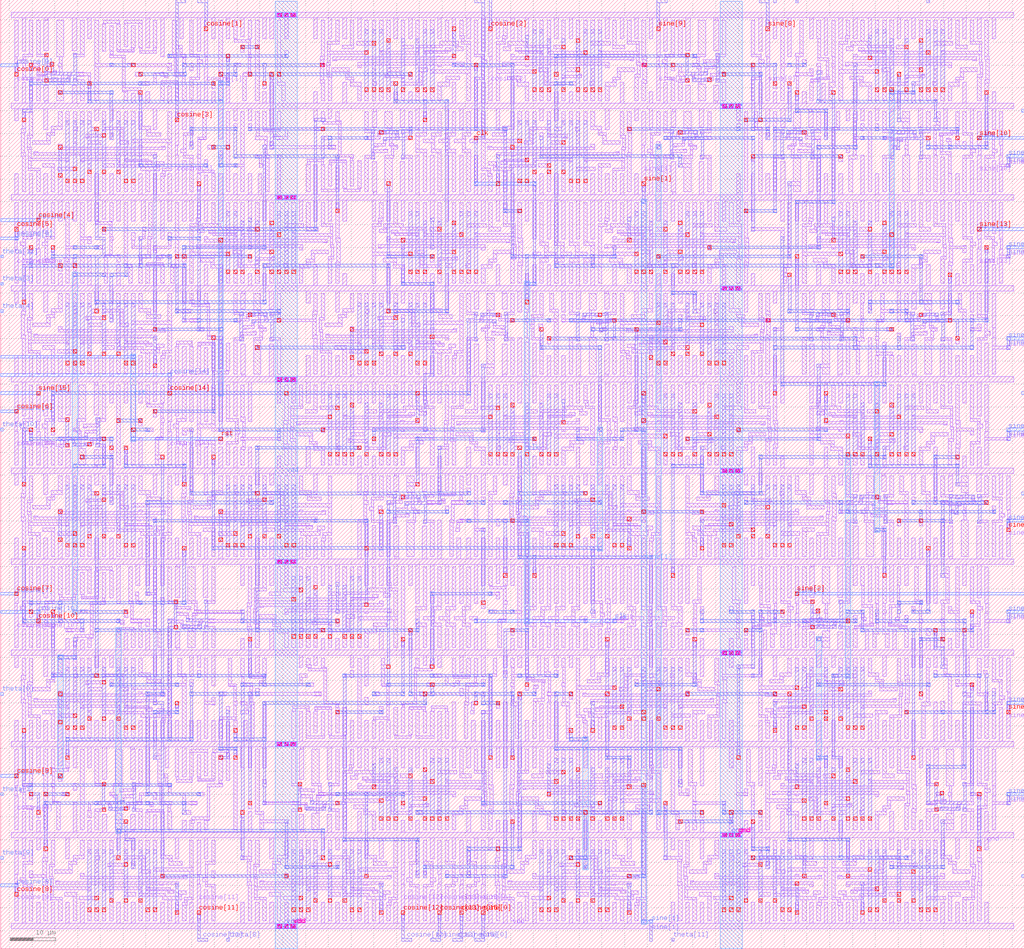
<source format=lef>
VERSION 5.7 ;
  NOWIREEXTENSIONATPIN ON ;
  DIVIDERCHAR "/" ;
  BUSBITCHARS "[]" ;
MACRO cordic
  CLASS BLOCK ;
  FOREIGN cordic ;
  ORIGIN 1.900 4.000 ;
  SIZE 224.600 BY 208.300 ;
  PIN vdd
    USE POWER ;
    PORT
      LAYER metal1 ;
        RECT 0.400 200.400 220.400 201.600 ;
        RECT 2.800 193.000 3.600 200.400 ;
        RECT 7.800 199.800 8.600 200.400 ;
        RECT 7.600 193.200 8.600 199.800 ;
        RECT 13.800 193.200 14.800 200.400 ;
        RECT 17.200 195.800 18.000 200.400 ;
        RECT 30.000 193.800 30.800 200.400 ;
        RECT 33.200 191.800 34.000 200.400 ;
        RECT 37.400 195.800 38.200 200.400 ;
        RECT 41.200 193.000 42.000 200.400 ;
        RECT 44.400 195.800 45.200 200.400 ;
        RECT 47.600 195.800 48.400 200.400 ;
        RECT 50.800 196.200 51.600 200.400 ;
        RECT 55.600 195.800 56.400 200.400 ;
        RECT 57.200 195.800 58.000 200.400 ;
        RECT 60.400 195.800 61.200 200.400 ;
        RECT 66.800 195.800 67.600 200.400 ;
        RECT 70.000 195.800 70.800 200.400 ;
        RECT 73.200 195.800 74.000 200.400 ;
        RECT 76.400 195.800 77.200 200.400 ;
        RECT 84.400 195.800 85.200 200.400 ;
        RECT 87.600 195.800 88.400 200.400 ;
        RECT 94.000 195.800 94.800 200.400 ;
        RECT 97.200 195.800 98.000 200.400 ;
        RECT 100.400 195.800 101.200 200.400 ;
        RECT 103.600 193.000 104.400 200.400 ;
        RECT 106.800 195.800 107.600 200.400 ;
        RECT 110.000 195.800 110.800 200.400 ;
        RECT 113.200 195.800 114.000 200.400 ;
        RECT 119.600 195.800 120.400 200.400 ;
        RECT 122.800 195.800 123.600 200.400 ;
        RECT 130.800 195.800 131.600 200.400 ;
        RECT 134.000 195.800 134.800 200.400 ;
        RECT 137.200 195.800 138.000 200.400 ;
        RECT 140.400 195.800 141.200 200.400 ;
        RECT 143.600 193.000 144.400 200.400 ;
        RECT 148.400 193.200 149.400 200.400 ;
        RECT 154.600 199.800 155.400 200.400 ;
        RECT 154.600 193.200 155.600 199.800 ;
        RECT 164.400 193.000 165.200 200.400 ;
        RECT 167.600 195.800 168.400 200.400 ;
        RECT 93.800 191.800 94.600 192.000 ;
        RECT 97.200 191.800 98.000 192.400 ;
        RECT 71.000 191.200 98.000 191.800 ;
        RECT 110.000 191.800 110.800 192.400 ;
        RECT 113.200 191.800 114.200 192.000 ;
        RECT 170.800 191.800 171.600 200.400 ;
        RECT 175.600 195.800 176.400 200.400 ;
        RECT 178.800 192.200 179.600 200.400 ;
        RECT 182.000 195.800 182.800 200.400 ;
        RECT 185.200 195.800 186.000 200.400 ;
        RECT 188.400 195.800 189.200 200.400 ;
        RECT 194.800 195.800 195.600 200.400 ;
        RECT 198.000 195.800 198.800 200.400 ;
        RECT 206.000 195.800 206.800 200.400 ;
        RECT 209.200 195.800 210.000 200.400 ;
        RECT 212.400 195.800 213.200 200.400 ;
        RECT 215.600 195.800 216.400 200.400 ;
        RECT 185.200 191.800 186.000 192.400 ;
        RECT 188.400 191.800 189.400 192.000 ;
        RECT 110.000 191.200 137.000 191.800 ;
        RECT 185.200 191.200 212.200 191.800 ;
        RECT 71.000 191.000 71.800 191.200 ;
        RECT 136.200 191.000 137.000 191.200 ;
        RECT 211.400 191.000 212.200 191.200 ;
        RECT 10.800 172.000 11.600 172.600 ;
        RECT 28.400 172.000 29.200 172.400 ;
        RECT 33.400 172.000 34.200 172.200 ;
        RECT 10.800 171.400 34.200 172.000 ;
        RECT 133.000 170.800 133.800 171.000 ;
        RECT 106.800 170.200 133.800 170.800 ;
        RECT 1.200 161.600 2.000 166.200 ;
        RECT 4.400 161.600 5.200 166.200 ;
        RECT 7.600 161.600 8.400 166.200 ;
        RECT 10.800 161.600 11.600 166.200 ;
        RECT 18.800 161.600 19.600 166.200 ;
        RECT 22.000 161.600 22.800 166.200 ;
        RECT 28.400 161.600 29.200 166.200 ;
        RECT 31.600 161.600 32.400 166.200 ;
        RECT 34.800 161.600 35.600 166.200 ;
        RECT 38.000 161.600 38.800 169.000 ;
        RECT 42.800 161.600 43.600 165.800 ;
        RECT 46.000 161.600 46.800 166.200 ;
        RECT 49.200 161.600 50.000 166.200 ;
        RECT 52.400 161.600 53.200 166.200 ;
        RECT 54.600 161.600 55.400 166.200 ;
        RECT 58.800 161.600 59.600 170.200 ;
        RECT 66.800 161.600 67.600 168.200 ;
        RECT 79.600 162.200 80.600 168.800 ;
        RECT 79.800 161.600 80.600 162.200 ;
        RECT 85.800 161.600 86.800 168.800 ;
        RECT 89.200 161.600 90.000 170.200 ;
        RECT 92.400 161.600 93.200 170.200 ;
        RECT 95.600 161.600 96.400 170.200 ;
        RECT 98.800 161.600 99.600 170.200 ;
        RECT 102.000 161.600 102.800 170.200 ;
        RECT 106.800 169.600 107.600 170.200 ;
        RECT 110.200 170.000 111.000 170.200 ;
        RECT 103.600 161.600 104.400 166.200 ;
        RECT 106.800 161.600 107.600 166.200 ;
        RECT 110.000 161.600 110.800 166.200 ;
        RECT 116.400 161.600 117.200 166.200 ;
        RECT 119.600 161.600 120.400 166.200 ;
        RECT 127.600 161.600 128.400 166.200 ;
        RECT 130.800 161.600 131.600 166.200 ;
        RECT 134.000 161.600 134.800 166.200 ;
        RECT 137.200 161.600 138.000 166.200 ;
        RECT 140.400 161.600 141.200 169.000 ;
        RECT 145.200 162.200 146.200 168.800 ;
        RECT 145.400 161.600 146.200 162.200 ;
        RECT 151.400 161.600 152.400 168.800 ;
        RECT 159.600 161.600 160.400 166.200 ;
        RECT 162.800 161.600 163.600 166.200 ;
        RECT 166.000 161.600 166.800 166.200 ;
        RECT 169.200 161.600 170.200 168.800 ;
        RECT 175.400 162.200 176.400 168.800 ;
        RECT 175.400 161.600 176.200 162.200 ;
        RECT 178.800 161.600 179.600 166.200 ;
        RECT 182.000 161.600 182.800 166.200 ;
        RECT 186.800 161.600 187.600 170.200 ;
        RECT 190.000 161.600 190.800 166.200 ;
        RECT 193.200 162.200 194.200 168.800 ;
        RECT 193.400 161.600 194.200 162.200 ;
        RECT 199.400 161.600 200.400 168.800 ;
        RECT 204.400 161.600 205.200 169.800 ;
        RECT 207.600 161.600 208.400 166.200 ;
        RECT 210.800 161.600 211.600 169.000 ;
        RECT 215.600 161.600 216.400 169.000 ;
        RECT 0.400 160.400 220.400 161.600 ;
        RECT 2.800 153.000 3.600 160.400 ;
        RECT 7.600 153.000 8.400 160.400 ;
        RECT 10.800 155.800 11.600 160.400 ;
        RECT 14.000 155.800 14.800 160.400 ;
        RECT 17.200 155.800 18.000 160.400 ;
        RECT 20.400 156.200 21.200 160.400 ;
        RECT 23.600 155.800 24.400 160.400 ;
        RECT 26.800 155.800 27.600 160.400 ;
        RECT 29.000 155.800 29.800 160.400 ;
        RECT 33.200 151.800 34.000 160.400 ;
        RECT 34.800 155.800 35.600 160.400 ;
        RECT 38.000 155.800 38.800 160.400 ;
        RECT 39.600 155.800 40.400 160.400 ;
        RECT 42.800 155.800 43.600 160.400 ;
        RECT 46.000 155.800 46.800 160.400 ;
        RECT 52.400 155.600 53.200 160.400 ;
        RECT 55.600 155.800 56.400 160.400 ;
        RECT 63.600 155.800 64.400 160.400 ;
        RECT 66.800 155.800 67.600 160.400 ;
        RECT 70.000 155.800 70.800 160.400 ;
        RECT 73.200 155.800 74.000 160.400 ;
        RECT 79.600 155.800 80.400 160.400 ;
        RECT 82.800 155.800 83.600 160.400 ;
        RECT 86.000 155.800 86.800 160.400 ;
        RECT 92.400 155.600 93.200 160.400 ;
        RECT 95.600 155.800 96.400 160.400 ;
        RECT 103.600 155.800 104.400 160.400 ;
        RECT 106.800 155.800 107.600 160.400 ;
        RECT 110.000 155.800 110.800 160.400 ;
        RECT 113.200 155.800 114.000 160.400 ;
        RECT 114.800 151.800 115.600 160.400 ;
        RECT 118.000 151.800 118.800 160.400 ;
        RECT 121.200 151.800 122.000 160.400 ;
        RECT 124.400 151.800 125.200 160.400 ;
        RECT 127.600 151.800 128.400 160.400 ;
        RECT 129.200 155.800 130.000 160.400 ;
        RECT 132.400 155.800 133.200 160.400 ;
        RECT 135.600 155.800 136.400 160.400 ;
        RECT 142.000 155.800 142.800 160.400 ;
        RECT 145.200 155.800 146.000 160.400 ;
        RECT 153.200 155.800 154.000 160.400 ;
        RECT 156.400 155.800 157.200 160.400 ;
        RECT 159.600 155.800 160.400 160.400 ;
        RECT 162.800 155.800 163.600 160.400 ;
        RECT 169.200 155.800 170.000 160.400 ;
        RECT 172.400 155.800 173.200 160.400 ;
        RECT 174.000 155.800 174.800 160.400 ;
        RECT 177.200 155.800 178.000 160.400 ;
        RECT 180.400 155.800 181.200 160.400 ;
        RECT 186.800 155.800 187.600 160.400 ;
        RECT 190.000 155.800 190.800 160.400 ;
        RECT 198.000 155.800 198.800 160.400 ;
        RECT 201.200 155.800 202.000 160.400 ;
        RECT 204.400 155.800 205.200 160.400 ;
        RECT 207.600 155.800 208.400 160.400 ;
        RECT 210.800 153.000 211.600 160.400 ;
        RECT 215.600 153.000 216.400 160.400 ;
        RECT 132.400 151.800 133.200 152.400 ;
        RECT 135.600 151.800 136.600 152.000 ;
        RECT 177.200 151.800 178.000 152.400 ;
        RECT 180.400 151.800 181.400 152.000 ;
        RECT 132.400 151.200 159.400 151.800 ;
        RECT 177.200 151.200 204.200 151.800 ;
        RECT 158.600 151.000 159.400 151.200 ;
        RECT 203.400 151.000 204.200 151.200 ;
        RECT 41.000 150.000 64.400 150.600 ;
        RECT 41.000 149.800 41.800 150.000 ;
        RECT 46.000 149.600 46.800 150.000 ;
        RECT 52.400 149.600 53.200 150.000 ;
        RECT 63.600 149.400 64.400 150.000 ;
        RECT 81.000 150.000 104.400 150.600 ;
        RECT 81.000 149.800 81.800 150.000 ;
        RECT 86.000 149.600 86.800 150.000 ;
        RECT 92.400 149.600 93.200 150.000 ;
        RECT 103.600 149.400 104.400 150.000 ;
        RECT 74.800 132.000 75.600 132.600 ;
        RECT 92.400 132.000 93.200 132.400 ;
        RECT 97.400 132.000 98.200 132.200 ;
        RECT 74.800 131.400 98.200 132.000 ;
        RECT 5.400 130.800 6.200 131.000 ;
        RECT 163.400 130.800 164.200 131.000 ;
        RECT 5.400 130.200 32.400 130.800 ;
        RECT 137.200 130.200 164.200 130.800 ;
        RECT 28.200 130.000 29.000 130.200 ;
        RECT 31.600 129.600 32.400 130.200 ;
        RECT 1.200 121.600 2.000 126.200 ;
        RECT 4.400 121.600 5.200 126.200 ;
        RECT 7.600 121.600 8.400 126.200 ;
        RECT 10.800 121.600 11.600 126.200 ;
        RECT 18.800 121.600 19.600 126.200 ;
        RECT 22.000 121.600 22.800 126.200 ;
        RECT 28.400 121.600 29.200 126.200 ;
        RECT 31.600 121.600 32.400 126.200 ;
        RECT 34.800 121.600 35.600 126.200 ;
        RECT 38.000 121.600 38.800 128.200 ;
        RECT 50.800 122.200 51.800 128.800 ;
        RECT 51.000 121.600 51.800 122.200 ;
        RECT 57.000 121.600 58.000 128.800 ;
        RECT 65.200 121.600 66.000 126.200 ;
        RECT 68.400 121.600 69.200 126.200 ;
        RECT 71.600 121.600 72.400 126.200 ;
        RECT 74.800 121.600 75.600 126.200 ;
        RECT 82.800 121.600 83.600 126.200 ;
        RECT 86.000 121.600 86.800 126.200 ;
        RECT 92.400 121.600 93.200 126.200 ;
        RECT 95.600 121.600 96.400 126.200 ;
        RECT 98.800 121.600 99.600 126.200 ;
        RECT 102.000 121.600 103.000 128.800 ;
        RECT 108.200 122.200 109.200 128.800 ;
        RECT 108.200 121.600 109.000 122.200 ;
        RECT 111.600 121.600 112.400 130.200 ;
        RECT 137.200 129.600 138.000 130.200 ;
        RECT 140.400 130.000 141.400 130.200 ;
        RECT 114.800 121.600 115.600 129.000 ;
        RECT 118.000 121.600 118.800 126.200 ;
        RECT 121.200 121.600 122.000 126.200 ;
        RECT 124.400 121.600 125.400 128.800 ;
        RECT 130.600 122.200 131.600 128.800 ;
        RECT 130.600 121.600 131.400 122.200 ;
        RECT 134.000 121.600 134.800 126.200 ;
        RECT 137.200 121.600 138.000 126.200 ;
        RECT 140.400 121.600 141.200 126.200 ;
        RECT 146.800 121.600 147.600 126.200 ;
        RECT 150.000 121.600 150.800 126.200 ;
        RECT 158.000 121.600 158.800 126.200 ;
        RECT 161.200 121.600 162.000 126.200 ;
        RECT 164.400 121.600 165.200 126.200 ;
        RECT 167.600 121.600 168.400 126.200 ;
        RECT 175.600 121.600 176.600 128.800 ;
        RECT 181.800 122.200 182.800 128.800 ;
        RECT 181.800 121.600 182.600 122.200 ;
        RECT 188.400 121.600 189.200 130.200 ;
        RECT 191.600 121.600 192.400 125.800 ;
        RECT 194.800 121.600 195.600 126.200 ;
        RECT 198.000 122.200 199.000 128.800 ;
        RECT 198.200 121.600 199.000 122.200 ;
        RECT 204.200 121.600 205.200 128.800 ;
        RECT 207.600 121.600 208.400 126.200 ;
        RECT 210.800 121.600 211.600 126.200 ;
        RECT 214.000 121.600 214.800 129.000 ;
        RECT 0.400 120.400 220.400 121.600 ;
        RECT 2.800 113.000 3.600 120.400 ;
        RECT 7.600 113.000 8.400 120.400 ;
        RECT 12.400 113.200 13.400 120.400 ;
        RECT 18.600 119.800 19.400 120.400 ;
        RECT 18.600 113.200 19.600 119.800 ;
        RECT 22.000 115.800 22.800 120.400 ;
        RECT 25.200 115.800 26.000 120.400 ;
        RECT 28.400 115.800 29.200 120.400 ;
        RECT 31.600 116.200 32.400 120.400 ;
        RECT 36.400 113.000 37.200 120.400 ;
        RECT 39.600 111.800 40.400 120.400 ;
        RECT 42.800 111.800 43.600 120.400 ;
        RECT 46.000 111.800 46.800 120.400 ;
        RECT 49.200 113.000 50.000 120.400 ;
        RECT 52.400 111.800 53.200 120.400 ;
        RECT 58.800 115.800 59.600 120.400 ;
        RECT 62.000 115.800 62.800 120.400 ;
        RECT 65.200 115.800 66.000 120.400 ;
        RECT 68.400 115.800 69.200 120.400 ;
        RECT 76.400 115.800 77.200 120.400 ;
        RECT 79.600 115.800 80.400 120.400 ;
        RECT 86.000 115.800 86.800 120.400 ;
        RECT 89.200 115.800 90.000 120.400 ;
        RECT 92.400 115.800 93.200 120.400 ;
        RECT 94.000 115.800 94.800 120.400 ;
        RECT 97.200 115.800 98.000 120.400 ;
        RECT 100.400 115.800 101.200 120.400 ;
        RECT 103.600 115.800 104.400 120.400 ;
        RECT 111.600 115.800 112.400 120.400 ;
        RECT 114.800 115.800 115.600 120.400 ;
        RECT 121.200 115.800 122.000 120.400 ;
        RECT 124.400 115.800 125.200 120.400 ;
        RECT 127.600 115.800 128.400 120.400 ;
        RECT 130.800 113.000 131.600 120.400 ;
        RECT 85.800 111.800 86.600 112.000 ;
        RECT 89.200 111.800 90.000 112.400 ;
        RECT 121.000 111.800 122.000 112.000 ;
        RECT 124.400 111.800 125.200 112.400 ;
        RECT 134.000 111.800 134.800 120.400 ;
        RECT 135.600 115.800 136.400 120.400 ;
        RECT 138.800 115.800 139.600 120.400 ;
        RECT 142.000 115.800 142.800 120.400 ;
        RECT 148.400 115.800 149.200 120.400 ;
        RECT 151.600 115.800 152.400 120.400 ;
        RECT 159.600 115.800 160.400 120.400 ;
        RECT 162.800 115.800 163.600 120.400 ;
        RECT 166.000 115.800 166.800 120.400 ;
        RECT 169.200 115.800 170.000 120.400 ;
        RECT 175.600 115.800 176.400 120.400 ;
        RECT 178.800 115.800 179.600 120.400 ;
        RECT 182.000 115.800 182.800 120.400 ;
        RECT 188.400 115.800 189.200 120.400 ;
        RECT 191.600 115.800 192.400 120.400 ;
        RECT 199.600 115.800 200.400 120.400 ;
        RECT 202.800 115.800 203.600 120.400 ;
        RECT 206.000 115.800 206.800 120.400 ;
        RECT 209.200 115.800 210.000 120.400 ;
        RECT 212.400 113.000 213.200 120.400 ;
        RECT 138.800 111.800 139.600 112.400 ;
        RECT 142.200 111.800 143.000 112.000 ;
        RECT 178.800 111.800 179.600 112.400 ;
        RECT 182.200 111.800 183.000 112.000 ;
        RECT 63.000 111.200 90.000 111.800 ;
        RECT 98.200 111.200 125.200 111.800 ;
        RECT 138.800 111.200 165.800 111.800 ;
        RECT 178.800 111.200 205.800 111.800 ;
        RECT 63.000 111.000 63.800 111.200 ;
        RECT 98.200 111.000 99.000 111.200 ;
        RECT 165.000 111.000 165.800 111.200 ;
        RECT 205.000 111.000 205.800 111.200 ;
        RECT 10.800 92.000 11.600 92.600 ;
        RECT 28.400 92.000 29.200 92.400 ;
        RECT 33.400 92.000 34.200 92.200 ;
        RECT 10.800 91.400 34.200 92.000 ;
        RECT 46.000 92.000 46.800 92.600 ;
        RECT 63.600 92.000 64.400 92.400 ;
        RECT 68.600 92.000 69.400 92.200 ;
        RECT 46.000 91.400 69.400 92.000 ;
        RECT 112.600 90.800 113.400 91.000 ;
        RECT 177.800 90.800 178.600 91.000 ;
        RECT 112.600 90.200 139.600 90.800 ;
        RECT 1.200 81.600 2.000 86.200 ;
        RECT 4.400 81.600 5.200 86.200 ;
        RECT 7.600 81.600 8.400 86.200 ;
        RECT 10.800 81.600 11.600 86.200 ;
        RECT 18.800 81.600 19.600 86.200 ;
        RECT 22.000 81.600 22.800 86.200 ;
        RECT 28.400 81.600 29.200 86.200 ;
        RECT 31.600 81.600 32.400 86.200 ;
        RECT 34.800 81.600 35.600 86.200 ;
        RECT 36.400 81.600 37.200 86.200 ;
        RECT 39.600 81.600 40.400 86.200 ;
        RECT 42.800 81.600 43.600 86.200 ;
        RECT 46.000 81.600 46.800 86.200 ;
        RECT 54.000 81.600 54.800 86.200 ;
        RECT 57.200 81.600 58.000 86.200 ;
        RECT 63.600 81.600 64.400 86.200 ;
        RECT 66.800 81.600 67.600 86.200 ;
        RECT 70.000 81.600 70.800 86.200 ;
        RECT 76.400 81.600 77.200 90.200 ;
        RECT 79.600 81.600 80.400 89.000 ;
        RECT 84.400 82.200 85.400 88.800 ;
        RECT 84.600 81.600 85.400 82.200 ;
        RECT 90.600 81.600 91.600 88.800 ;
        RECT 94.000 81.600 94.800 90.200 ;
        RECT 135.400 90.000 136.400 90.200 ;
        RECT 138.800 89.600 139.600 90.200 ;
        RECT 151.600 90.200 178.600 90.800 ;
        RECT 151.600 89.600 152.400 90.200 ;
        RECT 155.000 90.000 155.800 90.200 ;
        RECT 98.200 81.600 99.000 86.200 ;
        RECT 100.400 81.600 101.200 86.200 ;
        RECT 103.600 81.600 104.400 86.200 ;
        RECT 106.800 81.600 107.600 86.200 ;
        RECT 108.400 81.600 109.200 86.200 ;
        RECT 111.600 81.600 112.400 86.200 ;
        RECT 114.800 81.600 115.600 86.200 ;
        RECT 118.000 81.600 118.800 86.200 ;
        RECT 126.000 81.600 126.800 86.200 ;
        RECT 129.200 81.600 130.000 86.200 ;
        RECT 135.600 81.600 136.400 86.200 ;
        RECT 138.800 81.600 139.600 86.200 ;
        RECT 142.000 81.600 142.800 86.200 ;
        RECT 148.400 81.600 149.200 86.200 ;
        RECT 151.600 81.600 152.400 86.200 ;
        RECT 154.800 81.600 155.600 86.200 ;
        RECT 161.200 81.600 162.000 86.200 ;
        RECT 164.400 81.600 165.200 86.200 ;
        RECT 172.400 81.600 173.200 86.200 ;
        RECT 175.600 81.600 176.400 86.200 ;
        RECT 178.800 81.600 179.600 86.200 ;
        RECT 182.000 81.600 182.800 86.200 ;
        RECT 185.200 81.600 186.200 88.800 ;
        RECT 191.400 82.200 192.400 88.800 ;
        RECT 191.400 81.600 192.200 82.200 ;
        RECT 194.800 81.600 195.600 86.200 ;
        RECT 198.000 81.600 198.800 86.200 ;
        RECT 199.600 81.600 200.400 86.200 ;
        RECT 202.800 81.600 203.600 86.200 ;
        RECT 206.000 82.200 207.000 88.800 ;
        RECT 206.200 81.600 207.000 82.200 ;
        RECT 212.200 81.600 213.200 88.800 ;
        RECT 217.200 81.600 218.000 89.000 ;
        RECT 0.400 80.400 220.400 81.600 ;
        RECT 2.800 73.000 3.600 80.400 ;
        RECT 7.600 73.000 8.400 80.400 ;
        RECT 12.400 73.800 13.200 80.400 ;
        RECT 23.600 71.800 24.400 80.400 ;
        RECT 27.800 75.800 28.600 80.400 ;
        RECT 30.000 75.800 30.800 80.400 ;
        RECT 33.200 75.800 34.000 80.400 ;
        RECT 36.600 79.800 37.400 80.400 ;
        RECT 36.400 73.200 37.400 79.800 ;
        RECT 42.600 73.200 43.600 80.400 ;
        RECT 50.800 75.800 51.600 80.400 ;
        RECT 54.000 75.800 54.800 80.400 ;
        RECT 57.200 75.800 58.000 80.400 ;
        RECT 60.400 75.800 61.200 80.400 ;
        RECT 68.400 75.800 69.200 80.400 ;
        RECT 71.600 75.600 72.400 80.400 ;
        RECT 78.000 75.800 78.800 80.400 ;
        RECT 81.200 75.800 82.000 80.400 ;
        RECT 84.400 75.800 85.200 80.400 ;
        RECT 87.600 75.800 88.400 80.400 ;
        RECT 89.200 71.800 90.000 80.400 ;
        RECT 92.400 71.800 93.200 80.400 ;
        RECT 95.600 71.800 96.400 80.400 ;
        RECT 98.800 71.800 99.600 80.400 ;
        RECT 102.000 71.800 102.800 80.400 ;
        RECT 103.600 75.800 104.400 80.400 ;
        RECT 106.800 76.200 107.600 80.400 ;
        RECT 110.000 75.800 110.800 80.400 ;
        RECT 113.200 71.800 114.000 80.400 ;
        RECT 116.400 71.800 117.200 80.400 ;
        RECT 119.600 71.800 120.400 80.400 ;
        RECT 122.800 71.800 123.600 80.400 ;
        RECT 126.000 71.800 126.800 80.400 ;
        RECT 129.200 73.000 130.000 80.400 ;
        RECT 132.400 71.800 133.200 80.400 ;
        RECT 134.000 71.800 134.800 80.400 ;
        RECT 137.200 71.800 138.000 80.400 ;
        RECT 140.400 71.800 141.200 80.400 ;
        RECT 143.600 71.800 144.400 80.400 ;
        RECT 146.800 71.800 147.600 80.400 ;
        RECT 148.400 71.800 149.200 80.400 ;
        RECT 161.200 71.800 162.000 80.400 ;
        RECT 162.800 75.800 163.600 80.400 ;
        RECT 166.000 72.200 166.800 80.400 ;
        RECT 170.800 73.000 171.600 80.400 ;
        RECT 175.800 79.800 176.600 80.400 ;
        RECT 175.600 73.200 176.600 79.800 ;
        RECT 181.800 73.200 182.800 80.400 ;
        RECT 185.200 75.800 186.000 80.400 ;
        RECT 188.400 72.200 189.200 80.400 ;
        RECT 193.200 72.200 194.000 80.400 ;
        RECT 196.400 75.800 197.200 80.400 ;
        RECT 201.200 71.800 202.000 80.400 ;
        RECT 202.800 71.800 203.600 80.400 ;
        RECT 209.200 75.800 210.000 80.400 ;
        RECT 212.400 73.000 213.200 80.400 ;
        RECT 60.400 70.000 83.800 70.600 ;
        RECT 60.400 69.400 61.200 70.000 ;
        RECT 71.600 69.600 72.400 70.000 ;
        RECT 78.000 69.600 78.800 70.000 ;
        RECT 83.000 69.800 83.800 70.000 ;
        RECT 10.800 52.000 11.600 52.600 ;
        RECT 28.400 52.000 29.200 52.400 ;
        RECT 33.400 52.000 34.200 52.200 ;
        RECT 10.800 51.400 34.200 52.000 ;
        RECT 153.800 50.800 154.600 51.000 ;
        RECT 193.800 50.800 194.600 51.000 ;
        RECT 127.600 50.200 154.600 50.800 ;
        RECT 167.600 50.200 194.600 50.800 ;
        RECT 1.200 41.600 2.000 46.200 ;
        RECT 4.400 41.600 5.200 46.200 ;
        RECT 7.600 41.600 8.400 46.200 ;
        RECT 10.800 41.600 11.600 46.200 ;
        RECT 18.800 41.600 19.600 46.200 ;
        RECT 22.000 41.600 22.800 46.200 ;
        RECT 28.400 41.600 29.200 46.200 ;
        RECT 31.600 41.600 32.400 46.200 ;
        RECT 34.800 41.600 35.600 46.200 ;
        RECT 36.400 41.600 37.200 46.200 ;
        RECT 39.600 41.600 40.400 46.200 ;
        RECT 41.200 41.600 42.000 46.200 ;
        RECT 44.400 41.600 45.200 46.200 ;
        RECT 47.600 41.600 48.400 45.800 ;
        RECT 51.400 41.600 52.200 46.200 ;
        RECT 55.600 41.600 56.400 50.200 ;
        RECT 63.600 41.600 64.400 48.200 ;
        RECT 74.800 41.600 75.600 46.200 ;
        RECT 78.000 41.600 78.800 46.200 ;
        RECT 81.200 41.600 82.000 45.800 ;
        RECT 94.000 41.600 94.800 48.200 ;
        RECT 97.200 41.600 98.000 50.200 ;
        RECT 101.400 41.600 102.200 46.200 ;
        RECT 103.600 41.600 104.400 46.200 ;
        RECT 106.800 41.600 107.600 46.200 ;
        RECT 108.400 41.600 109.200 50.200 ;
        RECT 113.200 41.600 114.000 46.200 ;
        RECT 116.400 41.600 117.200 49.800 ;
        RECT 119.600 41.600 120.400 50.200 ;
        RECT 127.600 49.600 128.400 50.200 ;
        RECT 131.000 50.000 131.800 50.200 ;
        RECT 167.600 49.600 168.400 50.200 ;
        RECT 171.000 50.000 171.800 50.200 ;
        RECT 124.400 41.600 125.200 46.200 ;
        RECT 127.600 41.600 128.400 46.200 ;
        RECT 130.800 41.600 131.600 46.200 ;
        RECT 137.200 41.600 138.000 46.200 ;
        RECT 140.400 41.600 141.200 46.200 ;
        RECT 148.400 41.600 149.200 46.200 ;
        RECT 151.600 41.600 152.400 46.200 ;
        RECT 154.800 41.600 155.600 46.200 ;
        RECT 158.000 41.600 158.800 46.200 ;
        RECT 164.400 41.600 165.200 46.200 ;
        RECT 167.600 41.600 168.400 46.200 ;
        RECT 170.800 41.600 171.600 46.200 ;
        RECT 177.200 41.600 178.000 46.200 ;
        RECT 180.400 41.600 181.200 46.200 ;
        RECT 188.400 41.600 189.200 46.200 ;
        RECT 191.600 41.600 192.400 46.200 ;
        RECT 194.800 41.600 195.600 46.200 ;
        RECT 198.000 41.600 198.800 46.200 ;
        RECT 202.800 41.600 203.600 50.200 ;
        RECT 204.400 41.600 205.200 46.200 ;
        RECT 207.600 41.600 208.400 46.200 ;
        RECT 210.800 41.600 211.600 49.000 ;
        RECT 217.200 41.600 218.000 49.000 ;
        RECT 0.400 40.400 220.400 41.600 ;
        RECT 2.800 33.000 3.600 40.400 ;
        RECT 6.000 35.800 6.800 40.400 ;
        RECT 10.800 36.200 11.600 40.400 ;
        RECT 14.000 35.800 14.800 40.400 ;
        RECT 17.200 35.800 18.000 40.400 ;
        RECT 20.400 33.200 21.400 40.400 ;
        RECT 26.600 39.800 27.400 40.400 ;
        RECT 26.600 33.200 27.600 39.800 ;
        RECT 30.000 31.800 30.800 40.400 ;
        RECT 34.200 35.800 35.000 40.400 ;
        RECT 38.000 33.800 38.800 40.400 ;
        RECT 50.800 35.800 51.600 40.400 ;
        RECT 52.400 35.800 53.200 40.400 ;
        RECT 55.600 35.800 56.400 40.400 ;
        RECT 63.800 39.800 64.600 40.400 ;
        RECT 63.600 33.200 64.600 39.800 ;
        RECT 69.800 33.200 70.800 40.400 ;
        RECT 73.200 35.800 74.000 40.400 ;
        RECT 76.400 35.800 77.200 40.400 ;
        RECT 79.600 35.800 80.400 40.400 ;
        RECT 86.000 35.800 86.800 40.400 ;
        RECT 89.200 35.800 90.000 40.400 ;
        RECT 97.200 35.800 98.000 40.400 ;
        RECT 100.400 35.800 101.200 40.400 ;
        RECT 103.600 35.800 104.400 40.400 ;
        RECT 106.800 35.800 107.600 40.400 ;
        RECT 108.400 35.800 109.200 40.400 ;
        RECT 111.600 35.800 112.400 40.400 ;
        RECT 114.800 35.800 115.600 40.400 ;
        RECT 118.000 35.800 118.800 40.400 ;
        RECT 126.000 35.800 126.800 40.400 ;
        RECT 129.200 35.800 130.000 40.400 ;
        RECT 135.600 35.800 136.400 40.400 ;
        RECT 138.800 35.800 139.600 40.400 ;
        RECT 142.000 35.800 142.800 40.400 ;
        RECT 143.600 35.800 144.400 40.400 ;
        RECT 146.800 35.800 147.600 40.400 ;
        RECT 76.400 31.800 77.200 32.400 ;
        RECT 79.600 31.800 80.600 32.000 ;
        RECT 151.600 31.800 152.400 40.400 ;
        RECT 158.000 35.800 158.800 40.400 ;
        RECT 164.400 31.800 165.200 40.400 ;
        RECT 166.000 35.800 166.800 40.400 ;
        RECT 169.200 35.800 170.000 40.400 ;
        RECT 172.400 35.800 173.200 40.400 ;
        RECT 178.800 35.800 179.600 40.400 ;
        RECT 182.000 35.800 182.800 40.400 ;
        RECT 190.000 35.800 190.800 40.400 ;
        RECT 193.200 35.800 194.000 40.400 ;
        RECT 196.400 35.800 197.200 40.400 ;
        RECT 199.600 35.800 200.400 40.400 ;
        RECT 203.000 39.800 203.800 40.400 ;
        RECT 202.800 33.200 203.800 39.800 ;
        RECT 209.000 33.200 210.000 40.400 ;
        RECT 214.000 33.000 214.800 40.400 ;
        RECT 169.200 31.800 170.000 32.400 ;
        RECT 172.400 31.800 173.400 32.000 ;
        RECT 76.400 31.200 103.400 31.800 ;
        RECT 169.200 31.200 196.200 31.800 ;
        RECT 102.600 31.000 103.400 31.200 ;
        RECT 195.400 31.000 196.200 31.200 ;
        RECT 118.000 30.000 141.400 30.600 ;
        RECT 118.000 29.400 118.800 30.000 ;
        RECT 135.600 29.600 136.400 30.000 ;
        RECT 140.600 29.800 141.400 30.000 ;
        RECT 10.200 10.800 11.000 11.000 ;
        RECT 55.000 10.800 55.800 11.000 ;
        RECT 109.400 10.800 110.200 11.000 ;
        RECT 149.400 10.800 150.200 11.000 ;
        RECT 209.800 10.800 210.600 11.000 ;
        RECT 10.200 10.200 37.200 10.800 ;
        RECT 55.000 10.200 82.000 10.800 ;
        RECT 109.400 10.200 136.400 10.800 ;
        RECT 149.400 10.200 176.400 10.800 ;
        RECT 33.000 10.000 33.800 10.200 ;
        RECT 36.400 9.600 37.200 10.200 ;
        RECT 77.800 10.000 78.600 10.200 ;
        RECT 81.200 9.600 82.000 10.200 ;
        RECT 132.200 10.000 133.000 10.200 ;
        RECT 135.600 9.600 136.400 10.200 ;
        RECT 172.200 10.000 173.200 10.200 ;
        RECT 175.600 9.600 176.400 10.200 ;
        RECT 183.600 10.200 210.600 10.800 ;
        RECT 183.600 9.600 184.400 10.200 ;
        RECT 186.800 10.000 187.800 10.200 ;
        RECT 2.800 1.600 3.600 9.000 ;
        RECT 6.000 1.600 6.800 6.200 ;
        RECT 9.200 1.600 10.000 6.200 ;
        RECT 12.400 1.600 13.200 6.200 ;
        RECT 15.600 1.600 16.400 6.200 ;
        RECT 23.600 1.600 24.400 6.200 ;
        RECT 26.800 1.600 27.600 6.200 ;
        RECT 33.200 1.600 34.000 6.200 ;
        RECT 36.400 1.600 37.200 6.200 ;
        RECT 39.600 1.600 40.400 6.200 ;
        RECT 42.800 1.600 43.600 9.000 ;
        RECT 50.800 1.600 51.600 6.200 ;
        RECT 54.000 1.600 54.800 6.200 ;
        RECT 57.200 1.600 58.000 6.200 ;
        RECT 60.400 1.600 61.200 6.200 ;
        RECT 68.400 1.600 69.200 6.200 ;
        RECT 71.600 1.600 72.400 6.200 ;
        RECT 78.000 1.600 78.800 6.200 ;
        RECT 81.200 1.600 82.000 6.200 ;
        RECT 84.400 1.600 85.200 6.200 ;
        RECT 87.600 1.600 88.400 9.000 ;
        RECT 92.400 1.600 93.200 9.000 ;
        RECT 97.200 1.600 98.000 9.000 ;
        RECT 102.000 1.600 102.800 9.000 ;
        RECT 105.200 1.600 106.000 6.200 ;
        RECT 108.400 1.600 109.200 6.200 ;
        RECT 111.600 1.600 112.400 6.200 ;
        RECT 114.800 1.600 115.600 6.200 ;
        RECT 122.800 1.600 123.600 6.200 ;
        RECT 126.000 1.600 126.800 6.200 ;
        RECT 132.400 1.600 133.200 6.200 ;
        RECT 135.600 1.600 136.400 6.200 ;
        RECT 138.800 1.600 139.600 6.200 ;
        RECT 145.200 1.600 146.000 6.200 ;
        RECT 148.400 1.600 149.200 6.200 ;
        RECT 151.600 1.600 152.400 6.200 ;
        RECT 154.800 1.600 155.600 6.200 ;
        RECT 162.800 1.600 163.600 6.200 ;
        RECT 166.000 1.600 166.800 6.200 ;
        RECT 172.400 1.600 173.200 6.200 ;
        RECT 175.600 1.600 176.400 6.200 ;
        RECT 178.800 1.600 179.600 6.200 ;
        RECT 180.400 1.600 181.200 6.200 ;
        RECT 183.600 1.600 184.400 6.200 ;
        RECT 186.800 1.600 187.600 6.200 ;
        RECT 193.200 1.600 194.000 6.200 ;
        RECT 196.400 1.600 197.200 6.200 ;
        RECT 204.400 1.600 205.200 6.200 ;
        RECT 207.600 1.600 208.400 6.200 ;
        RECT 210.800 1.600 211.600 6.200 ;
        RECT 214.000 1.600 214.800 6.200 ;
        RECT 0.400 0.400 220.400 1.600 ;
      LAYER via1 ;
        RECT 59.000 200.600 59.800 201.400 ;
        RECT 60.400 200.600 61.200 201.400 ;
        RECT 61.800 200.600 62.600 201.400 ;
        RECT 97.200 197.600 98.000 198.400 ;
        RECT 97.200 191.600 98.000 192.400 ;
        RECT 113.200 191.200 114.000 192.000 ;
        RECT 188.400 191.200 189.200 192.000 ;
        RECT 10.800 171.600 11.600 172.400 ;
        RECT 10.800 165.400 11.600 166.200 ;
        RECT 106.800 163.600 107.600 164.400 ;
        RECT 59.000 160.600 59.800 161.400 ;
        RECT 60.400 160.600 61.200 161.400 ;
        RECT 61.800 160.600 62.600 161.400 ;
        RECT 135.600 151.200 136.400 152.000 ;
        RECT 180.400 151.200 181.200 152.000 ;
        RECT 74.800 131.600 75.600 132.400 ;
        RECT 31.600 123.600 32.400 124.400 ;
        RECT 74.800 125.400 75.600 126.200 ;
        RECT 140.400 125.400 141.200 126.200 ;
        RECT 59.000 120.600 59.800 121.400 ;
        RECT 60.400 120.600 61.200 121.400 ;
        RECT 61.800 120.600 62.600 121.400 ;
        RECT 89.200 117.600 90.000 118.400 ;
        RECT 89.200 111.600 90.000 112.400 ;
        RECT 121.200 111.200 122.000 112.000 ;
        RECT 138.800 117.600 139.600 118.400 ;
        RECT 178.800 117.600 179.600 118.400 ;
        RECT 138.800 111.600 139.600 112.400 ;
        RECT 178.800 111.600 179.600 112.400 ;
        RECT 10.800 91.600 11.600 92.400 ;
        RECT 46.000 91.600 46.800 92.400 ;
        RECT 10.800 85.400 11.600 86.200 ;
        RECT 46.000 85.400 46.800 86.200 ;
        RECT 135.600 90.000 136.400 90.800 ;
        RECT 135.600 83.600 136.400 84.400 ;
        RECT 151.600 83.600 152.400 84.400 ;
        RECT 59.000 80.600 59.800 81.400 ;
        RECT 60.400 80.600 61.200 81.400 ;
        RECT 61.800 80.600 62.600 81.400 ;
        RECT 10.800 51.600 11.600 52.400 ;
        RECT 10.800 45.400 11.600 46.200 ;
        RECT 127.600 43.600 128.400 44.400 ;
        RECT 167.600 43.600 168.400 44.400 ;
        RECT 59.000 40.600 59.800 41.400 ;
        RECT 60.400 40.600 61.200 41.400 ;
        RECT 61.800 40.600 62.600 41.400 ;
        RECT 79.600 31.200 80.400 32.000 ;
        RECT 172.400 31.200 173.200 32.000 ;
        RECT 118.000 29.600 118.800 30.400 ;
        RECT 172.400 10.000 173.200 10.800 ;
        RECT 36.400 3.600 37.200 4.400 ;
        RECT 81.200 3.600 82.000 4.400 ;
        RECT 135.600 3.600 136.400 4.400 ;
        RECT 172.400 3.600 173.200 4.400 ;
        RECT 186.800 3.600 187.600 4.400 ;
        RECT 59.000 0.600 59.800 1.400 ;
        RECT 60.400 0.600 61.200 1.400 ;
        RECT 61.800 0.600 62.600 1.400 ;
      LAYER metal2 ;
        RECT 58.400 200.600 63.200 201.400 ;
        RECT 97.200 197.600 98.000 198.400 ;
        RECT 97.300 192.400 97.900 197.600 ;
        RECT 113.200 195.800 114.000 196.600 ;
        RECT 188.400 195.800 189.200 196.600 ;
        RECT 97.200 191.600 98.000 192.400 ;
        RECT 113.300 192.000 113.900 195.800 ;
        RECT 188.500 192.000 189.100 195.800 ;
        RECT 113.200 191.200 114.000 192.000 ;
        RECT 188.400 191.200 189.200 192.000 ;
        RECT 10.800 171.600 11.600 172.400 ;
        RECT 10.900 166.200 11.500 171.600 ;
        RECT 106.800 169.600 107.600 170.400 ;
        RECT 10.800 165.400 11.600 166.200 ;
        RECT 106.900 164.400 107.500 169.600 ;
        RECT 106.800 163.600 107.600 164.400 ;
        RECT 58.400 160.600 63.200 161.400 ;
        RECT 52.400 155.600 53.200 156.400 ;
        RECT 92.400 155.600 93.200 156.400 ;
        RECT 135.600 155.800 136.400 156.600 ;
        RECT 180.400 155.800 181.200 156.600 ;
        RECT 52.500 150.400 53.100 155.600 ;
        RECT 92.500 150.400 93.100 155.600 ;
        RECT 135.700 152.000 136.300 155.800 ;
        RECT 180.500 152.000 181.100 155.800 ;
        RECT 135.600 151.200 136.400 152.000 ;
        RECT 180.400 151.200 181.200 152.000 ;
        RECT 52.400 149.600 53.200 150.400 ;
        RECT 92.400 149.600 93.200 150.400 ;
        RECT 74.800 131.600 75.600 132.400 ;
        RECT 31.600 129.600 32.400 130.400 ;
        RECT 31.700 124.400 32.300 129.600 ;
        RECT 74.900 126.200 75.500 131.600 ;
        RECT 140.400 130.000 141.200 130.800 ;
        RECT 140.500 126.200 141.100 130.000 ;
        RECT 74.800 125.400 75.600 126.200 ;
        RECT 140.400 125.400 141.200 126.200 ;
        RECT 31.600 123.600 32.400 124.400 ;
        RECT 58.400 120.600 63.200 121.400 ;
        RECT 89.200 117.600 90.000 118.400 ;
        RECT 138.800 117.600 139.600 118.400 ;
        RECT 178.800 117.600 179.600 118.400 ;
        RECT 89.300 112.400 89.900 117.600 ;
        RECT 121.200 115.800 122.000 116.600 ;
        RECT 89.200 111.600 90.000 112.400 ;
        RECT 121.300 112.000 121.900 115.800 ;
        RECT 138.900 112.400 139.500 117.600 ;
        RECT 178.900 112.400 179.500 117.600 ;
        RECT 121.200 111.200 122.000 112.000 ;
        RECT 138.800 111.600 139.600 112.400 ;
        RECT 178.800 111.600 179.600 112.400 ;
        RECT 10.800 91.600 11.600 92.400 ;
        RECT 46.000 91.600 46.800 92.400 ;
        RECT 10.900 86.200 11.500 91.600 ;
        RECT 46.100 86.200 46.700 91.600 ;
        RECT 135.600 90.000 136.400 90.800 ;
        RECT 10.800 85.400 11.600 86.200 ;
        RECT 46.000 85.400 46.800 86.200 ;
        RECT 135.700 84.400 136.300 90.000 ;
        RECT 151.600 89.600 152.400 90.400 ;
        RECT 151.700 84.400 152.300 89.600 ;
        RECT 135.600 83.600 136.400 84.400 ;
        RECT 151.600 83.600 152.400 84.400 ;
        RECT 58.400 80.600 63.200 81.400 ;
        RECT 71.600 75.600 72.400 76.400 ;
        RECT 71.700 70.400 72.300 75.600 ;
        RECT 71.600 69.600 72.400 70.400 ;
        RECT 10.800 51.600 11.600 52.400 ;
        RECT 10.900 46.200 11.500 51.600 ;
        RECT 127.600 49.600 128.400 50.400 ;
        RECT 167.600 49.600 168.400 50.400 ;
        RECT 10.800 45.400 11.600 46.200 ;
        RECT 127.700 44.400 128.300 49.600 ;
        RECT 167.700 44.400 168.300 49.600 ;
        RECT 127.600 43.600 128.400 44.400 ;
        RECT 167.600 43.600 168.400 44.400 ;
        RECT 58.400 40.600 63.200 41.400 ;
        RECT 79.600 35.800 80.400 36.600 ;
        RECT 118.000 35.800 118.800 36.600 ;
        RECT 172.400 35.800 173.200 36.600 ;
        RECT 79.700 32.000 80.300 35.800 ;
        RECT 79.600 31.200 80.400 32.000 ;
        RECT 118.100 30.400 118.700 35.800 ;
        RECT 172.500 32.000 173.100 35.800 ;
        RECT 172.400 31.200 173.200 32.000 ;
        RECT 118.000 29.600 118.800 30.400 ;
        RECT 36.400 9.600 37.200 10.400 ;
        RECT 81.200 9.600 82.000 10.400 ;
        RECT 135.600 9.600 136.400 10.400 ;
        RECT 172.400 10.000 173.200 10.800 ;
        RECT 186.800 10.000 187.600 10.800 ;
        RECT 36.500 4.400 37.100 9.600 ;
        RECT 81.300 4.400 81.900 9.600 ;
        RECT 135.700 4.400 136.300 9.600 ;
        RECT 172.500 4.400 173.100 10.000 ;
        RECT 186.900 4.400 187.500 10.000 ;
        RECT 36.400 3.600 37.200 4.400 ;
        RECT 81.200 3.600 82.000 4.400 ;
        RECT 135.600 3.600 136.400 4.400 ;
        RECT 172.400 3.600 173.200 4.400 ;
        RECT 186.800 3.600 187.600 4.400 ;
        RECT 58.400 0.600 63.200 1.400 ;
      LAYER via2 ;
        RECT 59.000 200.600 59.800 201.400 ;
        RECT 60.400 200.600 61.200 201.400 ;
        RECT 61.800 200.600 62.600 201.400 ;
        RECT 59.000 160.600 59.800 161.400 ;
        RECT 60.400 160.600 61.200 161.400 ;
        RECT 61.800 160.600 62.600 161.400 ;
        RECT 59.000 120.600 59.800 121.400 ;
        RECT 60.400 120.600 61.200 121.400 ;
        RECT 61.800 120.600 62.600 121.400 ;
        RECT 59.000 80.600 59.800 81.400 ;
        RECT 60.400 80.600 61.200 81.400 ;
        RECT 61.800 80.600 62.600 81.400 ;
        RECT 59.000 40.600 59.800 41.400 ;
        RECT 60.400 40.600 61.200 41.400 ;
        RECT 61.800 40.600 62.600 41.400 ;
        RECT 59.000 0.600 59.800 1.400 ;
        RECT 60.400 0.600 61.200 1.400 ;
        RECT 61.800 0.600 62.600 1.400 ;
      LAYER metal3 ;
        RECT 58.400 200.400 63.200 201.600 ;
        RECT 58.400 160.400 63.200 161.600 ;
        RECT 58.400 120.400 63.200 121.600 ;
        RECT 58.400 80.400 63.200 81.600 ;
        RECT 58.400 40.400 63.200 41.600 ;
        RECT 58.400 0.400 63.200 1.600 ;
      LAYER via3 ;
        RECT 58.800 200.600 59.600 201.400 ;
        RECT 60.400 200.600 61.200 201.400 ;
        RECT 62.000 200.600 62.800 201.400 ;
        RECT 58.800 160.600 59.600 161.400 ;
        RECT 60.400 160.600 61.200 161.400 ;
        RECT 62.000 160.600 62.800 161.400 ;
        RECT 58.800 120.600 59.600 121.400 ;
        RECT 60.400 120.600 61.200 121.400 ;
        RECT 62.000 120.600 62.800 121.400 ;
        RECT 58.800 80.600 59.600 81.400 ;
        RECT 60.400 80.600 61.200 81.400 ;
        RECT 62.000 80.600 62.800 81.400 ;
        RECT 58.800 40.600 59.600 41.400 ;
        RECT 60.400 40.600 61.200 41.400 ;
        RECT 62.000 40.600 62.800 41.400 ;
        RECT 58.800 0.600 59.600 1.400 ;
        RECT 60.400 0.600 61.200 1.400 ;
        RECT 62.000 0.600 62.800 1.400 ;
      LAYER metal4 ;
        RECT 58.400 -4.000 63.200 204.000 ;
    END
  END vdd
  PIN gnd
    USE GROUND ;
    PORT
      LAYER metal1 ;
        RECT 2.800 181.600 3.600 186.200 ;
        RECT 7.600 182.200 8.600 185.600 ;
        RECT 7.800 181.600 8.600 182.200 ;
        RECT 13.800 181.600 14.800 185.600 ;
        RECT 17.200 181.600 18.000 184.200 ;
        RECT 26.800 181.600 27.600 183.800 ;
        RECT 30.000 181.600 30.800 184.200 ;
        RECT 34.800 181.600 35.600 185.400 ;
        RECT 41.200 181.600 42.000 186.200 ;
        RECT 44.400 181.600 45.200 184.200 ;
        RECT 47.600 181.600 48.400 188.200 ;
        RECT 55.600 181.600 56.400 184.200 ;
        RECT 57.200 181.600 58.000 186.200 ;
        RECT 66.800 181.600 67.600 184.200 ;
        RECT 73.200 181.600 74.000 186.200 ;
        RECT 84.400 181.600 85.200 184.200 ;
        RECT 87.600 181.600 88.400 184.200 ;
        RECT 97.200 181.600 98.000 186.200 ;
        RECT 103.600 181.600 104.400 186.200 ;
        RECT 110.000 181.600 110.800 186.200 ;
        RECT 119.600 181.600 120.400 184.200 ;
        RECT 122.800 181.600 123.600 184.200 ;
        RECT 134.000 181.600 134.800 186.200 ;
        RECT 140.400 181.600 141.200 184.200 ;
        RECT 143.600 181.600 144.400 186.200 ;
        RECT 148.400 181.600 149.400 185.600 ;
        RECT 154.600 182.200 155.600 185.600 ;
        RECT 154.600 181.600 155.400 182.200 ;
        RECT 164.400 181.600 165.200 186.200 ;
        RECT 167.600 181.600 168.400 184.200 ;
        RECT 170.800 181.600 171.600 184.200 ;
        RECT 174.000 181.600 174.800 184.200 ;
        RECT 178.200 181.600 179.000 186.000 ;
        RECT 185.200 181.600 186.000 186.200 ;
        RECT 194.800 181.600 195.600 184.200 ;
        RECT 198.000 181.600 198.800 184.200 ;
        RECT 209.200 181.600 210.000 186.200 ;
        RECT 215.600 181.600 216.400 184.200 ;
        RECT 0.400 180.400 220.400 181.600 ;
        RECT 1.200 177.800 2.000 180.400 ;
        RECT 7.600 175.800 8.400 180.400 ;
        RECT 18.800 177.800 19.600 180.400 ;
        RECT 22.000 177.800 22.800 180.400 ;
        RECT 31.600 175.800 32.400 180.400 ;
        RECT 38.000 175.800 38.800 180.400 ;
        RECT 46.000 173.800 46.800 180.400 ;
        RECT 49.200 177.800 50.000 180.400 ;
        RECT 52.400 177.800 53.200 180.400 ;
        RECT 57.200 176.600 58.000 180.400 ;
        RECT 66.800 177.800 67.600 180.400 ;
        RECT 70.000 178.200 70.800 180.400 ;
        RECT 79.800 179.800 80.600 180.400 ;
        RECT 79.600 176.400 80.600 179.800 ;
        RECT 85.800 176.400 86.800 180.400 ;
        RECT 89.200 175.800 90.000 180.400 ;
        RECT 92.400 175.800 93.200 180.400 ;
        RECT 95.600 175.800 96.400 180.400 ;
        RECT 98.800 175.800 99.600 180.400 ;
        RECT 102.000 175.800 102.800 180.400 ;
        RECT 106.800 175.800 107.600 180.400 ;
        RECT 116.400 177.800 117.200 180.400 ;
        RECT 119.600 177.800 120.400 180.400 ;
        RECT 130.800 175.800 131.600 180.400 ;
        RECT 137.200 177.800 138.000 180.400 ;
        RECT 140.400 175.800 141.200 180.400 ;
        RECT 145.400 179.800 146.200 180.400 ;
        RECT 145.200 176.400 146.200 179.800 ;
        RECT 151.400 176.400 152.400 180.400 ;
        RECT 159.600 177.800 160.400 180.400 ;
        RECT 166.000 175.800 166.800 180.400 ;
        RECT 169.200 176.400 170.200 180.400 ;
        RECT 175.400 179.800 176.200 180.400 ;
        RECT 175.400 176.400 176.400 179.800 ;
        RECT 178.800 175.800 179.600 180.400 ;
        RECT 183.600 177.800 184.400 180.400 ;
        RECT 186.800 177.800 187.600 180.400 ;
        RECT 190.000 177.800 190.800 180.400 ;
        RECT 193.400 179.800 194.200 180.400 ;
        RECT 193.200 176.400 194.200 179.800 ;
        RECT 199.400 176.400 200.400 180.400 ;
        RECT 205.000 176.000 205.800 180.400 ;
        RECT 210.800 175.800 211.600 180.400 ;
        RECT 215.600 175.800 216.400 180.400 ;
        RECT 2.800 141.600 3.600 146.200 ;
        RECT 7.600 141.600 8.400 146.200 ;
        RECT 10.800 141.600 11.600 144.200 ;
        RECT 14.000 141.600 14.800 144.200 ;
        RECT 17.200 141.600 18.000 148.200 ;
        RECT 23.600 141.600 24.400 146.200 ;
        RECT 31.600 141.600 32.400 145.400 ;
        RECT 38.000 141.600 38.800 146.200 ;
        RECT 42.800 141.600 43.600 146.200 ;
        RECT 52.400 141.600 53.200 144.200 ;
        RECT 55.600 141.600 56.400 144.200 ;
        RECT 66.800 141.600 67.600 146.200 ;
        RECT 73.200 141.600 74.000 144.200 ;
        RECT 82.800 141.600 83.600 146.200 ;
        RECT 92.400 141.600 93.200 144.200 ;
        RECT 95.600 141.600 96.400 144.200 ;
        RECT 106.800 141.600 107.600 146.200 ;
        RECT 113.200 141.600 114.000 144.200 ;
        RECT 114.800 141.600 115.600 146.200 ;
        RECT 118.000 141.600 118.800 146.200 ;
        RECT 121.200 141.600 122.000 146.200 ;
        RECT 124.400 141.600 125.200 146.200 ;
        RECT 127.600 141.600 128.400 146.200 ;
        RECT 132.400 141.600 133.200 146.200 ;
        RECT 142.000 141.600 142.800 144.200 ;
        RECT 145.200 141.600 146.000 144.200 ;
        RECT 156.400 141.600 157.200 146.200 ;
        RECT 162.800 141.600 163.600 144.200 ;
        RECT 172.400 141.600 173.200 146.200 ;
        RECT 177.200 141.600 178.000 146.200 ;
        RECT 186.800 141.600 187.600 144.200 ;
        RECT 190.000 141.600 190.800 144.200 ;
        RECT 201.200 141.600 202.000 146.200 ;
        RECT 207.600 141.600 208.400 144.200 ;
        RECT 210.800 141.600 211.600 146.200 ;
        RECT 215.600 141.600 216.400 146.200 ;
        RECT 0.400 140.400 220.400 141.600 ;
        RECT 1.200 137.800 2.000 140.400 ;
        RECT 7.600 135.800 8.400 140.400 ;
        RECT 18.800 137.800 19.600 140.400 ;
        RECT 22.000 137.800 22.800 140.400 ;
        RECT 31.600 135.800 32.400 140.400 ;
        RECT 38.000 137.800 38.800 140.400 ;
        RECT 41.200 138.200 42.000 140.400 ;
        RECT 51.000 139.800 51.800 140.400 ;
        RECT 50.800 136.400 51.800 139.800 ;
        RECT 57.000 136.400 58.000 140.400 ;
        RECT 65.200 137.800 66.000 140.400 ;
        RECT 71.600 135.800 72.400 140.400 ;
        RECT 82.800 137.800 83.600 140.400 ;
        RECT 86.000 137.800 86.800 140.400 ;
        RECT 95.600 135.800 96.400 140.400 ;
        RECT 102.000 136.400 103.000 140.400 ;
        RECT 108.200 139.800 109.000 140.400 ;
        RECT 108.200 136.400 109.200 139.800 ;
        RECT 111.600 135.800 112.400 140.400 ;
        RECT 114.800 135.800 115.600 140.400 ;
        RECT 121.200 135.800 122.000 140.400 ;
        RECT 124.400 136.400 125.400 140.400 ;
        RECT 130.600 139.800 131.400 140.400 ;
        RECT 130.600 136.400 131.600 139.800 ;
        RECT 137.200 135.800 138.000 140.400 ;
        RECT 146.800 137.800 147.600 140.400 ;
        RECT 150.000 137.800 150.800 140.400 ;
        RECT 161.200 135.800 162.000 140.400 ;
        RECT 167.600 137.800 168.400 140.400 ;
        RECT 175.600 136.400 176.600 140.400 ;
        RECT 181.800 139.800 182.600 140.400 ;
        RECT 181.800 136.400 182.800 139.800 ;
        RECT 185.200 137.800 186.000 140.400 ;
        RECT 188.400 137.800 189.200 140.400 ;
        RECT 194.800 133.800 195.600 140.400 ;
        RECT 198.200 139.800 199.000 140.400 ;
        RECT 198.000 136.400 199.000 139.800 ;
        RECT 204.200 136.400 205.200 140.400 ;
        RECT 210.800 135.800 211.600 140.400 ;
        RECT 214.000 135.800 214.800 140.400 ;
        RECT 2.800 101.600 3.600 106.200 ;
        RECT 7.600 101.600 8.400 106.200 ;
        RECT 12.400 101.600 13.400 105.600 ;
        RECT 18.600 102.200 19.600 105.600 ;
        RECT 18.600 101.600 19.400 102.200 ;
        RECT 22.000 101.600 22.800 104.200 ;
        RECT 25.200 101.600 26.000 104.200 ;
        RECT 28.400 101.600 29.200 108.200 ;
        RECT 36.400 101.600 37.200 106.200 ;
        RECT 39.600 101.600 40.400 106.200 ;
        RECT 42.800 101.600 43.600 106.200 ;
        RECT 46.000 101.600 46.800 106.200 ;
        RECT 49.200 101.600 50.000 106.200 ;
        RECT 52.400 101.600 53.200 106.200 ;
        RECT 58.800 101.600 59.600 104.200 ;
        RECT 65.200 101.600 66.000 106.200 ;
        RECT 76.400 101.600 77.200 104.200 ;
        RECT 79.600 101.600 80.400 104.200 ;
        RECT 89.200 101.600 90.000 106.200 ;
        RECT 94.000 101.600 94.800 104.200 ;
        RECT 100.400 101.600 101.200 106.200 ;
        RECT 111.600 101.600 112.400 104.200 ;
        RECT 114.800 101.600 115.600 104.200 ;
        RECT 124.400 101.600 125.200 106.200 ;
        RECT 130.800 101.600 131.600 106.200 ;
        RECT 134.000 101.600 134.800 106.200 ;
        RECT 138.800 101.600 139.600 106.200 ;
        RECT 148.400 101.600 149.200 104.200 ;
        RECT 151.600 101.600 152.400 104.200 ;
        RECT 162.800 101.600 163.600 106.200 ;
        RECT 169.200 101.600 170.000 104.200 ;
        RECT 178.800 101.600 179.600 106.200 ;
        RECT 188.400 101.600 189.200 104.200 ;
        RECT 191.600 101.600 192.400 104.200 ;
        RECT 202.800 101.600 203.600 106.200 ;
        RECT 209.200 101.600 210.000 104.200 ;
        RECT 212.400 101.600 213.200 106.200 ;
        RECT 0.400 100.400 220.400 101.600 ;
        RECT 1.200 97.800 2.000 100.400 ;
        RECT 7.600 95.800 8.400 100.400 ;
        RECT 18.800 97.800 19.600 100.400 ;
        RECT 22.000 97.800 22.800 100.400 ;
        RECT 31.600 95.800 32.400 100.400 ;
        RECT 36.400 97.800 37.200 100.400 ;
        RECT 42.800 95.800 43.600 100.400 ;
        RECT 54.000 97.800 54.800 100.400 ;
        RECT 57.200 97.800 58.000 100.400 ;
        RECT 66.800 95.800 67.600 100.400 ;
        RECT 76.400 95.800 77.200 100.400 ;
        RECT 79.600 95.800 80.400 100.400 ;
        RECT 84.600 99.800 85.400 100.400 ;
        RECT 84.400 96.400 85.400 99.800 ;
        RECT 90.600 96.400 91.600 100.400 ;
        RECT 95.600 96.600 96.400 100.400 ;
        RECT 100.400 97.800 101.200 100.400 ;
        RECT 103.600 95.800 104.400 100.400 ;
        RECT 108.400 97.800 109.200 100.400 ;
        RECT 114.800 95.800 115.600 100.400 ;
        RECT 126.000 97.800 126.800 100.400 ;
        RECT 129.200 97.800 130.000 100.400 ;
        RECT 138.800 95.800 139.600 100.400 ;
        RECT 151.600 95.800 152.400 100.400 ;
        RECT 161.200 97.800 162.000 100.400 ;
        RECT 164.400 97.800 165.200 100.400 ;
        RECT 175.600 95.800 176.400 100.400 ;
        RECT 182.000 97.800 182.800 100.400 ;
        RECT 185.200 96.400 186.200 100.400 ;
        RECT 191.400 99.800 192.200 100.400 ;
        RECT 191.400 96.400 192.400 99.800 ;
        RECT 198.000 95.800 198.800 100.400 ;
        RECT 202.800 95.800 203.600 100.400 ;
        RECT 206.200 99.800 207.000 100.400 ;
        RECT 206.000 96.400 207.000 99.800 ;
        RECT 212.200 96.400 213.200 100.400 ;
        RECT 217.200 95.800 218.000 100.400 ;
        RECT 2.800 61.600 3.600 66.200 ;
        RECT 7.600 61.600 8.400 66.200 ;
        RECT 12.400 61.600 13.200 64.200 ;
        RECT 15.600 61.600 16.400 63.800 ;
        RECT 25.200 61.600 26.000 65.400 ;
        RECT 30.000 61.600 30.800 66.200 ;
        RECT 36.400 62.200 37.400 65.600 ;
        RECT 36.600 61.600 37.400 62.200 ;
        RECT 42.600 61.600 43.600 65.600 ;
        RECT 50.800 61.600 51.600 64.200 ;
        RECT 57.200 61.600 58.000 66.200 ;
        RECT 68.400 61.600 69.200 64.200 ;
        RECT 71.600 61.600 72.400 64.200 ;
        RECT 81.200 61.600 82.000 66.200 ;
        RECT 87.600 61.600 88.400 64.200 ;
        RECT 89.200 61.600 90.000 66.200 ;
        RECT 92.400 61.600 93.200 66.200 ;
        RECT 95.600 61.600 96.400 66.200 ;
        RECT 98.800 61.600 99.600 66.200 ;
        RECT 102.000 61.600 102.800 66.200 ;
        RECT 103.600 61.600 104.400 68.200 ;
        RECT 110.000 61.600 110.800 64.200 ;
        RECT 113.200 61.600 114.000 66.200 ;
        RECT 116.400 61.600 117.200 66.200 ;
        RECT 119.600 61.600 120.400 66.200 ;
        RECT 122.800 61.600 123.600 66.200 ;
        RECT 126.000 61.600 126.800 66.200 ;
        RECT 129.200 61.600 130.000 66.200 ;
        RECT 132.400 61.600 133.200 66.200 ;
        RECT 134.000 61.600 134.800 66.200 ;
        RECT 137.200 61.600 138.000 66.200 ;
        RECT 140.400 61.600 141.200 66.200 ;
        RECT 143.600 61.600 144.400 66.200 ;
        RECT 146.800 61.600 147.600 66.200 ;
        RECT 148.400 61.600 149.200 64.200 ;
        RECT 151.600 61.600 152.400 64.200 ;
        RECT 158.000 61.600 158.800 64.200 ;
        RECT 161.200 61.600 162.000 64.200 ;
        RECT 165.400 61.600 166.200 66.000 ;
        RECT 170.800 61.600 171.600 66.200 ;
        RECT 175.600 62.200 176.600 65.600 ;
        RECT 175.800 61.600 176.600 62.200 ;
        RECT 181.800 61.600 182.800 65.600 ;
        RECT 187.800 61.600 188.600 66.000 ;
        RECT 193.800 61.600 194.600 66.000 ;
        RECT 198.000 61.600 198.800 64.200 ;
        RECT 201.200 61.600 202.000 64.200 ;
        RECT 202.800 61.600 203.600 64.200 ;
        RECT 206.000 61.600 206.800 64.200 ;
        RECT 209.200 61.600 210.000 64.200 ;
        RECT 212.400 61.600 213.200 66.200 ;
        RECT 0.400 60.400 220.400 61.600 ;
        RECT 1.200 57.800 2.000 60.400 ;
        RECT 7.600 55.800 8.400 60.400 ;
        RECT 18.800 57.800 19.600 60.400 ;
        RECT 22.000 57.800 22.800 60.400 ;
        RECT 31.600 55.800 32.400 60.400 ;
        RECT 39.600 55.800 40.400 60.400 ;
        RECT 41.200 57.800 42.000 60.400 ;
        RECT 44.400 53.800 45.200 60.400 ;
        RECT 54.000 56.600 54.800 60.400 ;
        RECT 63.600 57.800 64.400 60.400 ;
        RECT 66.800 58.200 67.600 60.400 ;
        RECT 74.800 57.800 75.600 60.400 ;
        RECT 78.000 53.800 78.800 60.400 ;
        RECT 90.800 58.200 91.600 60.400 ;
        RECT 94.000 57.800 94.800 60.400 ;
        RECT 98.800 56.600 99.600 60.400 ;
        RECT 103.600 55.800 104.400 60.400 ;
        RECT 108.400 57.800 109.200 60.400 ;
        RECT 111.600 57.800 112.400 60.400 ;
        RECT 115.800 56.000 116.600 60.400 ;
        RECT 119.600 57.800 120.400 60.400 ;
        RECT 122.800 57.800 123.600 60.400 ;
        RECT 127.600 55.800 128.400 60.400 ;
        RECT 137.200 57.800 138.000 60.400 ;
        RECT 140.400 57.800 141.200 60.400 ;
        RECT 151.600 55.800 152.400 60.400 ;
        RECT 158.000 57.800 158.800 60.400 ;
        RECT 167.600 55.800 168.400 60.400 ;
        RECT 177.200 57.800 178.000 60.400 ;
        RECT 180.400 57.800 181.200 60.400 ;
        RECT 191.600 55.800 192.400 60.400 ;
        RECT 198.000 57.800 198.800 60.400 ;
        RECT 199.600 57.800 200.400 60.400 ;
        RECT 202.800 57.800 203.600 60.400 ;
        RECT 207.600 55.800 208.400 60.400 ;
        RECT 209.800 55.800 210.600 60.400 ;
        RECT 214.000 57.800 214.800 60.400 ;
        RECT 217.200 55.800 218.000 60.400 ;
        RECT 2.800 21.600 3.600 26.200 ;
        RECT 6.000 21.600 6.800 24.200 ;
        RECT 14.000 21.600 14.800 28.200 ;
        RECT 17.200 21.600 18.000 24.200 ;
        RECT 20.400 21.600 21.400 25.600 ;
        RECT 26.600 22.200 27.600 25.600 ;
        RECT 26.600 21.600 27.400 22.200 ;
        RECT 31.600 21.600 32.400 25.400 ;
        RECT 38.000 21.600 38.800 24.200 ;
        RECT 41.200 21.600 42.000 23.800 ;
        RECT 50.800 21.600 51.600 24.200 ;
        RECT 52.400 21.600 53.200 26.200 ;
        RECT 63.600 22.200 64.600 25.600 ;
        RECT 63.800 21.600 64.600 22.200 ;
        RECT 69.800 21.600 70.800 25.600 ;
        RECT 76.400 21.600 77.200 26.200 ;
        RECT 86.000 21.600 86.800 24.200 ;
        RECT 89.200 21.600 90.000 24.200 ;
        RECT 100.400 21.600 101.200 26.200 ;
        RECT 106.800 21.600 107.600 24.200 ;
        RECT 108.400 21.600 109.200 24.200 ;
        RECT 114.800 21.600 115.600 26.200 ;
        RECT 126.000 21.600 126.800 24.200 ;
        RECT 129.200 21.600 130.000 24.200 ;
        RECT 138.800 21.600 139.600 26.200 ;
        RECT 143.600 21.600 144.400 26.200 ;
        RECT 148.400 21.600 149.200 24.200 ;
        RECT 151.600 21.600 152.400 24.200 ;
        RECT 158.000 21.600 158.800 24.200 ;
        RECT 161.200 21.600 162.000 24.200 ;
        RECT 164.400 21.600 165.200 24.200 ;
        RECT 169.200 21.600 170.000 26.200 ;
        RECT 178.800 21.600 179.600 24.200 ;
        RECT 182.000 21.600 182.800 24.200 ;
        RECT 193.200 21.600 194.000 26.200 ;
        RECT 199.600 21.600 200.400 24.200 ;
        RECT 202.800 22.200 203.800 25.600 ;
        RECT 203.000 21.600 203.800 22.200 ;
        RECT 209.000 21.600 210.000 25.600 ;
        RECT 214.000 21.600 214.800 26.200 ;
        RECT 0.400 20.400 220.400 21.600 ;
        RECT 2.800 15.800 3.600 20.400 ;
        RECT 6.000 17.800 6.800 20.400 ;
        RECT 12.400 15.800 13.200 20.400 ;
        RECT 23.600 17.800 24.400 20.400 ;
        RECT 26.800 17.800 27.600 20.400 ;
        RECT 36.400 15.800 37.200 20.400 ;
        RECT 42.800 15.800 43.600 20.400 ;
        RECT 50.800 17.800 51.600 20.400 ;
        RECT 57.200 15.800 58.000 20.400 ;
        RECT 68.400 17.800 69.200 20.400 ;
        RECT 71.600 17.800 72.400 20.400 ;
        RECT 81.200 15.800 82.000 20.400 ;
        RECT 87.600 15.800 88.400 20.400 ;
        RECT 92.400 15.800 93.200 20.400 ;
        RECT 97.200 15.800 98.000 20.400 ;
        RECT 102.000 15.800 102.800 20.400 ;
        RECT 105.200 17.800 106.000 20.400 ;
        RECT 111.600 15.800 112.400 20.400 ;
        RECT 122.800 17.800 123.600 20.400 ;
        RECT 126.000 17.800 126.800 20.400 ;
        RECT 135.600 15.800 136.400 20.400 ;
        RECT 145.200 17.800 146.000 20.400 ;
        RECT 151.600 15.800 152.400 20.400 ;
        RECT 162.800 17.800 163.600 20.400 ;
        RECT 166.000 17.800 166.800 20.400 ;
        RECT 175.600 15.800 176.400 20.400 ;
        RECT 183.600 15.800 184.400 20.400 ;
        RECT 193.200 17.800 194.000 20.400 ;
        RECT 196.400 17.800 197.200 20.400 ;
        RECT 207.600 15.800 208.400 20.400 ;
        RECT 214.000 17.800 214.800 20.400 ;
      LAYER via1 ;
        RECT 156.600 180.600 157.400 181.400 ;
        RECT 158.000 180.600 158.800 181.400 ;
        RECT 159.400 180.600 160.200 181.400 ;
        RECT 156.600 140.600 157.400 141.400 ;
        RECT 158.000 140.600 158.800 141.400 ;
        RECT 159.400 140.600 160.200 141.400 ;
        RECT 156.600 100.600 157.400 101.400 ;
        RECT 158.000 100.600 158.800 101.400 ;
        RECT 159.400 100.600 160.200 101.400 ;
        RECT 156.600 60.600 157.400 61.400 ;
        RECT 158.000 60.600 158.800 61.400 ;
        RECT 159.400 60.600 160.200 61.400 ;
        RECT 156.600 20.600 157.400 21.400 ;
        RECT 158.000 20.600 158.800 21.400 ;
        RECT 159.400 20.600 160.200 21.400 ;
      LAYER metal2 ;
        RECT 156.000 180.600 160.800 181.400 ;
        RECT 156.000 140.600 160.800 141.400 ;
        RECT 156.000 100.600 160.800 101.400 ;
        RECT 156.000 60.600 160.800 61.400 ;
        RECT 156.000 20.600 160.800 21.400 ;
      LAYER via2 ;
        RECT 156.600 180.600 157.400 181.400 ;
        RECT 158.000 180.600 158.800 181.400 ;
        RECT 159.400 180.600 160.200 181.400 ;
        RECT 156.600 140.600 157.400 141.400 ;
        RECT 158.000 140.600 158.800 141.400 ;
        RECT 159.400 140.600 160.200 141.400 ;
        RECT 156.600 100.600 157.400 101.400 ;
        RECT 158.000 100.600 158.800 101.400 ;
        RECT 159.400 100.600 160.200 101.400 ;
        RECT 156.600 60.600 157.400 61.400 ;
        RECT 158.000 60.600 158.800 61.400 ;
        RECT 159.400 60.600 160.200 61.400 ;
        RECT 156.600 20.600 157.400 21.400 ;
        RECT 158.000 20.600 158.800 21.400 ;
        RECT 159.400 20.600 160.200 21.400 ;
      LAYER metal3 ;
        RECT 156.000 180.400 160.800 181.600 ;
        RECT 156.000 140.400 160.800 141.600 ;
        RECT 156.000 100.400 160.800 101.600 ;
        RECT 156.000 60.400 160.800 61.600 ;
        RECT 156.000 20.400 160.800 21.600 ;
      LAYER via3 ;
        RECT 156.400 180.600 157.200 181.400 ;
        RECT 158.000 180.600 158.800 181.400 ;
        RECT 159.600 180.600 160.400 181.400 ;
        RECT 156.400 140.600 157.200 141.400 ;
        RECT 158.000 140.600 158.800 141.400 ;
        RECT 159.600 140.600 160.400 141.400 ;
        RECT 156.400 100.600 157.200 101.400 ;
        RECT 158.000 100.600 158.800 101.400 ;
        RECT 159.600 100.600 160.400 101.400 ;
        RECT 156.400 60.600 157.200 61.400 ;
        RECT 158.000 60.600 158.800 61.400 ;
        RECT 159.600 60.600 160.400 61.400 ;
        RECT 156.400 20.600 157.200 21.400 ;
        RECT 158.000 20.600 158.800 21.400 ;
        RECT 159.600 20.600 160.400 21.400 ;
      LAYER metal4 ;
        RECT 156.000 -4.000 160.800 204.000 ;
    END
  END gnd
  PIN clk
    PORT
      LAYER metal1 ;
        RECT 102.000 173.800 102.800 174.400 ;
        RECT 101.000 173.000 102.800 173.800 ;
        RECT 114.800 148.200 116.600 149.000 ;
        RECT 114.800 147.600 115.600 148.200 ;
        RECT 101.000 68.200 102.800 69.000 ;
        RECT 125.000 68.200 126.800 69.000 ;
        RECT 102.000 67.600 102.800 68.200 ;
        RECT 126.000 67.600 126.800 68.200 ;
        RECT 132.400 68.300 133.200 68.400 ;
        RECT 134.000 68.300 135.800 69.000 ;
        RECT 132.400 68.200 135.800 68.300 ;
        RECT 132.400 67.700 134.800 68.200 ;
        RECT 132.400 67.600 133.200 67.700 ;
        RECT 134.000 67.600 134.800 67.700 ;
      LAYER via1 ;
        RECT 102.000 173.600 102.800 174.400 ;
      LAYER metal2 ;
        RECT 102.100 203.700 104.300 204.300 ;
        RECT 102.000 174.300 102.800 174.400 ;
        RECT 103.700 174.300 104.300 203.700 ;
        RECT 102.000 173.700 104.300 174.300 ;
        RECT 102.000 173.600 102.800 173.700 ;
        RECT 102.100 164.400 102.700 173.600 ;
        RECT 102.000 163.600 102.800 164.400 ;
        RECT 114.800 163.600 115.600 164.400 ;
        RECT 114.900 148.400 115.500 163.600 ;
        RECT 114.800 147.600 115.600 148.400 ;
        RECT 114.900 142.400 115.500 147.600 ;
        RECT 114.800 141.600 115.600 142.400 ;
        RECT 102.000 67.600 102.800 68.400 ;
        RECT 126.000 67.600 126.800 68.400 ;
        RECT 132.400 67.600 133.200 68.400 ;
      LAYER metal3 ;
        RECT 102.000 164.300 102.800 164.400 ;
        RECT 114.800 164.300 115.600 164.400 ;
        RECT 102.000 163.700 115.600 164.300 ;
        RECT 102.000 163.600 102.800 163.700 ;
        RECT 114.800 163.600 115.600 163.700 ;
        RECT 113.200 142.300 114.000 142.400 ;
        RECT 114.800 142.300 115.600 142.400 ;
        RECT 113.200 141.700 115.600 142.300 ;
        RECT 113.200 141.600 114.000 141.700 ;
        RECT 114.800 141.600 115.600 141.700 ;
        RECT 102.000 68.300 102.800 68.400 ;
        RECT 113.200 68.300 114.000 68.400 ;
        RECT 126.000 68.300 126.800 68.400 ;
        RECT 132.400 68.300 133.200 68.400 ;
        RECT 102.000 67.700 133.200 68.300 ;
        RECT 102.000 67.600 102.800 67.700 ;
        RECT 113.200 67.600 114.000 67.700 ;
        RECT 126.000 67.600 126.800 67.700 ;
        RECT 132.400 67.600 133.200 67.700 ;
      LAYER metal4 ;
        RECT 113.000 67.400 114.200 142.600 ;
    END
  END clk
  PIN rst
    PORT
      LAYER metal1 ;
        RECT 46.000 106.800 46.800 108.400 ;
      LAYER via1 ;
        RECT 46.000 107.600 46.800 108.400 ;
      LAYER metal2 ;
        RECT 46.000 107.600 46.800 108.400 ;
      LAYER metal3 ;
        RECT 26.800 126.300 27.600 126.400 ;
        RECT -1.900 125.700 27.600 126.300 ;
        RECT 26.800 125.600 27.600 125.700 ;
        RECT 26.800 108.300 27.600 108.400 ;
        RECT 46.000 108.300 46.800 108.400 ;
        RECT 26.800 107.700 46.800 108.300 ;
        RECT 26.800 107.600 27.600 107.700 ;
        RECT 46.000 107.600 46.800 107.700 ;
      LAYER metal4 ;
        RECT 26.600 107.400 27.800 126.600 ;
    END
  END rst
  PIN theta[0]
    PORT
      LAYER metal3 ;
        RECT -1.900 51.700 -1.300 52.300 ;
    END
  END theta[0]
  PIN theta[1]
    PORT
      LAYER metal3 ;
        RECT -1.900 29.700 -1.300 30.300 ;
    END
  END theta[1]
  PIN theta[2]
    PORT
      LAYER metal3 ;
        RECT 222.100 11.700 222.700 12.300 ;
    END
  END theta[2]
  PIN theta[3]
    PORT
      LAYER metal3 ;
        RECT -1.900 141.700 -1.300 142.300 ;
    END
  END theta[3]
  PIN theta[4]
    PORT
      LAYER metal3 ;
        RECT -1.900 135.700 -1.300 136.300 ;
    END
  END theta[4]
  PIN theta[5]
    PORT
      LAYER metal3 ;
        RECT 222.100 117.700 222.700 118.300 ;
    END
  END theta[5]
  PIN theta[6]
    PORT
      LAYER metal2 ;
        RECT 172.500 203.700 173.100 204.300 ;
    END
  END theta[6]
  PIN theta[7]
    PORT
      LAYER metal2 ;
        RECT 201.300 203.700 201.900 204.300 ;
    END
  END theta[7]
  PIN theta[8]
    PORT
      LAYER metal2 ;
        RECT 47.700 -2.300 48.300 -1.700 ;
    END
  END theta[8]
  PIN theta[9]
    PORT
      LAYER metal3 ;
        RECT -1.900 15.700 -1.300 16.300 ;
    END
  END theta[9]
  PIN theta[10]
    PORT
      LAYER metal3 ;
        RECT -1.900 109.700 -1.300 110.300 ;
    END
  END theta[10]
  PIN theta[11]
    PORT
      LAYER metal2 ;
        RECT 145.300 -2.300 145.900 -1.700 ;
    END
  END theta[11]
  PIN theta[12]
    PORT
      LAYER metal3 ;
        RECT -1.900 147.700 -1.300 148.300 ;
    END
  END theta[12]
  PIN theta[13]
    PORT
      LAYER metal2 ;
        RECT 167.700 203.700 168.300 204.300 ;
    END
  END theta[13]
  PIN theta[14]
    PORT
      LAYER metal3 ;
        RECT 222.100 179.700 222.700 180.300 ;
    END
  END theta[14]
  PIN theta[15]
    PORT
      LAYER metal3 ;
        RECT 222.100 95.700 222.700 96.300 ;
    END
  END theta[15]
  PIN sine[0]
    PORT
      LAYER metal1 ;
        RECT 103.600 12.400 104.400 19.800 ;
        RECT 103.800 10.200 104.400 12.400 ;
        RECT 103.600 2.200 104.400 10.200 ;
      LAYER via1 ;
        RECT 103.600 3.600 104.400 4.400 ;
      LAYER metal2 ;
        RECT 103.600 3.600 104.400 4.400 ;
        RECT 103.700 -1.700 104.300 3.600 ;
        RECT 102.100 -2.300 104.300 -1.700 ;
    END
  END sine[0]
  PIN sine[1]
    PORT
      LAYER metal1 ;
        RECT 138.800 172.400 139.600 179.800 ;
        RECT 138.800 170.200 139.400 172.400 ;
        RECT 138.800 162.200 139.600 170.200 ;
      LAYER via1 ;
        RECT 138.800 163.600 139.600 164.400 ;
      LAYER metal2 ;
        RECT 138.800 163.600 139.600 164.400 ;
        RECT 138.900 160.400 139.500 163.600 ;
        RECT 138.800 159.600 139.600 160.400 ;
        RECT 140.400 1.600 141.200 2.400 ;
        RECT 140.500 -2.300 141.100 1.600 ;
      LAYER metal3 ;
        RECT 138.800 159.600 139.600 160.400 ;
        RECT 138.800 2.300 139.600 2.400 ;
        RECT 140.400 2.300 141.200 2.400 ;
        RECT 138.800 1.700 141.200 2.300 ;
        RECT 138.800 1.600 139.600 1.700 ;
        RECT 140.400 1.600 141.200 1.700 ;
      LAYER metal4 ;
        RECT 138.600 1.400 139.800 160.600 ;
    END
  END sine[1]
  PIN sine[2]
    PORT
      LAYER metal1 ;
        RECT 172.400 71.800 173.200 79.800 ;
        RECT 172.600 69.600 173.200 71.800 ;
        RECT 172.400 62.200 173.200 69.600 ;
      LAYER via1 ;
        RECT 172.400 73.600 173.200 74.400 ;
      LAYER metal2 ;
        RECT 172.400 73.600 173.200 74.400 ;
      LAYER metal3 ;
        RECT 172.400 74.300 173.200 74.400 ;
        RECT 172.400 73.700 222.700 74.300 ;
        RECT 172.400 73.600 173.200 73.700 ;
    END
  END sine[2]
  PIN sine[3]
    PORT
      LAYER metal1 ;
        RECT 214.000 71.800 214.800 79.800 ;
        RECT 214.200 69.600 214.800 71.800 ;
        RECT 214.000 68.300 214.800 69.600 ;
        RECT 218.800 68.300 219.600 68.400 ;
        RECT 214.000 67.700 219.600 68.300 ;
        RECT 214.000 62.200 214.800 67.700 ;
        RECT 218.800 67.600 219.600 67.700 ;
      LAYER metal2 ;
        RECT 218.800 69.600 219.600 70.400 ;
        RECT 218.900 68.400 219.500 69.600 ;
        RECT 218.800 67.600 219.600 68.400 ;
      LAYER metal3 ;
        RECT 218.800 70.300 219.600 70.400 ;
        RECT 218.800 69.700 222.700 70.300 ;
        RECT 218.800 69.600 219.600 69.700 ;
    END
  END sine[3]
  PIN sine[4]
    PORT
      LAYER metal1 ;
        RECT 215.600 31.800 216.400 39.800 ;
        RECT 215.800 29.600 216.400 31.800 ;
        RECT 215.600 28.300 216.400 29.600 ;
        RECT 218.800 28.300 219.600 28.400 ;
        RECT 215.600 27.700 219.600 28.300 ;
        RECT 215.600 22.200 216.400 27.700 ;
        RECT 218.800 27.600 219.600 27.700 ;
      LAYER metal2 ;
        RECT 218.800 29.600 219.600 30.400 ;
        RECT 218.900 28.400 219.500 29.600 ;
        RECT 218.800 27.600 219.600 28.400 ;
      LAYER metal3 ;
        RECT 218.800 30.300 219.600 30.400 ;
        RECT 218.800 29.700 222.700 30.300 ;
        RECT 218.800 29.600 219.600 29.700 ;
    END
  END sine[4]
  PIN sine[5]
    PORT
      LAYER metal1 ;
        RECT 218.800 52.400 219.600 59.800 ;
        RECT 219.000 50.200 219.600 52.400 ;
        RECT 218.800 42.200 219.600 50.200 ;
      LAYER via1 ;
        RECT 218.800 47.600 219.600 48.400 ;
      LAYER metal2 ;
        RECT 218.800 49.600 219.600 50.400 ;
        RECT 218.900 48.400 219.500 49.600 ;
        RECT 218.800 47.600 219.600 48.400 ;
      LAYER metal3 ;
        RECT 218.800 50.300 219.600 50.400 ;
        RECT 218.800 49.700 222.700 50.300 ;
        RECT 218.800 49.600 219.600 49.700 ;
    END
  END sine[5]
  PIN sine[6]
    PORT
      LAYER metal1 ;
        RECT 214.000 111.800 214.800 119.800 ;
        RECT 214.200 109.600 214.800 111.800 ;
        RECT 214.000 108.300 214.800 109.600 ;
        RECT 218.800 108.300 219.600 108.400 ;
        RECT 214.000 107.700 219.600 108.300 ;
        RECT 214.000 102.200 214.800 107.700 ;
        RECT 218.800 107.600 219.600 107.700 ;
      LAYER metal2 ;
        RECT 218.800 109.600 219.600 110.400 ;
        RECT 218.900 108.400 219.500 109.600 ;
        RECT 218.800 107.600 219.600 108.400 ;
      LAYER metal3 ;
        RECT 218.800 110.300 219.600 110.400 ;
        RECT 218.800 109.700 222.700 110.300 ;
        RECT 218.800 109.600 219.600 109.700 ;
    END
  END sine[6]
  PIN sine[7]
    PORT
      LAYER metal1 ;
        RECT 218.800 92.400 219.600 99.800 ;
        RECT 219.000 90.200 219.600 92.400 ;
        RECT 218.800 82.200 219.600 90.200 ;
      LAYER via1 ;
        RECT 218.800 87.600 219.600 88.400 ;
      LAYER metal2 ;
        RECT 218.800 89.600 219.600 90.400 ;
        RECT 218.900 88.400 219.500 89.600 ;
        RECT 218.800 87.600 219.600 88.400 ;
      LAYER metal3 ;
        RECT 218.800 90.300 219.600 90.400 ;
        RECT 218.800 89.700 222.700 90.300 ;
        RECT 218.800 89.600 219.600 89.700 ;
    END
  END sine[7]
  PIN sine[8]
    PORT
      LAYER metal1 ;
        RECT 166.000 191.800 166.800 199.800 ;
        RECT 166.200 189.600 166.800 191.800 ;
        RECT 166.000 182.200 166.800 189.600 ;
      LAYER via1 ;
        RECT 166.000 197.600 166.800 198.400 ;
      LAYER metal2 ;
        RECT 164.500 203.700 166.700 204.300 ;
        RECT 166.100 198.400 166.700 203.700 ;
        RECT 166.000 197.600 166.800 198.400 ;
    END
  END sine[8]
  PIN sine[9]
    PORT
      LAYER metal1 ;
        RECT 142.000 191.800 142.800 199.800 ;
        RECT 142.000 189.600 142.600 191.800 ;
        RECT 142.000 182.200 142.800 189.600 ;
      LAYER via1 ;
        RECT 142.000 197.600 142.800 198.400 ;
      LAYER metal2 ;
        RECT 142.100 203.700 144.300 204.300 ;
        RECT 142.100 198.400 142.700 203.700 ;
        RECT 142.000 197.600 142.800 198.400 ;
    END
  END sine[9]
  PIN sine[10]
    PORT
      LAYER metal1 ;
        RECT 212.400 172.400 213.200 179.800 ;
        RECT 212.600 170.200 213.200 172.400 ;
        RECT 212.400 162.200 213.200 170.200 ;
      LAYER via1 ;
        RECT 212.400 173.600 213.200 174.400 ;
      LAYER metal2 ;
        RECT 212.400 173.600 213.200 174.400 ;
      LAYER metal3 ;
        RECT 212.400 174.300 213.200 174.400 ;
        RECT 212.400 173.700 222.700 174.300 ;
        RECT 212.400 173.600 213.200 173.700 ;
    END
  END sine[10]
  PIN sine[11]
    PORT
      LAYER metal1 ;
        RECT 217.200 172.400 218.000 179.800 ;
        RECT 217.400 170.200 218.000 172.400 ;
        RECT 217.200 168.300 218.000 170.200 ;
        RECT 218.800 168.300 219.600 168.400 ;
        RECT 217.200 167.700 219.600 168.300 ;
        RECT 217.200 162.200 218.000 167.700 ;
        RECT 218.800 167.600 219.600 167.700 ;
      LAYER metal2 ;
        RECT 218.800 169.600 219.600 170.400 ;
        RECT 218.900 168.400 219.500 169.600 ;
        RECT 218.800 167.600 219.600 168.400 ;
      LAYER metal3 ;
        RECT 218.800 170.300 219.600 170.400 ;
        RECT 218.800 169.700 222.700 170.300 ;
        RECT 218.800 169.600 219.600 169.700 ;
    END
  END sine[11]
  PIN sine[12]
    PORT
      LAYER metal1 ;
        RECT 215.600 132.400 216.400 139.800 ;
        RECT 215.800 130.200 216.400 132.400 ;
        RECT 215.600 128.300 216.400 130.200 ;
        RECT 218.800 128.300 219.600 128.400 ;
        RECT 215.600 127.700 219.600 128.300 ;
        RECT 215.600 122.200 216.400 127.700 ;
        RECT 218.800 127.600 219.600 127.700 ;
      LAYER metal2 ;
        RECT 218.800 129.600 219.600 130.400 ;
        RECT 218.900 128.400 219.500 129.600 ;
        RECT 218.800 127.600 219.600 128.400 ;
      LAYER metal3 ;
        RECT 218.800 130.300 219.600 130.400 ;
        RECT 218.800 129.700 222.700 130.300 ;
        RECT 218.800 129.600 219.600 129.700 ;
    END
  END sine[12]
  PIN sine[13]
    PORT
      LAYER metal1 ;
        RECT 212.400 151.800 213.200 159.800 ;
        RECT 212.600 149.600 213.200 151.800 ;
        RECT 212.400 142.200 213.200 149.600 ;
      LAYER via1 ;
        RECT 212.400 153.600 213.200 154.400 ;
      LAYER metal2 ;
        RECT 212.400 153.600 213.200 154.400 ;
      LAYER metal3 ;
        RECT 212.400 154.300 213.200 154.400 ;
        RECT 212.400 153.700 222.700 154.300 ;
        RECT 212.400 153.600 213.200 153.700 ;
    END
  END sine[13]
  PIN sine[14]
    PORT
      LAYER metal1 ;
        RECT 217.200 151.800 218.000 159.800 ;
        RECT 217.400 149.600 218.000 151.800 ;
        RECT 217.200 148.300 218.000 149.600 ;
        RECT 218.800 148.300 219.600 148.400 ;
        RECT 217.200 147.700 219.600 148.300 ;
        RECT 217.200 142.200 218.000 147.700 ;
        RECT 218.800 147.600 219.600 147.700 ;
      LAYER metal2 ;
        RECT 218.800 149.600 219.600 150.400 ;
        RECT 218.900 148.400 219.500 149.600 ;
        RECT 218.800 147.600 219.600 148.400 ;
      LAYER metal3 ;
        RECT 218.800 150.300 219.600 150.400 ;
        RECT 218.800 149.700 222.700 150.300 ;
        RECT 218.800 149.600 219.600 149.700 ;
    END
  END sine[14]
  PIN sine[15]
    PORT
      LAYER metal1 ;
        RECT 6.000 111.800 6.800 119.800 ;
        RECT 6.000 109.600 6.600 111.800 ;
        RECT 6.000 102.200 6.800 109.600 ;
      LAYER via1 ;
        RECT 6.000 117.600 6.800 118.400 ;
      LAYER metal2 ;
        RECT 6.000 117.600 6.800 118.400 ;
      LAYER metal3 ;
        RECT 6.000 118.300 6.800 118.400 ;
        RECT -1.900 117.700 6.800 118.300 ;
        RECT 6.000 117.600 6.800 117.700 ;
    END
  END sine[15]
  PIN cosine[0]
    PORT
      LAYER metal1 ;
        RECT 1.200 191.800 2.000 199.800 ;
        RECT 1.200 189.600 1.800 191.800 ;
        RECT 1.200 182.200 2.000 189.600 ;
      LAYER via1 ;
        RECT 1.200 187.600 2.000 188.400 ;
      LAYER metal2 ;
        RECT 1.200 189.600 2.000 190.400 ;
        RECT 1.300 188.400 1.900 189.600 ;
        RECT 1.200 187.600 2.000 188.400 ;
      LAYER metal3 ;
        RECT 1.200 190.300 2.000 190.400 ;
        RECT -1.900 189.700 2.000 190.300 ;
        RECT 1.200 189.600 2.000 189.700 ;
    END
  END cosine[0]
  PIN cosine[1]
    PORT
      LAYER metal1 ;
        RECT 42.800 191.800 43.600 199.800 ;
        RECT 43.000 189.600 43.600 191.800 ;
        RECT 42.800 182.200 43.600 189.600 ;
      LAYER via1 ;
        RECT 42.800 197.600 43.600 198.400 ;
      LAYER metal2 ;
        RECT 41.300 203.700 43.500 204.300 ;
        RECT 42.900 198.400 43.500 203.700 ;
        RECT 42.800 197.600 43.600 198.400 ;
    END
  END cosine[1]
  PIN cosine[2]
    PORT
      LAYER metal1 ;
        RECT 105.200 191.800 106.000 199.800 ;
        RECT 105.400 189.600 106.000 191.800 ;
        RECT 105.200 182.200 106.000 189.600 ;
      LAYER via1 ;
        RECT 105.200 197.600 106.000 198.400 ;
      LAYER metal2 ;
        RECT 105.300 198.400 105.900 204.300 ;
        RECT 105.200 197.600 106.000 198.400 ;
    END
  END cosine[2]
  PIN cosine[3]
    PORT
      LAYER metal1 ;
        RECT 36.400 172.400 37.200 179.800 ;
        RECT 36.400 170.200 37.000 172.400 ;
        RECT 36.400 162.200 37.200 170.200 ;
      LAYER via1 ;
        RECT 36.400 177.600 37.200 178.400 ;
      LAYER metal2 ;
        RECT 36.500 203.700 38.700 204.300 ;
        RECT 36.500 178.400 37.100 203.700 ;
        RECT 36.400 177.600 37.200 178.400 ;
    END
  END cosine[3]
  PIN cosine[4]
    PORT
      LAYER metal1 ;
        RECT 6.000 151.800 6.800 159.800 ;
        RECT 6.000 149.600 6.600 151.800 ;
        RECT 6.000 142.200 6.800 149.600 ;
      LAYER via1 ;
        RECT 6.000 155.600 6.800 156.400 ;
      LAYER metal2 ;
        RECT 6.000 155.600 6.800 156.400 ;
      LAYER metal3 ;
        RECT 6.000 156.300 6.800 156.400 ;
        RECT -1.900 155.700 6.800 156.300 ;
        RECT 6.000 155.600 6.800 155.700 ;
    END
  END cosine[4]
  PIN cosine[5]
    PORT
      LAYER metal1 ;
        RECT 1.200 151.800 2.000 159.800 ;
        RECT 1.200 149.600 1.800 151.800 ;
        RECT 1.200 142.200 2.000 149.600 ;
      LAYER via1 ;
        RECT 1.200 153.600 2.000 154.400 ;
      LAYER metal2 ;
        RECT 1.200 153.600 2.000 154.400 ;
        RECT 1.300 152.400 1.900 153.600 ;
        RECT 1.200 151.600 2.000 152.400 ;
      LAYER metal3 ;
        RECT 1.200 152.300 2.000 152.400 ;
        RECT -1.900 151.700 2.000 152.300 ;
        RECT 1.200 151.600 2.000 151.700 ;
    END
  END cosine[5]
  PIN cosine[6]
    PORT
      LAYER metal1 ;
        RECT 1.200 111.800 2.000 119.800 ;
        RECT 1.200 109.600 1.800 111.800 ;
        RECT 1.200 102.200 2.000 109.600 ;
      LAYER via1 ;
        RECT 1.200 113.600 2.000 114.400 ;
      LAYER metal2 ;
        RECT 1.200 113.600 2.000 114.400 ;
      LAYER metal3 ;
        RECT 1.200 114.300 2.000 114.400 ;
        RECT -1.900 113.700 2.000 114.300 ;
        RECT 1.200 113.600 2.000 113.700 ;
    END
  END cosine[6]
  PIN cosine[7]
    PORT
      LAYER metal1 ;
        RECT 1.200 71.800 2.000 79.800 ;
        RECT 1.200 69.600 1.800 71.800 ;
        RECT 1.200 62.200 2.000 69.600 ;
      LAYER via1 ;
        RECT 1.200 73.600 2.000 74.400 ;
      LAYER metal2 ;
        RECT 1.200 73.600 2.000 74.400 ;
      LAYER metal3 ;
        RECT 1.200 74.300 2.000 74.400 ;
        RECT -1.900 73.700 2.000 74.300 ;
        RECT 1.200 73.600 2.000 73.700 ;
    END
  END cosine[7]
  PIN cosine[8]
    PORT
      LAYER metal1 ;
        RECT 1.200 12.400 2.000 19.800 ;
        RECT 1.200 10.200 1.800 12.400 ;
        RECT 1.200 2.200 2.000 10.200 ;
      LAYER via1 ;
        RECT 1.200 7.600 2.000 8.400 ;
      LAYER metal2 ;
        RECT 1.200 9.600 2.000 10.400 ;
        RECT 1.300 8.400 1.900 9.600 ;
        RECT 1.200 7.600 2.000 8.400 ;
      LAYER metal3 ;
        RECT 1.200 10.300 2.000 10.400 ;
        RECT -1.900 9.700 2.000 10.300 ;
        RECT 1.200 9.600 2.000 9.700 ;
    END
  END cosine[8]
  PIN cosine[9]
    PORT
      LAYER metal1 ;
        RECT 1.200 31.800 2.000 39.800 ;
        RECT 1.200 29.600 1.800 31.800 ;
        RECT 1.200 22.200 2.000 29.600 ;
      LAYER via1 ;
        RECT 1.200 33.600 2.000 34.400 ;
      LAYER metal2 ;
        RECT 1.200 33.600 2.000 34.400 ;
      LAYER metal3 ;
        RECT 1.200 34.300 2.000 34.400 ;
        RECT -1.900 33.700 2.000 34.300 ;
        RECT 1.200 33.600 2.000 33.700 ;
    END
  END cosine[9]
  PIN cosine[10]
    PORT
      LAYER metal1 ;
        RECT 6.000 71.800 6.800 79.800 ;
        RECT 6.000 69.600 6.600 71.800 ;
        RECT 6.000 62.200 6.800 69.600 ;
      LAYER via1 ;
        RECT 6.000 67.600 6.800 68.400 ;
      LAYER metal2 ;
        RECT 6.000 69.600 6.800 70.400 ;
        RECT 6.100 68.400 6.700 69.600 ;
        RECT 6.000 67.600 6.800 68.400 ;
      LAYER metal3 ;
        RECT 6.000 70.300 6.800 70.400 ;
        RECT -1.900 69.700 6.800 70.300 ;
        RECT 6.000 69.600 6.800 69.700 ;
    END
  END cosine[10]
  PIN cosine[11]
    PORT
      LAYER metal1 ;
        RECT 41.200 12.400 42.000 19.800 ;
        RECT 41.200 10.200 41.800 12.400 ;
        RECT 41.200 2.200 42.000 10.200 ;
      LAYER via1 ;
        RECT 41.200 3.600 42.000 4.400 ;
      LAYER metal2 ;
        RECT 41.200 3.600 42.000 4.400 ;
        RECT 41.300 -1.700 41.900 3.600 ;
        RECT 41.300 -2.300 43.500 -1.700 ;
    END
  END cosine[11]
  PIN cosine[12]
    PORT
      LAYER metal1 ;
        RECT 86.000 12.400 86.800 19.800 ;
        RECT 86.000 10.200 86.600 12.400 ;
        RECT 86.000 2.200 86.800 10.200 ;
      LAYER via1 ;
        RECT 86.000 3.600 86.800 4.400 ;
      LAYER metal2 ;
        RECT 86.000 3.600 86.800 4.400 ;
        RECT 86.100 -1.700 86.700 3.600 ;
        RECT 86.100 -2.300 88.300 -1.700 ;
    END
  END cosine[12]
  PIN cosine[13]
    PORT
      LAYER metal1 ;
        RECT 94.000 12.400 94.800 19.800 ;
        RECT 94.200 10.200 94.800 12.400 ;
        RECT 94.000 2.200 94.800 10.200 ;
      LAYER via1 ;
        RECT 94.000 3.600 94.800 4.400 ;
      LAYER metal2 ;
        RECT 94.000 3.600 94.800 4.400 ;
        RECT 94.100 -1.700 94.700 3.600 ;
        RECT 92.500 -2.300 94.700 -1.700 ;
    END
  END cosine[13]
  PIN cosine[14]
    PORT
      LAYER metal1 ;
        RECT 34.800 111.800 35.600 119.800 ;
        RECT 34.800 109.600 35.400 111.800 ;
        RECT 34.800 102.200 35.600 109.600 ;
      LAYER via1 ;
        RECT 34.800 117.600 35.600 118.400 ;
      LAYER metal2 ;
        RECT 34.800 121.600 35.600 122.400 ;
        RECT 34.900 118.400 35.500 121.600 ;
        RECT 34.800 117.600 35.600 118.400 ;
      LAYER metal3 ;
        RECT 34.800 122.300 35.600 122.400 ;
        RECT -1.900 121.700 35.600 122.300 ;
        RECT 34.800 121.600 35.600 121.700 ;
    END
  END cosine[14]
  PIN cosine[15]
    PORT
      LAYER metal1 ;
        RECT 98.800 12.400 99.600 19.800 ;
        RECT 99.000 10.200 99.600 12.400 ;
        RECT 98.800 2.200 99.600 10.200 ;
      LAYER via1 ;
        RECT 98.800 3.600 99.600 4.400 ;
      LAYER metal2 ;
        RECT 98.800 3.600 99.600 4.400 ;
        RECT 98.900 -1.700 99.500 3.600 ;
        RECT 97.300 -2.300 99.500 -1.700 ;
    END
  END cosine[15]
  OBS
      LAYER metal1 ;
        RECT 4.400 192.400 5.200 199.800 ;
        RECT 3.000 191.800 5.200 192.400 ;
        RECT 6.000 192.400 6.800 199.800 ;
        RECT 7.800 192.400 8.600 192.600 ;
        RECT 6.000 191.800 8.600 192.400 ;
        RECT 10.400 191.800 12.000 199.800 ;
        RECT 14.000 192.400 14.800 192.600 ;
        RECT 15.600 192.400 16.400 199.800 ;
        RECT 14.000 191.800 16.400 192.400 ;
        RECT 3.000 191.200 3.600 191.800 ;
        RECT 2.400 190.400 3.600 191.200 ;
        RECT 9.000 190.400 9.800 190.600 ;
        RECT 11.000 190.400 11.600 191.800 ;
        RECT 3.000 187.400 3.600 190.400 ;
        RECT 4.400 190.300 5.200 190.400 ;
        RECT 4.400 189.700 6.700 190.300 ;
        RECT 4.400 188.800 5.200 189.700 ;
        RECT 6.100 188.400 6.700 189.700 ;
        RECT 8.200 189.800 9.800 190.400 ;
        RECT 8.200 189.600 9.000 189.800 ;
        RECT 10.800 189.600 11.600 190.400 ;
        RECT 9.600 188.600 10.400 188.800 ;
        RECT 7.600 188.400 10.400 188.600 ;
        RECT 6.000 188.000 10.400 188.400 ;
        RECT 11.000 188.400 11.600 189.600 ;
        RECT 18.800 190.300 19.600 199.800 ;
        RECT 20.600 199.200 24.200 199.800 ;
        RECT 20.600 199.000 21.200 199.200 ;
        RECT 20.400 193.000 21.200 199.000 ;
        RECT 23.600 199.000 24.200 199.200 ;
        RECT 25.200 199.200 29.200 199.800 ;
        RECT 22.000 193.000 22.800 198.600 ;
        RECT 23.600 193.400 24.400 199.000 ;
        RECT 25.200 194.000 26.000 199.200 ;
        RECT 26.800 193.800 27.600 198.600 ;
        RECT 28.400 193.800 29.200 199.200 ;
        RECT 26.800 193.400 27.400 193.800 ;
        RECT 23.600 193.000 27.400 193.400 ;
        RECT 22.200 192.400 22.800 193.000 ;
        RECT 23.800 192.800 27.400 193.000 ;
        RECT 28.600 193.200 29.200 193.800 ;
        RECT 31.600 193.800 32.400 199.800 ;
        RECT 31.600 193.200 32.200 193.800 ;
        RECT 28.600 192.600 32.200 193.200 ;
        RECT 35.800 192.400 36.600 199.800 ;
        RECT 37.200 193.600 38.000 194.400 ;
        RECT 37.400 192.400 38.000 193.600 ;
        RECT 39.600 192.400 40.400 199.800 ;
        RECT 22.000 192.200 22.800 192.400 ;
        RECT 22.000 191.600 25.400 192.200 ;
        RECT 34.800 191.600 36.800 192.400 ;
        RECT 37.400 191.800 38.800 192.400 ;
        RECT 39.600 191.800 41.800 192.400 ;
        RECT 38.000 191.600 38.800 191.800 ;
        RECT 22.000 190.300 22.800 190.400 ;
        RECT 18.800 189.700 22.800 190.300 ;
        RECT 6.000 187.800 8.200 188.000 ;
        RECT 11.000 187.800 12.000 188.400 ;
        RECT 6.000 187.600 7.600 187.800 ;
        RECT 3.000 186.800 5.200 187.400 ;
        RECT 7.800 186.800 8.600 187.000 ;
        RECT 4.400 182.200 5.200 186.800 ;
        RECT 6.000 186.200 8.600 186.800 ;
        RECT 9.200 186.400 10.800 187.200 ;
        RECT 6.000 182.200 6.800 186.200 ;
        RECT 11.400 185.800 12.000 187.800 ;
        RECT 12.800 187.600 13.600 188.400 ;
        RECT 14.800 188.300 16.400 188.400 ;
        RECT 14.800 187.700 17.900 188.300 ;
        RECT 14.800 187.600 16.400 187.700 ;
        RECT 12.800 187.200 13.400 187.600 ;
        RECT 12.600 186.400 13.400 187.200 ;
        RECT 14.000 186.800 14.800 187.000 ;
        RECT 14.000 186.200 16.400 186.800 ;
        RECT 17.300 186.400 17.900 187.700 ;
        RECT 10.400 182.200 12.000 185.800 ;
        RECT 15.600 182.200 16.400 186.200 ;
        RECT 17.200 184.800 18.000 186.400 ;
        RECT 18.800 182.200 19.600 189.700 ;
        RECT 22.000 189.600 22.800 189.700 ;
        RECT 24.800 185.000 25.400 191.600 ;
        RECT 26.000 190.300 27.600 190.400 ;
        RECT 34.800 190.300 35.600 190.400 ;
        RECT 26.000 189.700 35.600 190.300 ;
        RECT 26.000 189.600 27.600 189.700 ;
        RECT 34.800 188.800 35.600 189.700 ;
        RECT 36.200 188.400 36.800 191.600 ;
        RECT 38.100 190.400 38.700 191.600 ;
        RECT 41.200 191.200 41.800 191.800 ;
        RECT 41.200 190.400 42.400 191.200 ;
        RECT 38.000 190.300 38.800 190.400 ;
        RECT 39.600 190.300 40.400 190.400 ;
        RECT 38.000 189.700 40.400 190.300 ;
        RECT 38.000 189.600 38.800 189.700 ;
        RECT 39.600 188.800 40.400 189.700 ;
        RECT 27.600 187.600 29.200 188.400 ;
        RECT 33.200 188.300 34.000 188.400 ;
        RECT 31.700 188.200 34.000 188.300 ;
        RECT 31.700 187.700 34.800 188.200 ;
        RECT 28.400 186.300 30.800 186.400 ;
        RECT 31.700 186.300 32.300 187.700 ;
        RECT 33.200 187.600 34.800 187.700 ;
        RECT 36.200 187.600 38.800 188.400 ;
        RECT 34.000 187.200 34.800 187.600 ;
        RECT 28.400 185.700 32.300 186.300 ;
        RECT 33.400 186.200 37.000 186.600 ;
        RECT 38.000 186.200 38.600 187.600 ;
        RECT 41.200 187.400 41.800 190.400 ;
        RECT 39.600 186.800 41.800 187.400 ;
        RECT 33.200 186.000 37.200 186.200 ;
        RECT 28.400 185.600 30.800 185.700 ;
        RECT 24.800 184.400 28.800 185.000 ;
        RECT 24.800 184.200 26.000 184.400 ;
        RECT 25.200 182.200 26.000 184.200 ;
        RECT 28.200 183.600 29.200 184.400 ;
        RECT 28.400 182.200 29.200 183.600 ;
        RECT 33.200 182.200 34.000 186.000 ;
        RECT 36.400 182.200 37.200 186.000 ;
        RECT 38.000 182.200 38.800 186.200 ;
        RECT 39.600 182.200 40.400 186.800 ;
        RECT 44.400 184.800 45.200 186.400 ;
        RECT 46.000 182.200 46.800 199.800 ;
        RECT 49.200 195.800 50.000 199.800 ;
        RECT 49.400 195.600 50.000 195.800 ;
        RECT 52.400 195.800 53.200 199.800 ;
        RECT 52.400 195.600 53.000 195.800 ;
        RECT 49.400 195.000 53.000 195.600 ;
        RECT 50.800 192.800 51.600 194.400 ;
        RECT 52.400 192.400 53.000 195.000 ;
        RECT 47.600 190.800 48.400 192.400 ;
        RECT 52.400 191.600 53.200 192.400 ;
        RECT 49.200 189.600 50.800 190.400 ;
        RECT 52.400 188.400 53.000 191.600 ;
        RECT 51.400 188.200 53.200 188.400 ;
        RECT 51.200 187.600 53.200 188.200 ;
        RECT 51.200 182.200 52.000 187.600 ;
        RECT 54.000 182.200 54.800 199.800 ;
        RECT 57.200 186.800 58.000 188.400 ;
        RECT 55.600 184.800 56.400 186.400 ;
        RECT 58.800 186.200 59.600 199.800 ;
        RECT 60.400 191.600 61.200 193.200 ;
        RECT 68.400 192.000 69.200 199.800 ;
        RECT 71.600 195.200 72.400 199.800 ;
        RECT 68.200 191.200 69.200 192.000 ;
        RECT 69.800 194.600 72.400 195.200 ;
        RECT 69.800 193.000 70.400 194.600 ;
        RECT 74.800 194.400 75.600 199.800 ;
        RECT 78.000 197.000 78.800 199.800 ;
        RECT 79.600 197.000 80.400 199.800 ;
        RECT 81.200 197.000 82.000 199.800 ;
        RECT 76.200 194.400 80.400 195.200 ;
        RECT 73.000 193.600 75.600 194.400 ;
        RECT 82.800 193.600 83.600 199.800 ;
        RECT 86.000 195.000 86.800 199.800 ;
        RECT 89.200 195.000 90.000 199.800 ;
        RECT 90.800 197.000 91.600 199.800 ;
        RECT 92.400 197.000 93.200 199.800 ;
        RECT 95.600 195.200 96.400 199.800 ;
        RECT 98.800 196.400 99.600 199.800 ;
        RECT 98.800 195.800 99.800 196.400 ;
        RECT 99.200 195.200 99.800 195.800 ;
        RECT 94.400 194.400 98.600 195.200 ;
        RECT 99.200 194.600 101.200 195.200 ;
        RECT 86.000 193.600 88.600 194.400 ;
        RECT 89.200 193.800 95.000 194.400 ;
        RECT 98.000 194.000 98.600 194.400 ;
        RECT 78.000 193.000 78.800 193.200 ;
        RECT 69.800 192.400 78.800 193.000 ;
        RECT 81.200 193.000 82.000 193.200 ;
        RECT 89.200 193.000 89.800 193.800 ;
        RECT 95.600 193.200 97.000 193.800 ;
        RECT 98.000 193.200 99.600 194.000 ;
        RECT 81.200 192.400 89.800 193.000 ;
        RECT 90.800 193.000 97.000 193.200 ;
        RECT 90.800 192.600 96.200 193.000 ;
        RECT 90.800 192.400 91.600 192.600 ;
        RECT 68.200 186.800 69.000 191.200 ;
        RECT 69.800 190.600 70.400 192.400 ;
        RECT 69.600 190.000 70.400 190.600 ;
        RECT 76.400 190.000 99.800 190.600 ;
        RECT 69.600 188.000 70.200 190.000 ;
        RECT 76.400 189.400 77.200 190.000 ;
        RECT 94.000 189.600 94.800 190.000 ;
        RECT 97.200 189.600 98.000 190.000 ;
        RECT 99.000 189.800 99.800 190.000 ;
        RECT 70.800 188.600 74.600 189.400 ;
        RECT 69.600 187.400 70.800 188.000 ;
        RECT 58.800 185.600 60.600 186.200 ;
        RECT 68.200 186.000 69.200 186.800 ;
        RECT 59.800 182.200 60.600 185.600 ;
        RECT 68.400 182.200 69.200 186.000 ;
        RECT 70.000 182.200 70.800 187.400 ;
        RECT 73.800 187.400 74.600 188.600 ;
        RECT 73.800 186.800 75.600 187.400 ;
        RECT 74.800 186.200 75.600 186.800 ;
        RECT 79.600 186.400 80.400 189.200 ;
        RECT 82.800 188.600 86.000 189.400 ;
        RECT 89.800 188.600 91.800 189.400 ;
        RECT 100.400 189.000 101.200 194.600 ;
        RECT 102.000 192.400 102.800 199.800 ;
        RECT 108.400 196.400 109.200 199.800 ;
        RECT 108.200 195.800 109.200 196.400 ;
        RECT 108.200 195.200 108.800 195.800 ;
        RECT 111.600 195.200 112.400 199.800 ;
        RECT 114.800 197.000 115.600 199.800 ;
        RECT 116.400 197.000 117.200 199.800 ;
        RECT 106.800 194.600 108.800 195.200 ;
        RECT 102.000 191.800 104.200 192.400 ;
        RECT 103.600 191.200 104.200 191.800 ;
        RECT 103.600 190.400 104.800 191.200 ;
        RECT 82.400 187.800 83.200 188.000 ;
        RECT 82.400 187.200 86.800 187.800 ;
        RECT 86.000 187.000 86.800 187.200 ;
        RECT 87.600 186.800 88.400 188.400 ;
        RECT 74.800 185.400 77.200 186.200 ;
        RECT 79.600 185.600 80.600 186.400 ;
        RECT 83.600 185.600 85.200 186.400 ;
        RECT 86.000 186.200 86.800 186.400 ;
        RECT 89.800 186.200 90.600 188.600 ;
        RECT 92.400 188.200 101.200 189.000 ;
        RECT 102.000 188.800 102.800 190.400 ;
        RECT 95.800 186.800 98.800 187.600 ;
        RECT 95.800 186.200 96.600 186.800 ;
        RECT 86.000 185.600 90.600 186.200 ;
        RECT 76.400 182.200 77.200 185.400 ;
        RECT 94.000 185.400 96.600 186.200 ;
        RECT 78.000 182.200 78.800 185.000 ;
        RECT 79.600 182.200 80.400 185.000 ;
        RECT 81.200 182.200 82.000 185.000 ;
        RECT 82.800 182.200 83.600 185.000 ;
        RECT 86.000 182.200 86.800 185.000 ;
        RECT 89.200 182.200 90.000 185.000 ;
        RECT 90.800 182.200 91.600 185.000 ;
        RECT 92.400 182.200 93.200 185.000 ;
        RECT 94.000 182.200 94.800 185.400 ;
        RECT 100.400 182.200 101.200 188.200 ;
        RECT 103.600 187.400 104.200 190.400 ;
        RECT 102.000 186.800 104.200 187.400 ;
        RECT 106.800 189.000 107.600 194.600 ;
        RECT 109.400 194.400 113.600 195.200 ;
        RECT 118.000 195.000 118.800 199.800 ;
        RECT 121.200 195.000 122.000 199.800 ;
        RECT 109.400 194.000 110.000 194.400 ;
        RECT 108.400 193.200 110.000 194.000 ;
        RECT 113.000 193.800 118.800 194.400 ;
        RECT 111.000 193.200 112.400 193.800 ;
        RECT 111.000 193.000 117.200 193.200 ;
        RECT 111.800 192.600 117.200 193.000 ;
        RECT 116.400 192.400 117.200 192.600 ;
        RECT 118.200 193.000 118.800 193.800 ;
        RECT 119.400 193.600 122.000 194.400 ;
        RECT 124.400 193.600 125.200 199.800 ;
        RECT 126.000 197.000 126.800 199.800 ;
        RECT 127.600 197.000 128.400 199.800 ;
        RECT 129.200 197.000 130.000 199.800 ;
        RECT 127.600 194.400 131.800 195.200 ;
        RECT 132.400 194.400 133.200 199.800 ;
        RECT 135.600 195.200 136.400 199.800 ;
        RECT 135.600 194.600 138.200 195.200 ;
        RECT 132.400 193.600 135.000 194.400 ;
        RECT 126.000 193.000 126.800 193.200 ;
        RECT 118.200 192.400 126.800 193.000 ;
        RECT 129.200 193.000 130.000 193.200 ;
        RECT 137.600 193.000 138.200 194.600 ;
        RECT 129.200 192.400 138.200 193.000 ;
        RECT 137.600 190.600 138.200 192.400 ;
        RECT 138.800 192.000 139.600 199.800 ;
        RECT 145.200 192.400 146.000 199.800 ;
        RECT 138.800 191.200 139.800 192.000 ;
        RECT 143.800 191.800 146.000 192.400 ;
        RECT 146.800 192.400 147.600 199.800 ;
        RECT 148.400 192.400 149.200 192.600 ;
        RECT 151.200 192.400 152.800 199.800 ;
        RECT 146.800 191.800 149.200 192.400 ;
        RECT 150.000 191.800 152.800 192.400 ;
        RECT 155.000 192.400 155.800 192.600 ;
        RECT 156.400 192.400 157.200 199.800 ;
        RECT 155.000 191.800 157.200 192.400 ;
        RECT 162.800 192.400 163.600 199.800 ;
        RECT 162.800 191.800 165.000 192.400 ;
        RECT 143.800 191.200 144.400 191.800 ;
        RECT 150.000 191.600 151.400 191.800 ;
        RECT 108.200 190.000 131.600 190.600 ;
        RECT 137.600 190.000 138.400 190.600 ;
        RECT 108.200 189.800 109.000 190.000 ;
        RECT 110.000 189.600 110.800 190.000 ;
        RECT 113.200 189.600 114.000 190.000 ;
        RECT 130.800 189.400 131.600 190.000 ;
        RECT 106.800 188.200 115.600 189.000 ;
        RECT 116.200 188.600 118.200 189.400 ;
        RECT 122.000 188.600 125.200 189.400 ;
        RECT 102.000 182.200 102.800 186.800 ;
        RECT 106.800 182.200 107.600 188.200 ;
        RECT 109.200 186.800 112.200 187.600 ;
        RECT 111.400 186.200 112.200 186.800 ;
        RECT 117.400 186.200 118.200 188.600 ;
        RECT 119.600 186.800 120.400 188.400 ;
        RECT 124.800 187.800 125.600 188.000 ;
        RECT 121.200 187.200 125.600 187.800 ;
        RECT 121.200 187.000 122.000 187.200 ;
        RECT 127.600 186.400 128.400 189.200 ;
        RECT 133.400 188.600 137.200 189.400 ;
        RECT 133.400 187.400 134.200 188.600 ;
        RECT 137.800 188.000 138.400 190.000 ;
        RECT 121.200 186.200 122.000 186.400 ;
        RECT 111.400 185.400 114.000 186.200 ;
        RECT 117.400 185.600 122.000 186.200 ;
        RECT 122.800 185.600 124.400 186.400 ;
        RECT 127.400 185.600 128.400 186.400 ;
        RECT 132.400 186.800 134.200 187.400 ;
        RECT 137.200 187.400 138.400 188.000 ;
        RECT 132.400 186.200 133.200 186.800 ;
        RECT 113.200 182.200 114.000 185.400 ;
        RECT 130.800 185.400 133.200 186.200 ;
        RECT 114.800 182.200 115.600 185.000 ;
        RECT 116.400 182.200 117.200 185.000 ;
        RECT 118.000 182.200 118.800 185.000 ;
        RECT 121.200 182.200 122.000 185.000 ;
        RECT 124.400 182.200 125.200 185.000 ;
        RECT 126.000 182.200 126.800 185.000 ;
        RECT 127.600 182.200 128.400 185.000 ;
        RECT 129.200 182.200 130.000 185.000 ;
        RECT 130.800 182.200 131.600 185.400 ;
        RECT 137.200 182.200 138.000 187.400 ;
        RECT 139.000 186.800 139.800 191.200 ;
        RECT 143.200 190.400 144.400 191.200 ;
        RECT 150.800 190.400 151.400 191.600 ;
        RECT 155.000 191.200 155.600 191.800 ;
        RECT 152.200 190.600 155.600 191.200 ;
        RECT 164.400 191.200 165.000 191.800 ;
        RECT 152.200 190.400 153.000 190.600 ;
        RECT 164.400 190.400 165.600 191.200 ;
        RECT 143.800 187.400 144.400 190.400 ;
        RECT 145.200 190.300 146.000 190.400 ;
        RECT 145.200 189.700 147.500 190.300 ;
        RECT 145.200 188.800 146.000 189.700 ;
        RECT 146.900 188.400 147.500 189.700 ;
        RECT 150.000 189.800 151.400 190.400 ;
        RECT 154.400 189.800 155.200 190.000 ;
        RECT 150.000 189.600 151.800 189.800 ;
        RECT 150.800 189.200 151.800 189.600 ;
        RECT 146.800 187.600 148.400 188.400 ;
        RECT 149.600 187.600 150.400 188.400 ;
        RECT 143.800 186.800 146.000 187.400 ;
        RECT 149.800 187.200 150.400 187.600 ;
        RECT 148.400 186.800 149.200 187.000 ;
        RECT 138.800 186.000 139.800 186.800 ;
        RECT 138.800 182.200 139.600 186.000 ;
        RECT 145.200 182.200 146.000 186.800 ;
        RECT 146.800 186.200 149.200 186.800 ;
        RECT 149.800 186.400 150.600 187.200 ;
        RECT 146.800 182.200 147.600 186.200 ;
        RECT 151.200 185.800 151.800 189.200 ;
        RECT 152.600 189.200 155.200 189.800 ;
        RECT 152.600 188.600 153.200 189.200 ;
        RECT 162.800 188.800 163.600 190.400 ;
        RECT 152.400 187.800 153.200 188.600 ;
        RECT 155.600 188.200 157.200 188.400 ;
        RECT 153.800 187.600 157.200 188.200 ;
        RECT 153.800 187.200 154.400 187.600 ;
        RECT 164.400 187.400 165.000 190.400 ;
        RECT 152.400 186.600 154.400 187.200 ;
        RECT 155.000 186.800 155.800 187.000 ;
        RECT 162.800 186.800 165.000 187.400 ;
        RECT 169.200 190.300 170.000 199.800 ;
        RECT 173.400 192.600 174.200 199.800 ;
        RECT 177.200 195.800 178.000 199.800 ;
        RECT 172.400 191.800 174.200 192.600 ;
        RECT 170.800 190.300 171.600 190.400 ;
        RECT 169.200 189.700 171.600 190.300 ;
        RECT 152.400 186.400 154.000 186.600 ;
        RECT 155.000 186.200 157.200 186.800 ;
        RECT 151.200 182.200 152.800 185.800 ;
        RECT 156.400 182.200 157.200 186.200 ;
        RECT 162.800 182.200 163.600 186.800 ;
        RECT 167.600 184.800 168.400 186.400 ;
        RECT 169.200 182.200 170.000 189.700 ;
        RECT 170.800 189.600 171.600 189.700 ;
        RECT 172.600 188.400 173.200 191.800 ;
        RECT 177.400 191.600 178.000 195.800 ;
        RECT 180.400 191.800 181.200 199.800 ;
        RECT 183.600 196.400 184.400 199.800 ;
        RECT 183.400 195.800 184.400 196.400 ;
        RECT 183.400 195.200 184.000 195.800 ;
        RECT 186.800 195.200 187.600 199.800 ;
        RECT 190.000 197.000 190.800 199.800 ;
        RECT 191.600 197.000 192.400 199.800 ;
        RECT 174.000 189.600 174.800 191.200 ;
        RECT 177.400 191.000 179.800 191.600 ;
        RECT 177.200 189.600 178.000 190.400 ;
        RECT 172.400 188.300 173.200 188.400 ;
        RECT 175.600 188.300 176.400 189.200 ;
        RECT 177.400 188.800 178.000 189.600 ;
        RECT 172.400 187.700 176.400 188.300 ;
        RECT 177.200 188.000 178.400 188.800 ;
        RECT 172.400 187.600 173.200 187.700 ;
        RECT 175.600 187.600 176.400 187.700 ;
        RECT 179.200 187.600 179.800 191.000 ;
        RECT 180.600 190.400 181.200 191.800 ;
        RECT 180.400 189.600 181.200 190.400 ;
        RECT 170.800 184.800 171.600 186.400 ;
        RECT 172.600 184.400 173.200 187.600 ;
        RECT 179.200 187.400 180.000 187.600 ;
        RECT 177.000 187.000 180.000 187.400 ;
        RECT 175.800 186.800 180.000 187.000 ;
        RECT 175.800 186.400 177.600 186.800 ;
        RECT 175.800 186.200 176.400 186.400 ;
        RECT 180.600 186.200 181.200 189.600 ;
        RECT 172.400 182.200 173.200 184.400 ;
        RECT 175.600 182.200 176.400 186.200 ;
        RECT 179.800 185.200 181.200 186.200 ;
        RECT 182.000 194.600 184.000 195.200 ;
        RECT 182.000 189.000 182.800 194.600 ;
        RECT 184.600 194.400 188.800 195.200 ;
        RECT 193.200 195.000 194.000 199.800 ;
        RECT 196.400 195.000 197.200 199.800 ;
        RECT 184.600 194.000 185.200 194.400 ;
        RECT 183.600 193.200 185.200 194.000 ;
        RECT 188.200 193.800 194.000 194.400 ;
        RECT 186.200 193.200 187.600 193.800 ;
        RECT 186.200 193.000 192.400 193.200 ;
        RECT 187.000 192.600 192.400 193.000 ;
        RECT 191.600 192.400 192.400 192.600 ;
        RECT 193.400 193.000 194.000 193.800 ;
        RECT 194.600 193.600 197.200 194.400 ;
        RECT 199.600 193.600 200.400 199.800 ;
        RECT 201.200 197.000 202.000 199.800 ;
        RECT 202.800 197.000 203.600 199.800 ;
        RECT 204.400 197.000 205.200 199.800 ;
        RECT 202.800 194.400 207.000 195.200 ;
        RECT 207.600 194.400 208.400 199.800 ;
        RECT 210.800 195.200 211.600 199.800 ;
        RECT 210.800 194.600 213.400 195.200 ;
        RECT 207.600 193.600 210.200 194.400 ;
        RECT 201.200 193.000 202.000 193.200 ;
        RECT 193.400 192.400 202.000 193.000 ;
        RECT 204.400 193.000 205.200 193.200 ;
        RECT 212.800 193.000 213.400 194.600 ;
        RECT 204.400 192.400 213.400 193.000 ;
        RECT 212.800 190.600 213.400 192.400 ;
        RECT 214.000 192.000 214.800 199.800 ;
        RECT 214.000 191.200 215.000 192.000 ;
        RECT 183.400 190.000 206.800 190.600 ;
        RECT 212.800 190.000 213.600 190.600 ;
        RECT 183.400 189.800 184.200 190.000 ;
        RECT 185.200 189.600 186.000 190.000 ;
        RECT 188.400 189.600 189.200 190.000 ;
        RECT 206.000 189.400 206.800 190.000 ;
        RECT 182.000 188.200 190.800 189.000 ;
        RECT 191.400 188.600 193.400 189.400 ;
        RECT 197.200 188.600 200.400 189.400 ;
        RECT 179.800 184.400 180.600 185.200 ;
        RECT 179.800 183.600 181.200 184.400 ;
        RECT 179.800 182.200 180.600 183.600 ;
        RECT 182.000 182.200 182.800 188.200 ;
        RECT 184.400 186.800 187.400 187.600 ;
        RECT 186.600 186.200 187.400 186.800 ;
        RECT 192.600 186.200 193.400 188.600 ;
        RECT 194.800 186.800 195.600 188.400 ;
        RECT 200.000 187.800 200.800 188.000 ;
        RECT 196.400 187.200 200.800 187.800 ;
        RECT 196.400 187.000 197.200 187.200 ;
        RECT 202.800 186.400 203.600 189.200 ;
        RECT 208.600 188.600 212.400 189.400 ;
        RECT 208.600 187.400 209.400 188.600 ;
        RECT 213.000 188.000 213.600 190.000 ;
        RECT 196.400 186.200 197.200 186.400 ;
        RECT 186.600 185.400 189.200 186.200 ;
        RECT 192.600 185.600 197.200 186.200 ;
        RECT 198.000 185.600 199.600 186.400 ;
        RECT 202.600 185.600 203.600 186.400 ;
        RECT 207.600 186.800 209.400 187.400 ;
        RECT 212.400 187.400 213.600 188.000 ;
        RECT 207.600 186.200 208.400 186.800 ;
        RECT 188.400 182.200 189.200 185.400 ;
        RECT 206.000 185.400 208.400 186.200 ;
        RECT 190.000 182.200 190.800 185.000 ;
        RECT 191.600 182.200 192.400 185.000 ;
        RECT 193.200 182.200 194.000 185.000 ;
        RECT 196.400 182.200 197.200 185.000 ;
        RECT 199.600 182.200 200.400 185.000 ;
        RECT 201.200 182.200 202.000 185.000 ;
        RECT 202.800 182.200 203.600 185.000 ;
        RECT 204.400 182.200 205.200 185.000 ;
        RECT 206.000 182.200 206.800 185.400 ;
        RECT 212.400 182.200 213.200 187.400 ;
        RECT 214.200 186.800 215.000 191.200 ;
        RECT 214.000 186.000 215.000 186.800 ;
        RECT 214.000 182.200 214.800 186.000 ;
        RECT 2.800 176.000 3.600 179.800 ;
        RECT 2.600 175.200 3.600 176.000 ;
        RECT 2.600 170.800 3.400 175.200 ;
        RECT 4.400 174.600 5.200 179.800 ;
        RECT 10.800 176.600 11.600 179.800 ;
        RECT 12.400 177.000 13.200 179.800 ;
        RECT 14.000 177.000 14.800 179.800 ;
        RECT 15.600 177.000 16.400 179.800 ;
        RECT 17.200 177.000 18.000 179.800 ;
        RECT 20.400 177.000 21.200 179.800 ;
        RECT 23.600 177.000 24.400 179.800 ;
        RECT 25.200 177.000 26.000 179.800 ;
        RECT 26.800 177.000 27.600 179.800 ;
        RECT 9.200 175.800 11.600 176.600 ;
        RECT 28.400 176.600 29.200 179.800 ;
        RECT 9.200 175.200 10.000 175.800 ;
        RECT 4.000 174.000 5.200 174.600 ;
        RECT 8.200 174.600 10.000 175.200 ;
        RECT 14.000 175.600 15.000 176.400 ;
        RECT 18.000 175.600 19.600 176.400 ;
        RECT 20.400 175.800 25.000 176.400 ;
        RECT 28.400 175.800 31.000 176.600 ;
        RECT 20.400 175.600 21.200 175.800 ;
        RECT 4.000 172.000 4.600 174.000 ;
        RECT 8.200 173.400 9.000 174.600 ;
        RECT 5.200 172.600 9.000 173.400 ;
        RECT 14.000 172.800 14.800 175.600 ;
        RECT 20.400 174.800 21.200 175.000 ;
        RECT 16.800 174.200 21.200 174.800 ;
        RECT 16.800 174.000 17.600 174.200 ;
        RECT 22.000 173.600 22.800 175.200 ;
        RECT 24.200 173.400 25.000 175.800 ;
        RECT 30.200 175.200 31.000 175.800 ;
        RECT 30.200 174.400 33.200 175.200 ;
        RECT 34.800 173.800 35.600 179.800 ;
        RECT 39.600 175.200 40.400 179.800 ;
        RECT 17.200 172.600 20.400 173.400 ;
        RECT 24.200 172.600 26.200 173.400 ;
        RECT 26.800 173.000 35.600 173.800 ;
        RECT 4.000 171.400 4.800 172.000 ;
        RECT 2.600 170.000 3.600 170.800 ;
        RECT 2.800 162.200 3.600 170.000 ;
        RECT 4.200 169.600 4.800 171.400 ;
        RECT 5.400 170.800 6.200 171.000 ;
        RECT 5.400 170.200 32.400 170.800 ;
        RECT 28.200 170.000 29.000 170.200 ;
        RECT 31.600 169.600 32.400 170.200 ;
        RECT 4.200 169.000 13.200 169.600 ;
        RECT 4.200 167.400 4.800 169.000 ;
        RECT 12.400 168.800 13.200 169.000 ;
        RECT 15.600 169.000 24.200 169.600 ;
        RECT 15.600 168.800 16.400 169.000 ;
        RECT 7.400 167.600 10.000 168.400 ;
        RECT 4.200 166.800 6.800 167.400 ;
        RECT 6.000 162.200 6.800 166.800 ;
        RECT 9.200 162.200 10.000 167.600 ;
        RECT 10.600 166.800 14.800 167.600 ;
        RECT 12.400 162.200 13.200 165.000 ;
        RECT 14.000 162.200 14.800 165.000 ;
        RECT 15.600 162.200 16.400 165.000 ;
        RECT 17.200 162.200 18.000 168.400 ;
        RECT 20.400 167.600 23.000 168.400 ;
        RECT 23.600 168.200 24.200 169.000 ;
        RECT 25.200 169.400 26.000 169.600 ;
        RECT 25.200 169.000 30.600 169.400 ;
        RECT 25.200 168.800 31.400 169.000 ;
        RECT 30.000 168.200 31.400 168.800 ;
        RECT 23.600 167.600 29.400 168.200 ;
        RECT 32.400 168.000 34.000 168.800 ;
        RECT 32.400 167.600 33.000 168.000 ;
        RECT 20.400 162.200 21.200 167.000 ;
        RECT 23.600 162.200 24.400 167.000 ;
        RECT 28.800 166.800 33.000 167.600 ;
        RECT 34.800 167.400 35.600 173.000 ;
        RECT 38.200 174.600 40.400 175.200 ;
        RECT 38.200 171.600 38.800 174.600 ;
        RECT 42.400 174.200 43.200 179.800 ;
        RECT 41.400 173.800 43.200 174.200 ;
        RECT 41.400 173.600 43.000 173.800 ;
        RECT 39.600 171.600 40.400 173.200 ;
        RECT 37.600 170.800 38.800 171.600 ;
        RECT 38.200 170.200 38.800 170.800 ;
        RECT 41.400 170.400 42.000 173.600 ;
        RECT 43.600 171.600 45.200 172.400 ;
        RECT 38.200 169.600 40.400 170.200 ;
        RECT 41.200 169.600 42.000 170.400 ;
        RECT 46.000 169.600 46.800 171.200 ;
        RECT 33.600 166.800 35.600 167.400 ;
        RECT 25.200 162.200 26.000 165.000 ;
        RECT 26.800 162.200 27.600 165.000 ;
        RECT 30.000 162.200 30.800 166.800 ;
        RECT 33.600 166.200 34.200 166.800 ;
        RECT 33.200 165.600 34.200 166.200 ;
        RECT 33.200 162.200 34.000 165.600 ;
        RECT 39.600 162.200 40.400 169.600 ;
        RECT 41.400 167.000 42.000 169.600 ;
        RECT 42.800 167.600 43.600 169.200 ;
        RECT 41.400 166.400 45.000 167.000 ;
        RECT 41.400 166.200 42.000 166.400 ;
        RECT 41.200 162.200 42.000 166.200 ;
        RECT 44.400 166.200 45.000 166.400 ;
        RECT 44.400 162.200 45.200 166.200 ;
        RECT 47.600 162.200 48.400 179.800 ;
        RECT 49.200 175.600 50.000 177.200 ;
        RECT 49.200 168.300 50.000 168.400 ;
        RECT 50.800 168.300 51.600 179.800 ;
        RECT 52.400 175.600 53.200 177.200 ;
        RECT 54.000 175.800 54.800 179.800 ;
        RECT 55.600 176.000 56.400 179.800 ;
        RECT 58.800 176.000 59.600 179.800 ;
        RECT 68.400 178.400 69.200 179.800 ;
        RECT 68.400 177.600 69.400 178.400 ;
        RECT 71.600 177.800 72.400 179.800 ;
        RECT 71.600 177.600 72.800 177.800 ;
        RECT 68.800 177.000 72.800 177.600 ;
        RECT 66.800 176.300 69.200 176.400 ;
        RECT 55.600 175.800 59.600 176.000 ;
        RECT 54.200 174.400 54.800 175.800 ;
        RECT 55.800 175.400 59.400 175.800 ;
        RECT 60.500 175.700 69.200 176.300 ;
        RECT 58.000 174.400 58.800 174.800 ;
        RECT 54.000 173.600 56.600 174.400 ;
        RECT 58.000 174.300 59.600 174.400 ;
        RECT 60.500 174.300 61.100 175.700 ;
        RECT 66.800 175.600 69.200 175.700 ;
        RECT 58.000 173.800 61.100 174.300 ;
        RECT 58.800 173.700 61.100 173.800 ;
        RECT 58.800 173.600 59.600 173.700 ;
        RECT 68.400 173.600 70.000 174.400 ;
        RECT 56.000 172.400 56.600 173.600 ;
        RECT 55.600 171.600 56.600 172.400 ;
        RECT 57.200 172.300 58.000 173.200 ;
        RECT 70.000 172.300 71.600 172.400 ;
        RECT 57.200 171.700 71.600 172.300 ;
        RECT 57.200 171.600 58.000 171.700 ;
        RECT 70.000 171.600 71.600 171.700 ;
        RECT 54.000 170.200 54.800 170.400 ;
        RECT 56.000 170.200 56.600 171.600 ;
        RECT 72.200 170.400 72.800 177.000 ;
        RECT 78.000 175.800 78.800 179.800 ;
        RECT 82.400 176.200 84.000 179.800 ;
        RECT 78.000 175.200 80.200 175.800 ;
        RECT 81.200 175.400 82.800 175.600 ;
        RECT 79.400 175.000 80.200 175.200 ;
        RECT 80.800 174.800 82.800 175.400 ;
        RECT 80.800 174.400 81.400 174.800 ;
        RECT 78.000 173.800 81.400 174.400 ;
        RECT 78.000 173.600 79.600 173.800 ;
        RECT 82.000 173.400 82.800 174.200 ;
        RECT 82.000 172.800 82.600 173.400 ;
        RECT 80.000 172.200 82.600 172.800 ;
        RECT 83.400 172.800 84.000 176.200 ;
        RECT 87.600 175.800 88.400 179.800 ;
        RECT 84.600 174.800 85.400 175.600 ;
        RECT 86.000 175.200 88.400 175.800 ;
        RECT 90.800 175.200 91.600 179.800 ;
        RECT 94.000 175.200 94.800 179.800 ;
        RECT 97.200 175.200 98.000 179.800 ;
        RECT 100.400 175.200 101.200 179.800 ;
        RECT 86.000 175.000 86.800 175.200 ;
        RECT 84.800 174.400 85.400 174.800 ;
        RECT 89.200 174.400 91.600 175.200 ;
        RECT 92.600 174.400 94.800 175.200 ;
        RECT 95.800 174.400 98.000 175.200 ;
        RECT 99.400 174.400 101.200 175.200 ;
        RECT 84.800 173.600 85.600 174.400 ;
        RECT 86.800 173.600 88.400 174.400 ;
        RECT 83.400 172.400 84.400 172.800 ;
        RECT 83.400 172.200 85.200 172.400 ;
        RECT 80.000 172.000 80.800 172.200 ;
        RECT 83.800 171.600 85.200 172.200 ;
        RECT 89.200 171.600 90.000 174.400 ;
        RECT 92.600 173.800 93.400 174.400 ;
        RECT 95.800 173.800 96.600 174.400 ;
        RECT 99.400 173.800 100.200 174.400 ;
        RECT 90.800 173.000 93.400 173.800 ;
        RECT 94.200 173.000 96.600 173.800 ;
        RECT 97.600 173.000 100.200 173.800 ;
        RECT 92.600 171.600 93.400 173.000 ;
        RECT 95.800 171.600 96.600 173.000 ;
        RECT 99.400 171.600 100.200 173.000 ;
        RECT 103.600 173.800 104.400 179.800 ;
        RECT 110.000 176.600 110.800 179.800 ;
        RECT 111.600 177.000 112.400 179.800 ;
        RECT 113.200 177.000 114.000 179.800 ;
        RECT 114.800 177.000 115.600 179.800 ;
        RECT 118.000 177.000 118.800 179.800 ;
        RECT 121.200 177.000 122.000 179.800 ;
        RECT 122.800 177.000 123.600 179.800 ;
        RECT 124.400 177.000 125.200 179.800 ;
        RECT 126.000 177.000 126.800 179.800 ;
        RECT 108.200 175.800 110.800 176.600 ;
        RECT 127.600 176.600 128.400 179.800 ;
        RECT 114.200 175.800 118.800 176.400 ;
        RECT 108.200 175.200 109.000 175.800 ;
        RECT 106.000 174.400 109.000 175.200 ;
        RECT 103.600 173.000 112.400 173.800 ;
        RECT 114.200 173.400 115.000 175.800 ;
        RECT 118.000 175.600 118.800 175.800 ;
        RECT 119.600 175.600 121.200 176.400 ;
        RECT 124.200 175.600 125.200 176.400 ;
        RECT 127.600 175.800 130.000 176.600 ;
        RECT 116.400 173.600 117.200 175.200 ;
        RECT 118.000 174.800 118.800 175.000 ;
        RECT 118.000 174.200 122.400 174.800 ;
        RECT 121.600 174.000 122.400 174.200 ;
        RECT 82.200 171.400 83.000 171.600 ;
        RECT 79.600 170.800 83.000 171.400 ;
        RECT 54.000 169.600 55.400 170.200 ;
        RECT 56.000 169.600 57.000 170.200 ;
        RECT 72.200 169.800 75.600 170.400 ;
        RECT 79.600 170.200 80.200 170.800 ;
        RECT 83.800 170.200 84.400 171.600 ;
        RECT 89.200 170.800 91.600 171.600 ;
        RECT 92.600 170.800 94.800 171.600 ;
        RECT 95.800 170.800 98.000 171.600 ;
        RECT 99.400 170.800 101.200 171.600 ;
        RECT 49.200 167.700 51.600 168.300 ;
        RECT 49.200 167.600 50.000 167.700 ;
        RECT 50.800 162.200 51.600 167.700 ;
        RECT 54.800 168.400 55.400 169.600 ;
        RECT 54.800 167.600 55.600 168.400 ;
        RECT 56.200 162.200 57.000 169.600 ;
        RECT 74.800 169.600 75.600 169.800 ;
        RECT 78.000 169.600 80.200 170.200 ;
        RECT 65.400 168.800 69.000 169.400 ;
        RECT 65.400 168.200 66.000 168.800 ;
        RECT 65.200 162.200 66.000 168.200 ;
        RECT 68.400 168.200 69.000 168.800 ;
        RECT 70.200 169.000 73.800 169.200 ;
        RECT 74.800 169.000 75.400 169.600 ;
        RECT 70.200 168.600 74.000 169.000 ;
        RECT 70.200 168.200 70.800 168.600 ;
        RECT 68.400 162.800 69.200 168.200 ;
        RECT 70.000 163.400 70.800 168.200 ;
        RECT 71.600 162.800 72.400 168.000 ;
        RECT 73.200 163.000 74.000 168.600 ;
        RECT 74.800 163.400 75.600 169.000 ;
        RECT 68.400 162.200 72.400 162.800 ;
        RECT 73.400 162.800 74.000 163.000 ;
        RECT 76.400 163.000 77.200 169.000 ;
        RECT 76.400 162.800 77.000 163.000 ;
        RECT 73.400 162.200 77.000 162.800 ;
        RECT 78.000 162.200 78.800 169.600 ;
        RECT 79.400 169.400 80.200 169.600 ;
        RECT 82.400 169.600 84.400 170.200 ;
        RECT 86.000 169.600 88.400 170.200 ;
        RECT 82.400 162.200 84.000 169.600 ;
        RECT 86.000 169.400 86.800 169.600 ;
        RECT 87.600 162.200 88.400 169.600 ;
        RECT 90.800 162.200 91.600 170.800 ;
        RECT 94.000 162.200 94.800 170.800 ;
        RECT 97.200 162.200 98.000 170.800 ;
        RECT 100.400 162.200 101.200 170.800 ;
        RECT 103.600 167.400 104.400 173.000 ;
        RECT 113.000 172.600 115.000 173.400 ;
        RECT 118.800 172.600 122.000 173.400 ;
        RECT 124.400 172.800 125.200 175.600 ;
        RECT 129.200 175.200 130.000 175.800 ;
        RECT 129.200 174.600 131.000 175.200 ;
        RECT 130.200 173.400 131.000 174.600 ;
        RECT 134.000 174.600 134.800 179.800 ;
        RECT 135.600 176.000 136.400 179.800 ;
        RECT 135.600 175.200 136.600 176.000 ;
        RECT 142.000 175.200 142.800 179.800 ;
        RECT 143.600 175.800 144.400 179.800 ;
        RECT 148.000 176.200 149.600 179.800 ;
        RECT 143.600 175.200 145.800 175.800 ;
        RECT 146.800 175.400 148.400 175.600 ;
        RECT 134.000 174.000 135.200 174.600 ;
        RECT 130.200 172.600 134.000 173.400 ;
        RECT 105.000 172.000 105.800 172.200 ;
        RECT 110.000 172.000 110.800 172.400 ;
        RECT 127.600 172.000 128.400 172.600 ;
        RECT 134.600 172.000 135.200 174.000 ;
        RECT 105.000 171.400 128.400 172.000 ;
        RECT 134.400 171.400 135.200 172.000 ;
        RECT 134.400 169.600 135.000 171.400 ;
        RECT 135.800 170.800 136.600 175.200 ;
        RECT 140.600 174.600 142.800 175.200 ;
        RECT 145.000 175.000 145.800 175.200 ;
        RECT 146.400 174.800 148.400 175.400 ;
        RECT 140.600 171.600 141.200 174.600 ;
        RECT 146.400 174.400 147.000 174.800 ;
        RECT 143.600 173.800 147.000 174.400 ;
        RECT 143.600 173.600 145.200 173.800 ;
        RECT 147.600 173.400 148.400 174.200 ;
        RECT 142.000 171.600 142.800 173.200 ;
        RECT 147.600 172.800 148.200 173.400 ;
        RECT 145.600 172.200 148.200 172.800 ;
        RECT 149.000 172.800 149.600 176.200 ;
        RECT 153.200 175.800 154.000 179.800 ;
        RECT 150.200 174.800 151.000 175.600 ;
        RECT 151.600 175.200 154.000 175.800 ;
        RECT 159.600 175.600 160.400 177.200 ;
        RECT 151.600 175.000 152.400 175.200 ;
        RECT 150.400 174.400 151.000 174.800 ;
        RECT 150.400 173.600 151.200 174.400 ;
        RECT 152.400 174.300 154.000 174.400 ;
        RECT 161.200 174.300 162.000 179.800 ;
        RECT 163.400 178.400 164.200 179.800 ;
        RECT 163.400 177.600 165.200 178.400 ;
        RECT 163.400 176.400 164.200 177.600 ;
        RECT 163.400 175.800 165.200 176.400 ;
        RECT 152.400 173.700 162.000 174.300 ;
        RECT 152.400 173.600 154.000 173.700 ;
        RECT 149.000 172.400 150.000 172.800 ;
        RECT 149.000 172.200 150.800 172.400 ;
        RECT 145.600 172.000 146.400 172.200 ;
        RECT 149.400 171.600 150.800 172.200 ;
        RECT 140.000 170.800 141.200 171.600 ;
        RECT 147.800 171.400 148.600 171.600 ;
        RECT 113.200 169.400 114.000 169.600 ;
        RECT 108.600 169.000 114.000 169.400 ;
        RECT 107.800 168.800 114.000 169.000 ;
        RECT 115.000 169.000 123.600 169.600 ;
        RECT 105.200 168.000 106.800 168.800 ;
        RECT 107.800 168.200 109.200 168.800 ;
        RECT 115.000 168.200 115.600 169.000 ;
        RECT 122.800 168.800 123.600 169.000 ;
        RECT 126.000 169.000 135.000 169.600 ;
        RECT 126.000 168.800 126.800 169.000 ;
        RECT 106.200 167.600 106.800 168.000 ;
        RECT 109.800 167.600 115.600 168.200 ;
        RECT 116.200 167.600 118.800 168.400 ;
        RECT 103.600 166.800 105.600 167.400 ;
        RECT 106.200 166.800 110.400 167.600 ;
        RECT 105.000 166.200 105.600 166.800 ;
        RECT 105.000 165.600 106.000 166.200 ;
        RECT 105.200 162.200 106.000 165.600 ;
        RECT 108.400 162.200 109.200 166.800 ;
        RECT 111.600 162.200 112.400 165.000 ;
        RECT 113.200 162.200 114.000 165.000 ;
        RECT 114.800 162.200 115.600 167.000 ;
        RECT 118.000 162.200 118.800 167.000 ;
        RECT 121.200 162.200 122.000 168.400 ;
        RECT 129.200 167.600 131.800 168.400 ;
        RECT 124.400 166.800 128.600 167.600 ;
        RECT 122.800 162.200 123.600 165.000 ;
        RECT 124.400 162.200 125.200 165.000 ;
        RECT 126.000 162.200 126.800 165.000 ;
        RECT 129.200 162.200 130.000 167.600 ;
        RECT 134.400 167.400 135.000 169.000 ;
        RECT 132.400 166.800 135.000 167.400 ;
        RECT 135.600 170.000 136.600 170.800 ;
        RECT 140.600 170.200 141.200 170.800 ;
        RECT 145.200 170.800 148.600 171.400 ;
        RECT 145.200 170.200 145.800 170.800 ;
        RECT 149.400 170.200 150.000 171.600 ;
        RECT 132.400 162.200 133.200 166.800 ;
        RECT 135.600 162.200 136.400 170.000 ;
        RECT 140.600 169.600 142.800 170.200 ;
        RECT 142.000 162.200 142.800 169.600 ;
        RECT 143.600 169.600 145.800 170.200 ;
        RECT 143.600 162.200 144.400 169.600 ;
        RECT 145.000 169.400 145.800 169.600 ;
        RECT 148.000 169.600 150.000 170.200 ;
        RECT 151.600 169.600 154.000 170.200 ;
        RECT 148.000 168.400 149.600 169.600 ;
        RECT 151.600 169.400 152.400 169.600 ;
        RECT 146.800 167.600 149.600 168.400 ;
        RECT 148.000 162.200 149.600 167.600 ;
        RECT 153.200 162.200 154.000 169.600 ;
        RECT 161.200 162.200 162.000 173.700 ;
        RECT 162.800 168.800 163.600 170.400 ;
        RECT 164.400 162.200 165.200 175.800 ;
        RECT 167.600 175.800 168.400 179.800 ;
        RECT 172.000 176.200 173.600 179.800 ;
        RECT 167.600 175.200 170.000 175.800 ;
        RECT 166.000 173.600 166.800 175.200 ;
        RECT 169.200 175.000 170.000 175.200 ;
        RECT 170.600 174.800 171.400 175.600 ;
        RECT 170.600 174.400 171.200 174.800 ;
        RECT 167.600 173.600 169.200 174.400 ;
        RECT 170.400 173.600 171.200 174.400 ;
        RECT 172.000 172.800 172.600 176.200 ;
        RECT 177.200 175.800 178.000 179.800 ;
        RECT 181.400 176.400 182.200 179.800 ;
        RECT 173.200 175.400 174.800 175.600 ;
        RECT 173.200 174.800 175.200 175.400 ;
        RECT 175.800 175.200 178.000 175.800 ;
        RECT 180.400 175.800 182.200 176.400 ;
        RECT 185.200 177.800 186.000 179.800 ;
        RECT 175.800 175.000 176.600 175.200 ;
        RECT 174.600 174.400 175.200 174.800 ;
        RECT 173.200 173.400 174.000 174.200 ;
        RECT 174.600 173.800 178.000 174.400 ;
        RECT 176.400 173.600 178.000 173.800 ;
        RECT 178.800 173.600 179.600 175.200 ;
        RECT 171.600 172.400 172.600 172.800 ;
        RECT 170.800 172.200 172.600 172.400 ;
        RECT 173.400 172.800 174.000 173.400 ;
        RECT 173.400 172.200 176.000 172.800 ;
        RECT 170.800 171.600 172.200 172.200 ;
        RECT 175.200 172.000 176.000 172.200 ;
        RECT 177.300 172.300 177.900 173.600 ;
        RECT 180.400 172.300 181.200 175.800 ;
        RECT 185.200 174.400 185.800 177.800 ;
        RECT 186.800 176.300 187.600 177.200 ;
        RECT 188.400 176.300 189.200 179.800 ;
        RECT 186.800 175.700 189.200 176.300 ;
        RECT 186.800 175.600 187.600 175.700 ;
        RECT 185.200 174.300 186.000 174.400 ;
        RECT 186.800 174.300 187.600 174.400 ;
        RECT 185.200 173.700 187.600 174.300 ;
        RECT 185.200 173.600 186.000 173.700 ;
        RECT 186.800 173.600 187.600 173.700 ;
        RECT 183.600 172.300 184.400 172.400 ;
        RECT 177.300 171.700 184.400 172.300 ;
        RECT 171.600 170.200 172.200 171.600 ;
        RECT 173.000 171.400 173.800 171.600 ;
        RECT 173.000 170.800 176.400 171.400 ;
        RECT 175.800 170.200 176.400 170.800 ;
        RECT 167.600 169.600 170.000 170.200 ;
        RECT 171.600 169.600 173.600 170.200 ;
        RECT 167.600 162.200 168.400 169.600 ;
        RECT 169.200 169.400 170.000 169.600 ;
        RECT 172.000 164.400 173.600 169.600 ;
        RECT 175.800 169.600 178.000 170.200 ;
        RECT 175.800 169.400 176.600 169.600 ;
        RECT 170.800 163.600 173.600 164.400 ;
        RECT 172.000 162.200 173.600 163.600 ;
        RECT 177.200 162.200 178.000 169.600 ;
        RECT 180.400 162.200 181.200 171.700 ;
        RECT 183.600 170.800 184.400 171.700 ;
        RECT 182.000 168.800 182.800 170.400 ;
        RECT 185.200 170.200 185.800 173.600 ;
        RECT 184.200 169.400 186.000 170.200 ;
        RECT 184.200 162.200 185.000 169.400 ;
        RECT 188.400 162.200 189.200 175.700 ;
        RECT 190.000 175.600 190.800 177.200 ;
        RECT 191.600 175.800 192.400 179.800 ;
        RECT 196.000 178.400 197.600 179.800 ;
        RECT 194.800 177.600 197.600 178.400 ;
        RECT 196.000 176.200 197.600 177.600 ;
        RECT 191.600 175.200 194.200 175.800 ;
        RECT 193.400 175.000 194.200 175.200 ;
        RECT 194.800 174.800 196.400 175.600 ;
        RECT 191.600 174.200 193.200 174.400 ;
        RECT 197.000 174.200 197.600 176.200 ;
        RECT 201.200 175.800 202.000 179.800 ;
        RECT 203.400 178.400 204.200 179.800 ;
        RECT 202.800 177.600 204.200 178.400 ;
        RECT 203.400 176.800 204.200 177.600 ;
        RECT 198.200 174.800 199.000 175.600 ;
        RECT 199.600 175.200 202.000 175.800 ;
        RECT 202.800 175.800 204.200 176.800 ;
        RECT 207.600 175.800 208.400 179.800 ;
        RECT 199.600 175.000 200.400 175.200 ;
        RECT 191.600 174.000 193.800 174.200 ;
        RECT 191.600 173.600 196.000 174.000 ;
        RECT 193.200 173.400 196.000 173.600 ;
        RECT 195.200 173.200 196.000 173.400 ;
        RECT 196.600 173.600 197.600 174.200 ;
        RECT 198.400 174.400 199.000 174.800 ;
        RECT 198.400 173.600 199.200 174.400 ;
        RECT 200.400 173.600 202.000 174.400 ;
        RECT 196.600 172.400 197.200 173.600 ;
        RECT 193.800 172.200 194.600 172.400 ;
        RECT 193.800 171.600 195.400 172.200 ;
        RECT 196.400 171.600 197.200 172.400 ;
        RECT 194.600 171.400 195.400 171.600 ;
        RECT 196.600 170.200 197.200 171.600 ;
        RECT 202.800 172.400 203.400 175.800 ;
        RECT 207.600 175.600 208.200 175.800 ;
        RECT 206.400 175.200 208.200 175.600 ;
        RECT 204.000 175.000 208.200 175.200 ;
        RECT 209.200 175.200 210.000 179.800 ;
        RECT 214.000 175.200 214.800 179.800 ;
        RECT 204.000 174.600 207.000 175.000 ;
        RECT 209.200 174.600 211.400 175.200 ;
        RECT 214.000 174.600 216.200 175.200 ;
        RECT 204.000 174.400 204.800 174.600 ;
        RECT 202.800 171.600 203.600 172.400 ;
        RECT 202.800 170.200 203.400 171.600 ;
        RECT 204.200 171.000 204.800 174.400 ;
        RECT 205.600 173.800 206.400 174.000 ;
        RECT 205.600 173.200 206.600 173.800 ;
        RECT 206.000 172.400 206.600 173.200 ;
        RECT 206.000 171.600 206.800 172.400 ;
        RECT 207.600 172.300 208.400 174.400 ;
        RECT 209.200 172.300 210.000 173.200 ;
        RECT 207.600 171.700 210.000 172.300 ;
        RECT 209.200 171.600 210.000 171.700 ;
        RECT 210.800 171.600 211.400 174.600 ;
        RECT 214.000 171.600 214.800 173.200 ;
        RECT 215.600 171.600 216.200 174.600 ;
        RECT 204.200 170.400 206.600 171.000 ;
        RECT 191.600 169.600 194.200 170.200 ;
        RECT 191.600 162.200 192.400 169.600 ;
        RECT 193.400 169.400 194.200 169.600 ;
        RECT 196.000 162.200 197.600 170.200 ;
        RECT 199.600 169.600 202.000 170.200 ;
        RECT 199.600 169.400 200.400 169.600 ;
        RECT 201.200 162.200 202.000 169.600 ;
        RECT 202.800 162.200 203.600 170.200 ;
        RECT 206.000 166.200 206.600 170.400 ;
        RECT 210.800 170.800 212.000 171.600 ;
        RECT 215.600 170.800 216.800 171.600 ;
        RECT 210.800 170.200 211.400 170.800 ;
        RECT 215.600 170.200 216.200 170.800 ;
        RECT 209.200 169.600 211.400 170.200 ;
        RECT 214.000 169.600 216.200 170.200 ;
        RECT 206.000 162.200 206.800 166.200 ;
        RECT 209.200 162.200 210.000 169.600 ;
        RECT 214.000 162.200 214.800 169.600 ;
        RECT 4.400 152.400 5.200 159.800 ;
        RECT 9.200 152.400 10.000 159.800 ;
        RECT 3.000 151.800 5.200 152.400 ;
        RECT 7.800 151.800 10.000 152.400 ;
        RECT 3.000 151.200 3.600 151.800 ;
        RECT 7.800 151.200 8.400 151.800 ;
        RECT 2.400 150.400 3.600 151.200 ;
        RECT 7.200 150.400 8.400 151.200 ;
        RECT 3.000 147.400 3.600 150.400 ;
        RECT 4.400 148.800 5.200 150.400 ;
        RECT 7.800 147.400 8.400 150.400 ;
        RECT 9.200 148.800 10.000 150.400 ;
        RECT 12.400 150.300 13.200 159.800 ;
        RECT 15.600 152.300 16.400 159.800 ;
        RECT 18.800 155.800 19.600 159.800 ;
        RECT 19.000 155.600 19.600 155.800 ;
        RECT 22.000 155.800 22.800 159.800 ;
        RECT 22.000 155.600 22.600 155.800 ;
        RECT 19.000 155.000 22.600 155.600 ;
        RECT 20.400 152.800 21.200 154.400 ;
        RECT 22.000 152.400 22.600 155.000 ;
        RECT 17.200 152.300 18.000 152.400 ;
        RECT 15.600 151.700 18.000 152.300 ;
        RECT 14.000 150.300 14.800 150.400 ;
        RECT 12.400 149.700 14.800 150.300 ;
        RECT 3.000 146.800 5.200 147.400 ;
        RECT 7.800 146.800 10.000 147.400 ;
        RECT 4.400 142.200 5.200 146.800 ;
        RECT 9.200 142.200 10.000 146.800 ;
        RECT 10.800 144.800 11.600 146.400 ;
        RECT 12.400 142.200 13.200 149.700 ;
        RECT 14.000 149.600 14.800 149.700 ;
        RECT 14.000 144.800 14.800 146.400 ;
        RECT 15.600 142.200 16.400 151.700 ;
        RECT 17.200 150.800 18.000 151.700 ;
        RECT 22.000 151.600 22.800 152.400 ;
        RECT 18.800 149.600 20.400 150.400 ;
        RECT 22.000 148.400 22.600 151.600 ;
        RECT 21.000 148.300 22.600 148.400 ;
        RECT 23.600 148.300 24.400 148.400 ;
        RECT 21.000 148.200 24.400 148.300 ;
        RECT 20.800 147.700 24.400 148.200 ;
        RECT 20.800 144.400 21.600 147.700 ;
        RECT 23.600 146.800 24.400 147.700 ;
        RECT 25.200 146.200 26.000 159.800 ;
        RECT 29.200 153.600 30.000 154.400 ;
        RECT 26.800 151.600 27.600 153.200 ;
        RECT 29.200 152.400 29.800 153.600 ;
        RECT 30.600 152.400 31.400 159.800 ;
        RECT 28.400 151.800 29.800 152.400 ;
        RECT 30.400 151.800 31.400 152.400 ;
        RECT 28.400 151.600 29.200 151.800 ;
        RECT 26.900 150.300 27.500 151.600 ;
        RECT 30.400 150.300 31.000 151.800 ;
        RECT 34.800 151.600 35.600 153.200 ;
        RECT 26.900 149.700 31.000 150.300 ;
        RECT 30.400 148.400 31.000 149.700 ;
        RECT 31.600 150.300 32.400 150.400 ;
        RECT 34.900 150.300 35.500 151.600 ;
        RECT 31.600 149.700 35.500 150.300 ;
        RECT 31.600 148.800 32.400 149.700 ;
        RECT 28.400 147.600 31.000 148.400 ;
        RECT 33.200 148.300 34.000 148.400 ;
        RECT 34.800 148.300 35.600 148.400 ;
        RECT 33.200 148.200 35.600 148.300 ;
        RECT 32.400 147.700 35.600 148.200 ;
        RECT 32.400 147.600 34.000 147.700 ;
        RECT 34.800 147.600 35.600 147.700 ;
        RECT 28.600 146.200 29.200 147.600 ;
        RECT 32.400 147.200 33.200 147.600 ;
        RECT 30.200 146.200 33.800 146.600 ;
        RECT 36.400 146.200 37.200 159.800 ;
        RECT 41.200 156.400 42.000 159.800 ;
        RECT 41.000 155.800 42.000 156.400 ;
        RECT 41.000 155.200 41.600 155.800 ;
        RECT 44.400 155.200 45.200 159.800 ;
        RECT 47.600 157.000 48.400 159.800 ;
        RECT 49.200 157.000 50.000 159.800 ;
        RECT 39.600 154.600 41.600 155.200 ;
        RECT 39.600 149.000 40.400 154.600 ;
        RECT 42.200 154.400 46.400 155.200 ;
        RECT 50.800 155.000 51.600 159.800 ;
        RECT 54.000 155.000 54.800 159.800 ;
        RECT 42.200 154.000 42.800 154.400 ;
        RECT 41.200 153.200 42.800 154.000 ;
        RECT 45.800 153.800 51.600 154.400 ;
        RECT 43.800 153.200 45.200 153.800 ;
        RECT 43.800 153.000 50.000 153.200 ;
        RECT 44.600 152.600 50.000 153.000 ;
        RECT 49.200 152.400 50.000 152.600 ;
        RECT 51.000 153.000 51.600 153.800 ;
        RECT 52.200 153.600 54.800 154.400 ;
        RECT 57.200 153.600 58.000 159.800 ;
        RECT 58.800 157.000 59.600 159.800 ;
        RECT 60.400 157.000 61.200 159.800 ;
        RECT 62.000 157.000 62.800 159.800 ;
        RECT 60.400 154.400 64.600 155.200 ;
        RECT 65.200 154.400 66.000 159.800 ;
        RECT 68.400 155.200 69.200 159.800 ;
        RECT 68.400 154.600 71.000 155.200 ;
        RECT 65.200 153.600 67.800 154.400 ;
        RECT 58.800 153.000 59.600 153.200 ;
        RECT 51.000 152.400 59.600 153.000 ;
        RECT 62.000 153.000 62.800 153.200 ;
        RECT 70.400 153.000 71.000 154.600 ;
        RECT 62.000 152.400 71.000 153.000 ;
        RECT 42.800 151.800 43.600 152.400 ;
        RECT 46.000 151.800 47.000 152.000 ;
        RECT 42.800 151.200 69.800 151.800 ;
        RECT 69.000 151.000 69.800 151.200 ;
        RECT 70.400 150.600 71.000 152.400 ;
        RECT 71.600 152.000 72.400 159.800 ;
        RECT 81.200 156.400 82.000 159.800 ;
        RECT 81.000 155.800 82.000 156.400 ;
        RECT 81.000 155.200 81.600 155.800 ;
        RECT 84.400 155.200 85.200 159.800 ;
        RECT 87.600 157.000 88.400 159.800 ;
        RECT 89.200 157.000 90.000 159.800 ;
        RECT 79.600 154.600 81.600 155.200 ;
        RECT 71.600 151.200 72.600 152.000 ;
        RECT 70.400 150.000 71.200 150.600 ;
        RECT 38.000 146.800 38.800 148.400 ;
        RECT 39.600 148.200 48.400 149.000 ;
        RECT 49.000 148.600 51.000 149.400 ;
        RECT 54.800 148.600 58.000 149.400 ;
        RECT 25.200 145.600 27.000 146.200 ;
        RECT 20.400 143.600 21.600 144.400 ;
        RECT 20.800 142.200 21.600 143.600 ;
        RECT 26.200 142.200 27.000 145.600 ;
        RECT 28.400 142.200 29.200 146.200 ;
        RECT 30.000 146.000 34.000 146.200 ;
        RECT 30.000 142.200 30.800 146.000 ;
        RECT 33.200 142.200 34.000 146.000 ;
        RECT 35.400 145.600 37.200 146.200 ;
        RECT 35.400 142.200 36.200 145.600 ;
        RECT 39.600 142.200 40.400 148.200 ;
        RECT 42.000 146.800 45.000 147.600 ;
        RECT 44.200 146.200 45.000 146.800 ;
        RECT 50.200 146.200 51.000 148.600 ;
        RECT 52.400 146.800 53.200 148.400 ;
        RECT 57.600 147.800 58.400 148.000 ;
        RECT 54.000 147.200 58.400 147.800 ;
        RECT 54.000 147.000 54.800 147.200 ;
        RECT 60.400 146.400 61.200 149.200 ;
        RECT 66.200 148.600 70.000 149.400 ;
        RECT 66.200 147.400 67.000 148.600 ;
        RECT 70.600 148.000 71.200 150.000 ;
        RECT 54.000 146.200 54.800 146.400 ;
        RECT 44.200 145.400 46.800 146.200 ;
        RECT 50.200 145.600 54.800 146.200 ;
        RECT 55.600 145.600 57.200 146.400 ;
        RECT 60.200 145.600 61.200 146.400 ;
        RECT 65.200 146.800 67.000 147.400 ;
        RECT 70.000 147.400 71.200 148.000 ;
        RECT 65.200 146.200 66.000 146.800 ;
        RECT 46.000 142.200 46.800 145.400 ;
        RECT 63.600 145.400 66.000 146.200 ;
        RECT 47.600 142.200 48.400 145.000 ;
        RECT 49.200 142.200 50.000 145.000 ;
        RECT 50.800 142.200 51.600 145.000 ;
        RECT 54.000 142.200 54.800 145.000 ;
        RECT 57.200 142.200 58.000 145.000 ;
        RECT 58.800 142.200 59.600 145.000 ;
        RECT 60.400 142.200 61.200 145.000 ;
        RECT 62.000 142.200 62.800 145.000 ;
        RECT 63.600 142.200 64.400 145.400 ;
        RECT 70.000 142.200 70.800 147.400 ;
        RECT 71.800 146.800 72.600 151.200 ;
        RECT 71.600 146.000 72.600 146.800 ;
        RECT 79.600 149.000 80.400 154.600 ;
        RECT 82.200 154.400 86.400 155.200 ;
        RECT 90.800 155.000 91.600 159.800 ;
        RECT 94.000 155.000 94.800 159.800 ;
        RECT 82.200 154.000 82.800 154.400 ;
        RECT 81.200 153.200 82.800 154.000 ;
        RECT 85.800 153.800 91.600 154.400 ;
        RECT 83.800 153.200 85.200 153.800 ;
        RECT 83.800 153.000 90.000 153.200 ;
        RECT 84.600 152.600 90.000 153.000 ;
        RECT 89.200 152.400 90.000 152.600 ;
        RECT 91.000 153.000 91.600 153.800 ;
        RECT 92.200 153.600 94.800 154.400 ;
        RECT 97.200 153.600 98.000 159.800 ;
        RECT 98.800 157.000 99.600 159.800 ;
        RECT 100.400 157.000 101.200 159.800 ;
        RECT 102.000 157.000 102.800 159.800 ;
        RECT 100.400 154.400 104.600 155.200 ;
        RECT 105.200 154.400 106.000 159.800 ;
        RECT 108.400 155.200 109.200 159.800 ;
        RECT 108.400 154.600 111.000 155.200 ;
        RECT 105.200 153.600 107.800 154.400 ;
        RECT 98.800 153.000 99.600 153.200 ;
        RECT 91.000 152.400 99.600 153.000 ;
        RECT 102.000 153.000 102.800 153.200 ;
        RECT 110.400 153.000 111.000 154.600 ;
        RECT 102.000 152.400 111.000 153.000 ;
        RECT 82.800 151.800 83.600 152.400 ;
        RECT 86.000 151.800 87.000 152.000 ;
        RECT 82.800 151.200 109.800 151.800 ;
        RECT 109.000 151.000 109.800 151.200 ;
        RECT 110.400 150.600 111.000 152.400 ;
        RECT 111.600 152.000 112.400 159.800 ;
        RECT 111.600 151.200 112.600 152.000 ;
        RECT 110.400 150.000 111.200 150.600 ;
        RECT 79.600 148.200 88.400 149.000 ;
        RECT 89.000 148.600 91.000 149.400 ;
        RECT 94.800 148.600 98.000 149.400 ;
        RECT 71.600 142.200 72.400 146.000 ;
        RECT 79.600 142.200 80.400 148.200 ;
        RECT 82.000 146.800 85.000 147.600 ;
        RECT 84.200 146.200 85.000 146.800 ;
        RECT 90.200 146.200 91.000 148.600 ;
        RECT 92.400 146.800 93.200 148.400 ;
        RECT 97.600 147.800 98.400 148.000 ;
        RECT 94.000 147.200 98.400 147.800 ;
        RECT 94.000 147.000 94.800 147.200 ;
        RECT 100.400 146.400 101.200 149.200 ;
        RECT 106.200 148.600 110.000 149.400 ;
        RECT 106.200 147.400 107.000 148.600 ;
        RECT 110.600 148.000 111.200 150.000 ;
        RECT 94.000 146.200 94.800 146.400 ;
        RECT 84.200 145.400 86.800 146.200 ;
        RECT 90.200 145.600 94.800 146.200 ;
        RECT 95.600 145.600 97.200 146.400 ;
        RECT 100.200 145.600 101.200 146.400 ;
        RECT 105.200 146.800 107.000 147.400 ;
        RECT 110.000 147.400 111.200 148.000 ;
        RECT 105.200 146.200 106.000 146.800 ;
        RECT 86.000 142.200 86.800 145.400 ;
        RECT 103.600 145.400 106.000 146.200 ;
        RECT 87.600 142.200 88.400 145.000 ;
        RECT 89.200 142.200 90.000 145.000 ;
        RECT 90.800 142.200 91.600 145.000 ;
        RECT 94.000 142.200 94.800 145.000 ;
        RECT 97.200 142.200 98.000 145.000 ;
        RECT 98.800 142.200 99.600 145.000 ;
        RECT 100.400 142.200 101.200 145.000 ;
        RECT 102.000 142.200 102.800 145.000 ;
        RECT 103.600 142.200 104.400 145.400 ;
        RECT 110.000 142.200 110.800 147.400 ;
        RECT 111.800 146.800 112.600 151.200 ;
        RECT 116.400 151.200 117.200 159.800 ;
        RECT 119.600 151.200 120.400 159.800 ;
        RECT 122.800 151.200 123.600 159.800 ;
        RECT 126.000 151.200 126.800 159.800 ;
        RECT 130.800 156.400 131.600 159.800 ;
        RECT 130.600 155.800 131.600 156.400 ;
        RECT 130.600 155.200 131.200 155.800 ;
        RECT 134.000 155.200 134.800 159.800 ;
        RECT 137.200 157.000 138.000 159.800 ;
        RECT 138.800 157.000 139.600 159.800 ;
        RECT 129.200 154.600 131.200 155.200 ;
        RECT 116.400 150.400 118.200 151.200 ;
        RECT 119.600 150.400 121.800 151.200 ;
        RECT 122.800 150.400 125.000 151.200 ;
        RECT 126.000 150.400 128.400 151.200 ;
        RECT 117.400 149.000 118.200 150.400 ;
        RECT 121.000 149.000 121.800 150.400 ;
        RECT 124.200 149.000 125.000 150.400 ;
        RECT 117.400 148.200 120.000 149.000 ;
        RECT 121.000 148.200 123.400 149.000 ;
        RECT 124.200 148.200 126.800 149.000 ;
        RECT 117.400 147.600 118.200 148.200 ;
        RECT 121.000 147.600 121.800 148.200 ;
        RECT 124.200 147.600 125.000 148.200 ;
        RECT 127.600 147.600 128.400 150.400 ;
        RECT 111.600 146.000 112.600 146.800 ;
        RECT 116.400 146.800 118.200 147.600 ;
        RECT 119.600 146.800 121.800 147.600 ;
        RECT 122.800 146.800 125.000 147.600 ;
        RECT 126.000 146.800 128.400 147.600 ;
        RECT 129.200 149.000 130.000 154.600 ;
        RECT 131.800 154.400 136.000 155.200 ;
        RECT 140.400 155.000 141.200 159.800 ;
        RECT 143.600 155.000 144.400 159.800 ;
        RECT 131.800 154.000 132.400 154.400 ;
        RECT 130.800 153.200 132.400 154.000 ;
        RECT 135.400 153.800 141.200 154.400 ;
        RECT 133.400 153.200 134.800 153.800 ;
        RECT 133.400 153.000 139.600 153.200 ;
        RECT 134.200 152.600 139.600 153.000 ;
        RECT 138.800 152.400 139.600 152.600 ;
        RECT 140.600 153.000 141.200 153.800 ;
        RECT 141.800 153.600 144.400 154.400 ;
        RECT 146.800 153.600 147.600 159.800 ;
        RECT 148.400 157.000 149.200 159.800 ;
        RECT 150.000 157.000 150.800 159.800 ;
        RECT 151.600 157.000 152.400 159.800 ;
        RECT 150.000 154.400 154.200 155.200 ;
        RECT 154.800 154.400 155.600 159.800 ;
        RECT 158.000 155.200 158.800 159.800 ;
        RECT 158.000 154.600 160.600 155.200 ;
        RECT 154.800 153.600 157.400 154.400 ;
        RECT 148.400 153.000 149.200 153.200 ;
        RECT 140.600 152.400 149.200 153.000 ;
        RECT 151.600 153.000 152.400 153.200 ;
        RECT 160.000 153.000 160.600 154.600 ;
        RECT 151.600 152.400 160.600 153.000 ;
        RECT 160.000 150.600 160.600 152.400 ;
        RECT 161.200 152.000 162.000 159.800 ;
        RECT 162.800 154.300 163.600 154.400 ;
        RECT 162.800 153.700 170.000 154.300 ;
        RECT 162.800 153.600 163.600 153.700 ;
        RECT 161.200 151.200 162.200 152.000 ;
        RECT 169.200 151.600 170.000 153.700 ;
        RECT 130.600 150.000 154.000 150.600 ;
        RECT 160.000 150.000 160.800 150.600 ;
        RECT 130.600 149.800 131.400 150.000 ;
        RECT 132.400 149.600 133.200 150.000 ;
        RECT 135.600 149.600 136.400 150.000 ;
        RECT 153.200 149.400 154.000 150.000 ;
        RECT 129.200 148.200 138.000 149.000 ;
        RECT 138.600 148.600 140.600 149.400 ;
        RECT 144.400 148.600 147.600 149.400 ;
        RECT 111.600 142.200 112.400 146.000 ;
        RECT 116.400 142.200 117.200 146.800 ;
        RECT 119.600 142.200 120.400 146.800 ;
        RECT 122.800 142.200 123.600 146.800 ;
        RECT 126.000 142.200 126.800 146.800 ;
        RECT 129.200 142.200 130.000 148.200 ;
        RECT 131.600 146.800 134.600 147.600 ;
        RECT 133.800 146.200 134.600 146.800 ;
        RECT 139.800 146.200 140.600 148.600 ;
        RECT 142.000 146.800 142.800 148.400 ;
        RECT 147.200 147.800 148.000 148.000 ;
        RECT 143.600 147.200 148.000 147.800 ;
        RECT 143.600 147.000 144.400 147.200 ;
        RECT 150.000 146.400 150.800 149.200 ;
        RECT 155.800 148.600 159.600 149.400 ;
        RECT 155.800 147.400 156.600 148.600 ;
        RECT 160.200 148.000 160.800 150.000 ;
        RECT 143.600 146.200 144.400 146.400 ;
        RECT 133.800 145.400 136.400 146.200 ;
        RECT 139.800 145.600 144.400 146.200 ;
        RECT 145.200 145.600 146.800 146.400 ;
        RECT 149.800 145.600 150.800 146.400 ;
        RECT 154.800 146.800 156.600 147.400 ;
        RECT 159.600 147.400 160.800 148.000 ;
        RECT 154.800 146.200 155.600 146.800 ;
        RECT 135.600 142.200 136.400 145.400 ;
        RECT 153.200 145.400 155.600 146.200 ;
        RECT 137.200 142.200 138.000 145.000 ;
        RECT 138.800 142.200 139.600 145.000 ;
        RECT 140.400 142.200 141.200 145.000 ;
        RECT 143.600 142.200 144.400 145.000 ;
        RECT 146.800 142.200 147.600 145.000 ;
        RECT 148.400 142.200 149.200 145.000 ;
        RECT 150.000 142.200 150.800 145.000 ;
        RECT 151.600 142.200 152.400 145.000 ;
        RECT 153.200 142.200 154.000 145.400 ;
        RECT 159.600 142.200 160.400 147.400 ;
        RECT 161.400 146.800 162.200 151.200 ;
        RECT 161.200 146.000 162.200 146.800 ;
        RECT 170.800 146.200 171.600 159.800 ;
        RECT 175.600 156.400 176.400 159.800 ;
        RECT 175.400 155.800 176.400 156.400 ;
        RECT 175.400 155.200 176.000 155.800 ;
        RECT 178.800 155.200 179.600 159.800 ;
        RECT 182.000 157.000 182.800 159.800 ;
        RECT 183.600 157.000 184.400 159.800 ;
        RECT 174.000 154.600 176.000 155.200 ;
        RECT 174.000 149.000 174.800 154.600 ;
        RECT 176.600 154.400 180.800 155.200 ;
        RECT 185.200 155.000 186.000 159.800 ;
        RECT 188.400 155.000 189.200 159.800 ;
        RECT 176.600 154.000 177.200 154.400 ;
        RECT 175.600 153.200 177.200 154.000 ;
        RECT 180.200 153.800 186.000 154.400 ;
        RECT 178.200 153.200 179.600 153.800 ;
        RECT 178.200 153.000 184.400 153.200 ;
        RECT 179.000 152.600 184.400 153.000 ;
        RECT 183.600 152.400 184.400 152.600 ;
        RECT 185.400 153.000 186.000 153.800 ;
        RECT 186.600 153.600 189.200 154.400 ;
        RECT 191.600 153.600 192.400 159.800 ;
        RECT 193.200 157.000 194.000 159.800 ;
        RECT 194.800 157.000 195.600 159.800 ;
        RECT 196.400 157.000 197.200 159.800 ;
        RECT 194.800 154.400 199.000 155.200 ;
        RECT 199.600 154.400 200.400 159.800 ;
        RECT 202.800 155.200 203.600 159.800 ;
        RECT 202.800 154.600 205.400 155.200 ;
        RECT 199.600 153.600 202.200 154.400 ;
        RECT 193.200 153.000 194.000 153.200 ;
        RECT 185.400 152.400 194.000 153.000 ;
        RECT 196.400 153.000 197.200 153.200 ;
        RECT 204.800 153.000 205.400 154.600 ;
        RECT 196.400 152.400 205.400 153.000 ;
        RECT 204.800 150.600 205.400 152.400 ;
        RECT 206.000 152.000 206.800 159.800 ;
        RECT 209.200 152.400 210.000 159.800 ;
        RECT 214.000 152.400 214.800 159.800 ;
        RECT 206.000 151.200 207.000 152.000 ;
        RECT 209.200 151.800 211.400 152.400 ;
        RECT 214.000 151.800 216.200 152.400 ;
        RECT 175.400 150.000 198.800 150.600 ;
        RECT 204.800 150.000 205.600 150.600 ;
        RECT 175.400 149.800 176.200 150.000 ;
        RECT 177.200 149.600 178.000 150.000 ;
        RECT 180.400 149.600 181.200 150.000 ;
        RECT 198.000 149.400 198.800 150.000 ;
        RECT 172.400 146.800 173.200 148.400 ;
        RECT 174.000 148.200 182.800 149.000 ;
        RECT 183.400 148.600 185.400 149.400 ;
        RECT 189.200 148.600 192.400 149.400 ;
        RECT 161.200 142.200 162.000 146.000 ;
        RECT 169.800 145.600 171.600 146.200 ;
        RECT 169.800 144.400 170.600 145.600 ;
        RECT 169.800 143.600 171.600 144.400 ;
        RECT 169.800 142.200 170.600 143.600 ;
        RECT 174.000 142.200 174.800 148.200 ;
        RECT 176.400 146.800 179.400 147.600 ;
        RECT 178.600 146.200 179.400 146.800 ;
        RECT 184.600 146.200 185.400 148.600 ;
        RECT 186.800 146.800 187.600 148.400 ;
        RECT 192.000 147.800 192.800 148.000 ;
        RECT 188.400 147.200 192.800 147.800 ;
        RECT 188.400 147.000 189.200 147.200 ;
        RECT 194.800 146.400 195.600 149.200 ;
        RECT 200.600 148.600 204.400 149.400 ;
        RECT 200.600 147.400 201.400 148.600 ;
        RECT 205.000 148.000 205.600 150.000 ;
        RECT 188.400 146.200 189.200 146.400 ;
        RECT 178.600 145.400 181.200 146.200 ;
        RECT 184.600 145.600 189.200 146.200 ;
        RECT 190.000 145.600 191.600 146.400 ;
        RECT 194.600 145.600 195.600 146.400 ;
        RECT 199.600 146.800 201.400 147.400 ;
        RECT 204.400 147.400 205.600 148.000 ;
        RECT 206.200 150.300 207.000 151.200 ;
        RECT 210.800 151.200 211.400 151.800 ;
        RECT 215.600 151.200 216.200 151.800 ;
        RECT 210.800 150.400 212.000 151.200 ;
        RECT 215.600 150.400 216.800 151.200 ;
        RECT 209.200 150.300 210.000 150.400 ;
        RECT 206.200 149.700 210.000 150.300 ;
        RECT 199.600 146.200 200.400 146.800 ;
        RECT 180.400 142.200 181.200 145.400 ;
        RECT 198.000 145.400 200.400 146.200 ;
        RECT 182.000 142.200 182.800 145.000 ;
        RECT 183.600 142.200 184.400 145.000 ;
        RECT 185.200 142.200 186.000 145.000 ;
        RECT 188.400 142.200 189.200 145.000 ;
        RECT 191.600 142.200 192.400 145.000 ;
        RECT 193.200 142.200 194.000 145.000 ;
        RECT 194.800 142.200 195.600 145.000 ;
        RECT 196.400 142.200 197.200 145.000 ;
        RECT 198.000 142.200 198.800 145.400 ;
        RECT 204.400 142.200 205.200 147.400 ;
        RECT 206.200 146.800 207.000 149.700 ;
        RECT 209.200 148.800 210.000 149.700 ;
        RECT 210.800 147.400 211.400 150.400 ;
        RECT 214.000 148.800 214.800 150.400 ;
        RECT 215.600 147.400 216.200 150.400 ;
        RECT 206.000 146.000 207.000 146.800 ;
        RECT 209.200 146.800 211.400 147.400 ;
        RECT 214.000 146.800 216.200 147.400 ;
        RECT 206.000 142.200 206.800 146.000 ;
        RECT 209.200 142.200 210.000 146.800 ;
        RECT 214.000 142.200 214.800 146.800 ;
        RECT 2.800 136.000 3.600 139.800 ;
        RECT 2.600 135.200 3.600 136.000 ;
        RECT 2.600 130.800 3.400 135.200 ;
        RECT 4.400 134.600 5.200 139.800 ;
        RECT 10.800 136.600 11.600 139.800 ;
        RECT 12.400 137.000 13.200 139.800 ;
        RECT 14.000 137.000 14.800 139.800 ;
        RECT 15.600 137.000 16.400 139.800 ;
        RECT 17.200 137.000 18.000 139.800 ;
        RECT 20.400 137.000 21.200 139.800 ;
        RECT 23.600 137.000 24.400 139.800 ;
        RECT 25.200 137.000 26.000 139.800 ;
        RECT 26.800 137.000 27.600 139.800 ;
        RECT 9.200 135.800 11.600 136.600 ;
        RECT 28.400 136.600 29.200 139.800 ;
        RECT 9.200 135.200 10.000 135.800 ;
        RECT 4.000 134.000 5.200 134.600 ;
        RECT 8.200 134.600 10.000 135.200 ;
        RECT 14.000 135.600 15.000 136.400 ;
        RECT 18.000 135.600 19.600 136.400 ;
        RECT 20.400 135.800 25.000 136.400 ;
        RECT 28.400 135.800 31.000 136.600 ;
        RECT 20.400 135.600 21.200 135.800 ;
        RECT 4.000 132.000 4.600 134.000 ;
        RECT 8.200 133.400 9.000 134.600 ;
        RECT 5.200 132.600 9.000 133.400 ;
        RECT 14.000 132.800 14.800 135.600 ;
        RECT 20.400 134.800 21.200 135.000 ;
        RECT 16.800 134.200 21.200 134.800 ;
        RECT 16.800 134.000 17.600 134.200 ;
        RECT 22.000 133.600 22.800 135.200 ;
        RECT 24.200 133.400 25.000 135.800 ;
        RECT 30.200 135.200 31.000 135.800 ;
        RECT 30.200 134.400 33.200 135.200 ;
        RECT 34.800 133.800 35.600 139.800 ;
        RECT 39.600 138.400 40.400 139.800 ;
        RECT 39.600 137.800 40.600 138.400 ;
        RECT 40.000 137.600 40.600 137.800 ;
        RECT 42.800 137.800 43.600 139.800 ;
        RECT 42.800 137.600 44.000 137.800 ;
        RECT 40.000 137.000 44.000 137.600 ;
        RECT 36.400 136.300 37.200 136.400 ;
        RECT 38.000 136.300 39.800 136.400 ;
        RECT 36.400 135.700 39.800 136.300 ;
        RECT 36.400 135.600 37.200 135.700 ;
        RECT 38.000 135.600 39.800 135.700 ;
        RECT 17.200 132.600 20.400 133.400 ;
        RECT 24.200 132.600 26.200 133.400 ;
        RECT 26.800 133.000 35.600 133.800 ;
        RECT 38.000 134.300 38.800 134.400 ;
        RECT 39.600 134.300 41.200 134.400 ;
        RECT 38.000 133.700 41.200 134.300 ;
        RECT 38.000 133.600 38.800 133.700 ;
        RECT 39.600 133.600 41.200 133.700 ;
        RECT 10.800 132.000 11.600 132.600 ;
        RECT 28.400 132.000 29.200 132.400 ;
        RECT 31.600 132.000 32.400 132.400 ;
        RECT 33.400 132.000 34.200 132.200 ;
        RECT 4.000 131.400 4.800 132.000 ;
        RECT 10.800 131.400 34.200 132.000 ;
        RECT 2.600 130.000 3.600 130.800 ;
        RECT 2.800 122.200 3.600 130.000 ;
        RECT 4.200 129.600 4.800 131.400 ;
        RECT 4.200 129.000 13.200 129.600 ;
        RECT 4.200 127.400 4.800 129.000 ;
        RECT 12.400 128.800 13.200 129.000 ;
        RECT 15.600 129.000 24.200 129.600 ;
        RECT 15.600 128.800 16.400 129.000 ;
        RECT 7.400 127.600 10.000 128.400 ;
        RECT 4.200 126.800 6.800 127.400 ;
        RECT 6.000 122.200 6.800 126.800 ;
        RECT 9.200 122.200 10.000 127.600 ;
        RECT 10.600 126.800 14.800 127.600 ;
        RECT 12.400 122.200 13.200 125.000 ;
        RECT 14.000 122.200 14.800 125.000 ;
        RECT 15.600 122.200 16.400 125.000 ;
        RECT 17.200 122.200 18.000 128.400 ;
        RECT 20.400 127.600 23.000 128.400 ;
        RECT 23.600 128.200 24.200 129.000 ;
        RECT 25.200 129.400 26.000 129.600 ;
        RECT 25.200 129.000 30.600 129.400 ;
        RECT 25.200 128.800 31.400 129.000 ;
        RECT 30.000 128.200 31.400 128.800 ;
        RECT 23.600 127.600 29.400 128.200 ;
        RECT 32.400 128.000 34.000 128.800 ;
        RECT 32.400 127.600 33.000 128.000 ;
        RECT 20.400 122.200 21.200 127.000 ;
        RECT 23.600 122.200 24.400 127.000 ;
        RECT 28.800 126.800 33.000 127.600 ;
        RECT 34.800 127.400 35.600 133.000 ;
        RECT 41.200 131.600 42.800 132.400 ;
        RECT 43.400 130.600 44.000 137.000 ;
        RECT 49.200 135.800 50.000 139.800 ;
        RECT 53.600 136.200 55.200 139.800 ;
        RECT 49.200 135.200 51.400 135.800 ;
        RECT 52.400 135.400 54.000 135.600 ;
        RECT 50.600 135.000 51.400 135.200 ;
        RECT 52.000 134.800 54.000 135.400 ;
        RECT 52.000 134.400 52.600 134.800 ;
        RECT 49.200 133.800 52.600 134.400 ;
        RECT 49.200 133.600 50.800 133.800 ;
        RECT 53.200 133.400 54.000 134.200 ;
        RECT 53.200 132.800 53.800 133.400 ;
        RECT 51.200 132.200 53.800 132.800 ;
        RECT 54.600 132.800 55.200 136.200 ;
        RECT 58.800 135.800 59.600 139.800 ;
        RECT 66.800 136.000 67.600 139.800 ;
        RECT 55.800 134.800 56.600 135.600 ;
        RECT 57.200 135.200 59.600 135.800 ;
        RECT 66.600 135.200 67.600 136.000 ;
        RECT 57.200 135.000 58.000 135.200 ;
        RECT 56.000 134.400 56.600 134.800 ;
        RECT 56.000 133.600 56.800 134.400 ;
        RECT 58.000 134.300 59.600 134.400 ;
        RECT 66.600 134.300 67.400 135.200 ;
        RECT 68.400 134.600 69.200 139.800 ;
        RECT 74.800 136.600 75.600 139.800 ;
        RECT 76.400 137.000 77.200 139.800 ;
        RECT 78.000 137.000 78.800 139.800 ;
        RECT 79.600 137.000 80.400 139.800 ;
        RECT 81.200 137.000 82.000 139.800 ;
        RECT 84.400 137.000 85.200 139.800 ;
        RECT 87.600 137.000 88.400 139.800 ;
        RECT 89.200 137.000 90.000 139.800 ;
        RECT 90.800 137.000 91.600 139.800 ;
        RECT 73.200 135.800 75.600 136.600 ;
        RECT 92.400 136.600 93.200 139.800 ;
        RECT 73.200 135.200 74.000 135.800 ;
        RECT 58.000 133.700 67.400 134.300 ;
        RECT 58.000 133.600 59.600 133.700 ;
        RECT 54.600 132.400 55.600 132.800 ;
        RECT 54.600 132.200 56.400 132.400 ;
        RECT 51.200 132.000 52.000 132.200 ;
        RECT 55.000 131.600 56.400 132.200 ;
        RECT 53.400 131.400 54.200 131.600 ;
        RECT 50.800 130.800 54.200 131.400 ;
        RECT 43.400 130.400 45.200 130.600 ;
        RECT 43.400 129.800 46.800 130.400 ;
        RECT 50.800 130.200 51.400 130.800 ;
        RECT 55.000 130.200 55.600 131.600 ;
        RECT 66.600 130.800 67.400 133.700 ;
        RECT 68.000 134.000 69.200 134.600 ;
        RECT 72.200 134.600 74.000 135.200 ;
        RECT 78.000 135.600 79.000 136.400 ;
        RECT 82.000 135.600 83.600 136.400 ;
        RECT 84.400 135.800 89.000 136.400 ;
        RECT 92.400 135.800 95.000 136.600 ;
        RECT 84.400 135.600 85.200 135.800 ;
        RECT 68.000 132.000 68.600 134.000 ;
        RECT 72.200 133.400 73.000 134.600 ;
        RECT 69.200 132.600 73.000 133.400 ;
        RECT 78.000 132.800 78.800 135.600 ;
        RECT 84.400 134.800 85.200 135.000 ;
        RECT 80.800 134.200 85.200 134.800 ;
        RECT 80.800 134.000 81.600 134.200 ;
        RECT 86.000 133.600 86.800 135.200 ;
        RECT 88.200 133.400 89.000 135.800 ;
        RECT 94.200 135.200 95.000 135.800 ;
        RECT 94.200 134.400 97.200 135.200 ;
        RECT 98.800 133.800 99.600 139.800 ;
        RECT 100.400 135.800 101.200 139.800 ;
        RECT 104.800 136.200 106.400 139.800 ;
        RECT 100.400 135.200 102.800 135.800 ;
        RECT 102.000 135.000 102.800 135.200 ;
        RECT 103.400 134.800 104.200 135.600 ;
        RECT 103.400 134.400 104.000 134.800 ;
        RECT 81.200 132.600 84.400 133.400 ;
        RECT 88.200 132.600 90.200 133.400 ;
        RECT 90.800 133.000 99.600 133.800 ;
        RECT 100.400 133.600 102.000 134.400 ;
        RECT 103.200 133.600 104.000 134.400 ;
        RECT 68.000 131.400 68.800 132.000 ;
        RECT 46.000 129.600 46.800 129.800 ;
        RECT 49.200 129.600 51.400 130.200 ;
        RECT 36.600 128.800 40.200 129.400 ;
        RECT 36.600 128.200 37.200 128.800 ;
        RECT 33.600 126.800 35.600 127.400 ;
        RECT 25.200 122.200 26.000 125.000 ;
        RECT 26.800 122.200 27.600 125.000 ;
        RECT 30.000 122.200 30.800 126.800 ;
        RECT 33.600 126.200 34.200 126.800 ;
        RECT 33.200 125.600 34.200 126.200 ;
        RECT 33.200 122.200 34.000 125.600 ;
        RECT 36.400 122.200 37.200 128.200 ;
        RECT 39.600 128.200 40.200 128.800 ;
        RECT 41.400 129.000 45.000 129.200 ;
        RECT 46.000 129.000 46.600 129.600 ;
        RECT 41.400 128.600 45.200 129.000 ;
        RECT 41.400 128.200 42.000 128.600 ;
        RECT 39.600 122.800 40.400 128.200 ;
        RECT 41.200 123.400 42.000 128.200 ;
        RECT 42.800 122.800 43.600 128.000 ;
        RECT 44.400 123.000 45.200 128.600 ;
        RECT 46.000 123.400 46.800 129.000 ;
        RECT 39.600 122.200 43.600 122.800 ;
        RECT 44.600 122.800 45.200 123.000 ;
        RECT 47.600 123.000 48.400 129.000 ;
        RECT 47.600 122.800 48.200 123.000 ;
        RECT 44.600 122.200 48.200 122.800 ;
        RECT 49.200 122.200 50.000 129.600 ;
        RECT 50.600 129.400 51.400 129.600 ;
        RECT 53.600 129.600 55.600 130.200 ;
        RECT 57.200 129.600 59.600 130.200 ;
        RECT 66.600 130.000 67.600 130.800 ;
        RECT 53.600 122.200 55.200 129.600 ;
        RECT 57.200 129.400 58.000 129.600 ;
        RECT 58.800 122.200 59.600 129.600 ;
        RECT 66.800 122.200 67.600 130.000 ;
        RECT 68.200 129.600 68.800 131.400 ;
        RECT 69.400 130.800 70.200 131.000 ;
        RECT 69.400 130.200 96.400 130.800 ;
        RECT 92.200 130.000 93.200 130.200 ;
        RECT 95.600 129.600 96.400 130.200 ;
        RECT 68.200 129.000 77.200 129.600 ;
        RECT 68.200 127.400 68.800 129.000 ;
        RECT 76.400 128.800 77.200 129.000 ;
        RECT 79.600 129.000 88.200 129.600 ;
        RECT 79.600 128.800 80.400 129.000 ;
        RECT 71.400 127.600 74.000 128.400 ;
        RECT 68.200 126.800 70.800 127.400 ;
        RECT 70.000 122.200 70.800 126.800 ;
        RECT 73.200 122.200 74.000 127.600 ;
        RECT 74.600 126.800 78.800 127.600 ;
        RECT 76.400 122.200 77.200 125.000 ;
        RECT 78.000 122.200 78.800 125.000 ;
        RECT 79.600 122.200 80.400 125.000 ;
        RECT 81.200 122.200 82.000 128.400 ;
        RECT 84.400 127.600 87.000 128.400 ;
        RECT 87.600 128.200 88.200 129.000 ;
        RECT 89.200 129.400 90.000 129.600 ;
        RECT 89.200 129.000 94.600 129.400 ;
        RECT 89.200 128.800 95.400 129.000 ;
        RECT 94.000 128.200 95.400 128.800 ;
        RECT 87.600 127.600 93.400 128.200 ;
        RECT 96.400 128.000 98.000 128.800 ;
        RECT 96.400 127.600 97.000 128.000 ;
        RECT 84.400 122.200 85.200 127.000 ;
        RECT 87.600 122.200 88.400 127.000 ;
        RECT 92.800 126.800 97.000 127.600 ;
        RECT 98.800 127.400 99.600 133.000 ;
        RECT 104.800 132.800 105.400 136.200 ;
        RECT 110.000 135.800 110.800 139.800 ;
        RECT 113.200 136.400 114.000 139.800 ;
        RECT 106.000 135.400 107.600 135.600 ;
        RECT 106.000 134.800 108.000 135.400 ;
        RECT 108.600 135.200 110.800 135.800 ;
        RECT 113.000 135.800 114.000 136.400 ;
        RECT 108.600 135.000 109.400 135.200 ;
        RECT 107.400 134.400 108.000 134.800 ;
        RECT 113.000 134.400 113.600 135.800 ;
        RECT 116.400 135.200 117.200 139.800 ;
        RECT 118.600 136.400 119.400 139.800 ;
        RECT 118.600 135.800 120.400 136.400 ;
        RECT 114.600 134.600 117.200 135.200 ;
        RECT 106.000 133.400 106.800 134.200 ;
        RECT 107.400 133.800 110.800 134.400 ;
        RECT 109.200 133.600 110.800 133.800 ;
        RECT 113.000 133.600 114.000 134.400 ;
        RECT 104.400 132.400 105.400 132.800 ;
        RECT 103.600 132.200 105.400 132.400 ;
        RECT 106.200 132.800 106.800 133.400 ;
        RECT 106.200 132.200 108.800 132.800 ;
        RECT 103.600 131.600 105.000 132.200 ;
        RECT 108.000 132.000 108.800 132.200 ;
        RECT 104.400 130.200 105.000 131.600 ;
        RECT 105.800 131.400 106.600 131.600 ;
        RECT 105.800 130.800 109.200 131.400 ;
        RECT 108.600 130.200 109.200 130.800 ;
        RECT 113.000 130.200 113.600 133.600 ;
        RECT 114.600 133.000 115.200 134.600 ;
        RECT 118.000 134.300 118.800 134.400 ;
        RECT 119.600 134.300 120.400 135.800 ;
        RECT 122.800 135.800 123.600 139.800 ;
        RECT 127.200 136.200 128.800 139.800 ;
        RECT 122.800 135.200 125.200 135.800 ;
        RECT 118.000 133.700 120.400 134.300 ;
        RECT 118.000 133.600 118.800 133.700 ;
        RECT 114.200 132.200 115.200 133.000 ;
        RECT 114.600 130.200 115.200 132.200 ;
        RECT 116.200 132.400 117.000 133.200 ;
        RECT 116.200 131.600 117.200 132.400 ;
        RECT 97.600 126.800 99.600 127.400 ;
        RECT 100.400 129.600 102.800 130.200 ;
        RECT 104.400 129.600 106.400 130.200 ;
        RECT 89.200 122.200 90.000 125.000 ;
        RECT 90.800 122.200 91.600 125.000 ;
        RECT 94.000 122.200 94.800 126.800 ;
        RECT 97.600 126.200 98.200 126.800 ;
        RECT 97.200 125.600 98.200 126.200 ;
        RECT 97.200 122.200 98.000 125.600 ;
        RECT 100.400 122.200 101.200 129.600 ;
        RECT 102.000 129.400 102.800 129.600 ;
        RECT 104.800 124.400 106.400 129.600 ;
        RECT 108.600 129.600 110.800 130.200 ;
        RECT 108.600 129.400 109.400 129.600 ;
        RECT 103.600 123.600 106.400 124.400 ;
        RECT 104.800 122.200 106.400 123.600 ;
        RECT 110.000 122.200 110.800 129.600 ;
        RECT 113.000 129.200 114.000 130.200 ;
        RECT 114.600 129.600 117.200 130.200 ;
        RECT 113.200 122.200 114.000 129.200 ;
        RECT 116.400 122.200 117.200 129.600 ;
        RECT 118.000 128.800 118.800 130.400 ;
        RECT 119.600 122.200 120.400 133.700 ;
        RECT 121.200 134.300 122.000 135.200 ;
        RECT 124.400 135.000 125.200 135.200 ;
        RECT 125.800 134.800 126.600 135.600 ;
        RECT 125.800 134.400 126.400 134.800 ;
        RECT 122.800 134.300 124.400 134.400 ;
        RECT 121.200 133.700 124.400 134.300 ;
        RECT 121.200 133.600 122.000 133.700 ;
        RECT 122.800 133.600 124.400 133.700 ;
        RECT 125.600 133.600 126.400 134.400 ;
        RECT 127.200 134.200 127.800 136.200 ;
        RECT 132.400 135.800 133.200 139.800 ;
        RECT 128.400 134.800 130.000 135.600 ;
        RECT 130.600 135.200 133.200 135.800 ;
        RECT 130.600 135.000 131.400 135.200 ;
        RECT 131.600 134.200 133.200 134.400 ;
        RECT 127.200 133.600 128.200 134.200 ;
        RECT 131.000 134.000 133.200 134.200 ;
        RECT 127.600 132.400 128.200 133.600 ;
        RECT 128.800 133.600 133.200 134.000 ;
        RECT 134.000 133.800 134.800 139.800 ;
        RECT 140.400 136.600 141.200 139.800 ;
        RECT 142.000 137.000 142.800 139.800 ;
        RECT 143.600 137.000 144.400 139.800 ;
        RECT 145.200 137.000 146.000 139.800 ;
        RECT 148.400 137.000 149.200 139.800 ;
        RECT 151.600 137.000 152.400 139.800 ;
        RECT 153.200 137.000 154.000 139.800 ;
        RECT 154.800 137.000 155.600 139.800 ;
        RECT 156.400 137.000 157.200 139.800 ;
        RECT 138.600 135.800 141.200 136.600 ;
        RECT 158.000 136.600 158.800 139.800 ;
        RECT 144.600 135.800 149.200 136.400 ;
        RECT 138.600 135.200 139.400 135.800 ;
        RECT 136.400 134.400 139.400 135.200 ;
        RECT 128.800 133.400 131.600 133.600 ;
        RECT 128.800 133.200 129.600 133.400 ;
        RECT 134.000 133.000 142.800 133.800 ;
        RECT 144.600 133.400 145.400 135.800 ;
        RECT 148.400 135.600 149.200 135.800 ;
        RECT 150.000 135.600 151.600 136.400 ;
        RECT 154.600 135.600 155.600 136.400 ;
        RECT 158.000 135.800 160.400 136.600 ;
        RECT 146.800 133.600 147.600 135.200 ;
        RECT 148.400 134.800 149.200 135.000 ;
        RECT 148.400 134.200 152.800 134.800 ;
        RECT 152.000 134.000 152.800 134.200 ;
        RECT 127.600 131.600 128.400 132.400 ;
        RECT 130.200 132.200 131.000 132.400 ;
        RECT 129.400 131.600 131.000 132.200 ;
        RECT 127.600 130.200 128.200 131.600 ;
        RECT 129.400 131.400 130.200 131.600 ;
        RECT 122.800 129.600 125.200 130.200 ;
        RECT 122.800 122.200 123.600 129.600 ;
        RECT 124.400 129.400 125.200 129.600 ;
        RECT 127.200 122.200 128.800 130.200 ;
        RECT 130.600 129.600 133.200 130.200 ;
        RECT 130.600 129.400 131.400 129.600 ;
        RECT 132.400 122.200 133.200 129.600 ;
        RECT 134.000 127.400 134.800 133.000 ;
        RECT 143.400 132.600 145.400 133.400 ;
        RECT 149.200 132.600 152.400 133.400 ;
        RECT 154.800 132.800 155.600 135.600 ;
        RECT 159.600 135.200 160.400 135.800 ;
        RECT 159.600 134.600 161.400 135.200 ;
        RECT 160.600 133.400 161.400 134.600 ;
        RECT 164.400 134.600 165.200 139.800 ;
        RECT 166.000 136.000 166.800 139.800 ;
        RECT 166.000 135.200 167.000 136.000 ;
        RECT 174.000 135.800 174.800 139.800 ;
        RECT 178.400 136.200 180.000 139.800 ;
        RECT 174.000 135.200 176.400 135.800 ;
        RECT 164.400 134.000 165.600 134.600 ;
        RECT 160.600 132.600 164.400 133.400 ;
        RECT 135.400 132.000 136.200 132.200 ;
        RECT 137.200 132.000 138.000 132.400 ;
        RECT 140.400 132.000 141.200 132.400 ;
        RECT 158.000 132.000 158.800 132.600 ;
        RECT 165.000 132.000 165.600 134.000 ;
        RECT 135.400 131.400 158.800 132.000 ;
        RECT 164.800 131.400 165.600 132.000 ;
        RECT 164.800 129.600 165.400 131.400 ;
        RECT 166.200 130.800 167.000 135.200 ;
        RECT 175.600 135.000 176.400 135.200 ;
        RECT 177.000 134.800 177.800 135.600 ;
        RECT 177.000 134.400 177.600 134.800 ;
        RECT 174.000 134.300 175.600 134.400 ;
        RECT 169.300 133.700 175.600 134.300 ;
        RECT 167.600 132.300 168.400 132.400 ;
        RECT 169.300 132.300 169.900 133.700 ;
        RECT 174.000 133.600 175.600 133.700 ;
        RECT 176.800 133.600 177.600 134.400 ;
        RECT 178.400 132.800 179.000 136.200 ;
        RECT 183.600 135.800 184.400 139.800 ;
        RECT 179.600 135.400 181.200 135.600 ;
        RECT 179.600 134.800 181.600 135.400 ;
        RECT 182.200 135.200 184.400 135.800 ;
        RECT 186.800 137.800 187.600 139.800 ;
        RECT 182.200 135.000 183.000 135.200 ;
        RECT 181.000 134.400 181.600 134.800 ;
        RECT 186.800 134.400 187.400 137.800 ;
        RECT 188.400 135.600 189.200 137.200 ;
        RECT 191.200 136.300 192.000 139.800 ;
        RECT 193.200 136.300 194.000 136.400 ;
        RECT 191.200 135.700 194.000 136.300 ;
        RECT 179.600 133.400 180.400 134.200 ;
        RECT 181.000 133.800 184.400 134.400 ;
        RECT 182.800 133.600 184.400 133.800 ;
        RECT 186.800 133.600 187.600 134.400 ;
        RECT 191.200 134.200 192.000 135.700 ;
        RECT 193.200 135.600 194.000 135.700 ;
        RECT 196.400 135.800 197.200 139.800 ;
        RECT 200.800 138.400 202.400 139.800 ;
        RECT 199.600 137.600 202.400 138.400 ;
        RECT 200.800 136.200 202.400 137.600 ;
        RECT 196.400 135.200 198.600 135.800 ;
        RECT 199.600 135.400 201.200 135.600 ;
        RECT 197.800 135.000 198.600 135.200 ;
        RECT 199.200 134.800 201.200 135.400 ;
        RECT 199.200 134.400 199.800 134.800 ;
        RECT 190.200 133.800 192.000 134.200 ;
        RECT 196.400 133.800 199.800 134.400 ;
        RECT 190.200 133.600 191.800 133.800 ;
        RECT 196.400 133.600 198.000 133.800 ;
        RECT 178.000 132.400 179.000 132.800 ;
        RECT 167.600 131.700 169.900 132.300 ;
        RECT 177.200 132.200 179.000 132.400 ;
        RECT 179.800 132.800 180.400 133.400 ;
        RECT 179.800 132.200 182.400 132.800 ;
        RECT 167.600 131.600 168.400 131.700 ;
        RECT 177.200 131.600 178.600 132.200 ;
        RECT 181.600 132.000 182.400 132.200 ;
        RECT 183.700 132.300 184.300 133.600 ;
        RECT 185.200 132.300 186.000 132.400 ;
        RECT 183.700 131.700 186.000 132.300 ;
        RECT 143.600 129.400 144.400 129.600 ;
        RECT 139.000 129.000 144.400 129.400 ;
        RECT 138.200 128.800 144.400 129.000 ;
        RECT 145.400 129.000 154.000 129.600 ;
        RECT 135.600 128.000 137.200 128.800 ;
        RECT 138.200 128.200 139.600 128.800 ;
        RECT 145.400 128.200 146.000 129.000 ;
        RECT 153.200 128.800 154.000 129.000 ;
        RECT 156.400 129.000 165.400 129.600 ;
        RECT 156.400 128.800 157.200 129.000 ;
        RECT 136.600 127.600 137.200 128.000 ;
        RECT 140.200 127.600 146.000 128.200 ;
        RECT 146.600 127.600 149.200 128.400 ;
        RECT 134.000 126.800 136.000 127.400 ;
        RECT 136.600 126.800 140.800 127.600 ;
        RECT 135.400 126.200 136.000 126.800 ;
        RECT 135.400 125.600 136.400 126.200 ;
        RECT 135.600 122.200 136.400 125.600 ;
        RECT 138.800 122.200 139.600 126.800 ;
        RECT 142.000 122.200 142.800 125.000 ;
        RECT 143.600 122.200 144.400 125.000 ;
        RECT 145.200 122.200 146.000 127.000 ;
        RECT 148.400 122.200 149.200 127.000 ;
        RECT 151.600 122.200 152.400 128.400 ;
        RECT 159.600 127.600 162.200 128.400 ;
        RECT 154.800 126.800 159.000 127.600 ;
        RECT 153.200 122.200 154.000 125.000 ;
        RECT 154.800 122.200 155.600 125.000 ;
        RECT 156.400 122.200 157.200 125.000 ;
        RECT 159.600 122.200 160.400 127.600 ;
        RECT 164.800 127.400 165.400 129.000 ;
        RECT 162.800 126.800 165.400 127.400 ;
        RECT 166.000 130.000 167.000 130.800 ;
        RECT 178.000 130.200 178.600 131.600 ;
        RECT 179.400 131.400 180.200 131.600 ;
        RECT 179.400 130.800 182.800 131.400 ;
        RECT 185.200 130.800 186.000 131.700 ;
        RECT 182.200 130.200 182.800 130.800 ;
        RECT 186.800 130.200 187.400 133.600 ;
        RECT 190.200 130.400 190.800 133.600 ;
        RECT 200.400 133.400 201.200 134.200 ;
        RECT 200.400 132.800 201.000 133.400 ;
        RECT 192.400 131.600 194.000 132.400 ;
        RECT 198.400 132.200 201.000 132.800 ;
        RECT 201.800 132.800 202.400 136.200 ;
        RECT 206.000 135.800 206.800 139.800 ;
        RECT 208.200 138.400 209.000 139.800 ;
        RECT 207.600 137.600 209.000 138.400 ;
        RECT 208.200 136.400 209.000 137.600 ;
        RECT 208.200 135.800 210.000 136.400 ;
        RECT 203.000 134.800 203.800 135.600 ;
        RECT 204.400 135.200 206.800 135.800 ;
        RECT 204.400 135.000 205.200 135.200 ;
        RECT 203.200 134.400 203.800 134.800 ;
        RECT 203.200 133.600 204.000 134.400 ;
        RECT 205.200 133.600 206.800 134.400 ;
        RECT 201.800 132.400 202.800 132.800 ;
        RECT 201.800 132.200 203.600 132.400 ;
        RECT 198.400 132.000 199.200 132.200 ;
        RECT 202.200 131.600 203.600 132.200 ;
        RECT 200.600 131.400 201.400 131.600 ;
        RECT 162.800 122.200 163.600 126.800 ;
        RECT 166.000 122.200 166.800 130.000 ;
        RECT 174.000 129.600 176.400 130.200 ;
        RECT 178.000 129.600 180.000 130.200 ;
        RECT 174.000 122.200 174.800 129.600 ;
        RECT 175.600 129.400 176.400 129.600 ;
        RECT 178.400 124.400 180.000 129.600 ;
        RECT 182.200 129.600 184.400 130.200 ;
        RECT 182.200 129.400 183.000 129.600 ;
        RECT 177.200 123.600 180.000 124.400 ;
        RECT 178.400 122.200 180.000 123.600 ;
        RECT 183.600 122.200 184.400 129.600 ;
        RECT 185.800 129.400 187.600 130.200 ;
        RECT 190.000 129.600 190.800 130.400 ;
        RECT 194.800 129.600 195.600 131.200 ;
        RECT 198.000 130.800 201.400 131.400 ;
        RECT 198.000 130.200 198.600 130.800 ;
        RECT 202.200 130.200 202.800 131.600 ;
        RECT 196.400 129.600 198.600 130.200 ;
        RECT 185.800 128.400 186.600 129.400 ;
        RECT 185.200 127.600 186.600 128.400 ;
        RECT 185.800 122.200 186.600 127.600 ;
        RECT 190.200 127.000 190.800 129.600 ;
        RECT 191.600 127.600 192.400 129.200 ;
        RECT 190.200 126.400 193.800 127.000 ;
        RECT 190.200 126.200 190.800 126.400 ;
        RECT 190.000 122.200 190.800 126.200 ;
        RECT 193.200 126.200 193.800 126.400 ;
        RECT 193.200 122.200 194.000 126.200 ;
        RECT 196.400 122.200 197.200 129.600 ;
        RECT 197.800 129.400 198.600 129.600 ;
        RECT 200.800 129.600 202.800 130.200 ;
        RECT 204.400 129.600 206.800 130.200 ;
        RECT 200.800 122.200 202.400 129.600 ;
        RECT 204.400 129.400 205.200 129.600 ;
        RECT 206.000 122.200 206.800 129.600 ;
        RECT 207.600 128.800 208.400 130.400 ;
        RECT 209.200 122.200 210.000 135.800 ;
        RECT 212.400 135.200 213.200 139.800 ;
        RECT 210.800 133.600 211.600 135.200 ;
        RECT 212.400 134.600 214.600 135.200 ;
        RECT 210.800 132.300 211.600 132.400 ;
        RECT 212.400 132.300 213.200 133.200 ;
        RECT 210.800 131.700 213.200 132.300 ;
        RECT 210.800 131.600 211.600 131.700 ;
        RECT 212.400 131.600 213.200 131.700 ;
        RECT 214.000 131.600 214.600 134.600 ;
        RECT 214.000 130.800 215.200 131.600 ;
        RECT 214.000 130.200 214.600 130.800 ;
        RECT 212.400 129.600 214.600 130.200 ;
        RECT 212.400 122.200 213.200 129.600 ;
        RECT 4.400 112.400 5.200 119.800 ;
        RECT 9.200 112.400 10.000 119.800 ;
        RECT 3.000 111.800 5.200 112.400 ;
        RECT 7.800 111.800 10.000 112.400 ;
        RECT 10.800 112.400 11.600 119.800 ;
        RECT 12.400 112.400 13.200 112.600 ;
        RECT 15.200 112.400 16.800 119.800 ;
        RECT 10.800 111.800 13.200 112.400 ;
        RECT 14.800 111.800 16.800 112.400 ;
        RECT 19.000 112.400 19.800 112.600 ;
        RECT 20.400 112.400 21.200 119.800 ;
        RECT 19.000 111.800 21.200 112.400 ;
        RECT 3.000 111.200 3.600 111.800 ;
        RECT 7.800 111.200 8.400 111.800 ;
        RECT 2.400 110.400 3.600 111.200 ;
        RECT 7.200 110.400 8.400 111.200 ;
        RECT 14.800 110.400 15.400 111.800 ;
        RECT 19.000 111.200 19.600 111.800 ;
        RECT 16.200 110.600 19.600 111.200 ;
        RECT 16.200 110.400 17.000 110.600 ;
        RECT 3.000 107.400 3.600 110.400 ;
        RECT 4.400 108.800 5.200 110.400 ;
        RECT 7.800 107.400 8.400 110.400 ;
        RECT 9.200 108.800 10.000 110.400 ;
        RECT 14.000 109.800 15.400 110.400 ;
        RECT 18.400 109.800 19.200 110.000 ;
        RECT 14.000 109.600 15.800 109.800 ;
        RECT 14.800 109.200 15.800 109.600 ;
        RECT 10.800 107.600 12.400 108.400 ;
        RECT 13.600 107.600 14.400 108.400 ;
        RECT 3.000 106.800 5.200 107.400 ;
        RECT 7.800 106.800 10.000 107.400 ;
        RECT 13.800 107.200 14.400 107.600 ;
        RECT 12.400 106.800 13.200 107.000 ;
        RECT 4.400 102.200 5.200 106.800 ;
        RECT 9.200 102.200 10.000 106.800 ;
        RECT 10.800 106.200 13.200 106.800 ;
        RECT 13.800 106.400 14.600 107.200 ;
        RECT 10.800 102.200 11.600 106.200 ;
        RECT 15.200 105.800 15.800 109.200 ;
        RECT 16.600 109.200 19.200 109.800 ;
        RECT 16.600 108.600 17.200 109.200 ;
        RECT 16.400 107.800 17.200 108.600 ;
        RECT 19.600 108.200 21.200 108.400 ;
        RECT 17.800 107.600 21.200 108.200 ;
        RECT 17.800 107.200 18.400 107.600 ;
        RECT 16.400 106.600 18.400 107.200 ;
        RECT 19.000 106.800 19.800 107.000 ;
        RECT 16.400 106.400 18.000 106.600 ;
        RECT 19.000 106.200 21.200 106.800 ;
        RECT 15.200 102.200 16.800 105.800 ;
        RECT 20.400 102.200 21.200 106.200 ;
        RECT 22.000 104.800 22.800 106.400 ;
        RECT 23.600 102.200 24.400 119.800 ;
        RECT 25.200 104.800 26.000 106.400 ;
        RECT 26.800 102.200 27.600 119.800 ;
        RECT 30.000 115.800 30.800 119.800 ;
        RECT 30.200 115.600 30.800 115.800 ;
        RECT 33.200 115.800 34.000 119.800 ;
        RECT 33.200 115.600 33.800 115.800 ;
        RECT 30.200 115.000 33.800 115.600 ;
        RECT 31.600 112.800 32.400 114.400 ;
        RECT 33.200 112.400 33.800 115.000 ;
        RECT 38.000 112.400 38.800 119.800 ;
        RECT 28.400 110.800 29.200 112.400 ;
        RECT 33.200 111.600 34.000 112.400 ;
        RECT 36.600 111.800 38.800 112.400 ;
        RECT 30.000 109.600 31.600 110.400 ;
        RECT 33.200 108.400 33.800 111.600 ;
        RECT 36.600 111.200 37.200 111.800 ;
        RECT 36.000 110.400 37.200 111.200 ;
        RECT 41.200 111.200 42.000 119.800 ;
        RECT 44.400 111.200 45.200 119.800 ;
        RECT 47.600 112.400 48.400 119.800 ;
        RECT 50.800 112.800 51.600 119.800 ;
        RECT 47.600 111.800 50.200 112.400 ;
        RECT 50.800 111.800 51.800 112.800 ;
        RECT 60.400 112.000 61.200 119.800 ;
        RECT 63.600 115.200 64.400 119.800 ;
        RECT 41.200 110.400 45.200 111.200 ;
        RECT 32.200 108.200 33.800 108.400 ;
        RECT 32.000 107.800 33.800 108.200 ;
        RECT 32.000 104.400 32.800 107.800 ;
        RECT 36.600 107.400 37.200 110.400 ;
        RECT 38.000 110.300 38.800 110.400 ;
        RECT 39.600 110.300 40.400 110.400 ;
        RECT 38.000 109.700 40.400 110.300 ;
        RECT 38.000 108.800 38.800 109.700 ;
        RECT 39.600 109.600 40.400 109.700 ;
        RECT 41.200 107.600 42.000 110.400 ;
        RECT 44.400 110.300 45.200 110.400 ;
        RECT 47.600 110.300 48.600 110.400 ;
        RECT 44.400 109.700 48.600 110.300 ;
        RECT 47.600 109.600 48.600 109.700 ;
        RECT 47.800 108.800 48.600 109.600 ;
        RECT 49.600 109.800 50.200 111.800 ;
        RECT 49.600 109.000 50.600 109.800 ;
        RECT 36.600 106.800 38.800 107.400 ;
        RECT 32.000 103.600 34.000 104.400 ;
        RECT 32.000 102.200 32.800 103.600 ;
        RECT 38.000 102.200 38.800 106.800 ;
        RECT 41.200 106.800 45.200 107.600 ;
        RECT 49.600 107.400 50.200 109.000 ;
        RECT 51.200 108.400 51.800 111.800 ;
        RECT 60.200 111.200 61.200 112.000 ;
        RECT 61.800 114.600 64.400 115.200 ;
        RECT 61.800 113.000 62.400 114.600 ;
        RECT 66.800 114.400 67.600 119.800 ;
        RECT 70.000 117.000 70.800 119.800 ;
        RECT 71.600 117.000 72.400 119.800 ;
        RECT 73.200 117.000 74.000 119.800 ;
        RECT 68.200 114.400 72.400 115.200 ;
        RECT 65.000 113.600 67.600 114.400 ;
        RECT 74.800 113.600 75.600 119.800 ;
        RECT 78.000 115.000 78.800 119.800 ;
        RECT 81.200 115.000 82.000 119.800 ;
        RECT 82.800 117.000 83.600 119.800 ;
        RECT 84.400 117.000 85.200 119.800 ;
        RECT 87.600 115.200 88.400 119.800 ;
        RECT 90.800 116.400 91.600 119.800 ;
        RECT 90.800 115.800 91.800 116.400 ;
        RECT 91.200 115.200 91.800 115.800 ;
        RECT 86.400 114.400 90.600 115.200 ;
        RECT 91.200 114.600 93.200 115.200 ;
        RECT 78.000 113.600 80.600 114.400 ;
        RECT 81.200 113.800 87.000 114.400 ;
        RECT 90.000 114.000 90.600 114.400 ;
        RECT 70.000 113.000 70.800 113.200 ;
        RECT 61.800 112.400 70.800 113.000 ;
        RECT 73.200 113.000 74.000 113.200 ;
        RECT 81.200 113.000 81.800 113.800 ;
        RECT 87.600 113.200 89.000 113.800 ;
        RECT 90.000 113.200 91.600 114.000 ;
        RECT 73.200 112.400 81.800 113.000 ;
        RECT 82.800 113.000 89.000 113.200 ;
        RECT 82.800 112.600 88.200 113.000 ;
        RECT 82.800 112.400 83.600 112.600 ;
        RECT 50.800 108.300 51.800 108.400 ;
        RECT 58.800 108.300 59.600 108.400 ;
        RECT 50.800 107.700 59.600 108.300 ;
        RECT 50.800 107.600 51.800 107.700 ;
        RECT 58.800 107.600 59.600 107.700 ;
        RECT 41.200 102.200 42.000 106.800 ;
        RECT 44.400 102.200 45.200 106.800 ;
        RECT 47.600 106.800 50.200 107.400 ;
        RECT 47.600 102.200 48.400 106.800 ;
        RECT 51.200 106.200 51.800 107.600 ;
        RECT 50.800 105.600 51.800 106.200 ;
        RECT 60.200 106.800 61.000 111.200 ;
        RECT 61.800 110.600 62.400 112.400 ;
        RECT 61.600 110.000 62.400 110.600 ;
        RECT 68.400 110.000 91.800 110.600 ;
        RECT 61.600 108.000 62.200 110.000 ;
        RECT 68.400 109.400 69.200 110.000 ;
        RECT 86.000 109.600 86.800 110.000 ;
        RECT 90.800 109.800 91.800 110.000 ;
        RECT 90.800 109.600 91.600 109.800 ;
        RECT 62.800 108.600 66.600 109.400 ;
        RECT 61.600 107.400 62.800 108.000 ;
        RECT 60.200 106.000 61.200 106.800 ;
        RECT 50.800 102.200 51.600 105.600 ;
        RECT 60.400 102.200 61.200 106.000 ;
        RECT 62.000 102.200 62.800 107.400 ;
        RECT 65.800 107.400 66.600 108.600 ;
        RECT 65.800 106.800 67.600 107.400 ;
        RECT 66.800 106.200 67.600 106.800 ;
        RECT 71.600 106.400 72.400 109.200 ;
        RECT 74.800 108.600 78.000 109.400 ;
        RECT 81.800 108.600 83.800 109.400 ;
        RECT 92.400 109.000 93.200 114.600 ;
        RECT 95.600 112.000 96.400 119.800 ;
        RECT 98.800 115.200 99.600 119.800 ;
        RECT 74.400 107.800 75.200 108.000 ;
        RECT 74.400 107.200 78.800 107.800 ;
        RECT 78.000 107.000 78.800 107.200 ;
        RECT 79.600 106.800 80.400 108.400 ;
        RECT 66.800 105.400 69.200 106.200 ;
        RECT 71.600 105.600 72.600 106.400 ;
        RECT 75.600 105.600 77.200 106.400 ;
        RECT 78.000 106.200 78.800 106.400 ;
        RECT 81.800 106.200 82.600 108.600 ;
        RECT 84.400 108.200 93.200 109.000 ;
        RECT 87.800 106.800 90.800 107.600 ;
        RECT 87.800 106.200 88.600 106.800 ;
        RECT 78.000 105.600 82.600 106.200 ;
        RECT 68.400 102.200 69.200 105.400 ;
        RECT 86.000 105.400 88.600 106.200 ;
        RECT 70.000 102.200 70.800 105.000 ;
        RECT 71.600 102.200 72.400 105.000 ;
        RECT 73.200 102.200 74.000 105.000 ;
        RECT 74.800 102.200 75.600 105.000 ;
        RECT 78.000 102.200 78.800 105.000 ;
        RECT 81.200 102.200 82.000 105.000 ;
        RECT 82.800 102.200 83.600 105.000 ;
        RECT 84.400 102.200 85.200 105.000 ;
        RECT 86.000 102.200 86.800 105.400 ;
        RECT 92.400 102.200 93.200 108.200 ;
        RECT 95.400 111.200 96.400 112.000 ;
        RECT 97.000 114.600 99.600 115.200 ;
        RECT 97.000 113.000 97.600 114.600 ;
        RECT 102.000 114.400 102.800 119.800 ;
        RECT 105.200 117.000 106.000 119.800 ;
        RECT 106.800 117.000 107.600 119.800 ;
        RECT 108.400 117.000 109.200 119.800 ;
        RECT 103.400 114.400 107.600 115.200 ;
        RECT 100.200 113.600 102.800 114.400 ;
        RECT 110.000 113.600 110.800 119.800 ;
        RECT 113.200 115.000 114.000 119.800 ;
        RECT 116.400 115.000 117.200 119.800 ;
        RECT 118.000 117.000 118.800 119.800 ;
        RECT 119.600 117.000 120.400 119.800 ;
        RECT 122.800 115.200 123.600 119.800 ;
        RECT 126.000 116.400 126.800 119.800 ;
        RECT 126.000 115.800 127.000 116.400 ;
        RECT 126.400 115.200 127.000 115.800 ;
        RECT 121.600 114.400 125.800 115.200 ;
        RECT 126.400 114.600 128.400 115.200 ;
        RECT 113.200 113.600 115.800 114.400 ;
        RECT 116.400 113.800 122.200 114.400 ;
        RECT 125.200 114.000 125.800 114.400 ;
        RECT 105.200 113.000 106.000 113.200 ;
        RECT 97.000 112.400 106.000 113.000 ;
        RECT 108.400 113.000 109.200 113.200 ;
        RECT 116.400 113.000 117.000 113.800 ;
        RECT 122.800 113.200 124.200 113.800 ;
        RECT 125.200 113.200 126.800 114.000 ;
        RECT 108.400 112.400 117.000 113.000 ;
        RECT 118.000 113.000 124.200 113.200 ;
        RECT 118.000 112.600 123.400 113.000 ;
        RECT 118.000 112.400 118.800 112.600 ;
        RECT 95.400 106.800 96.200 111.200 ;
        RECT 97.000 110.600 97.600 112.400 ;
        RECT 96.800 110.000 97.600 110.600 ;
        RECT 103.600 110.000 127.000 110.600 ;
        RECT 96.800 108.000 97.400 110.000 ;
        RECT 103.600 109.400 104.400 110.000 ;
        RECT 121.200 109.600 122.000 110.000 ;
        RECT 124.400 109.600 125.200 110.000 ;
        RECT 126.200 109.800 127.000 110.000 ;
        RECT 98.000 108.600 101.800 109.400 ;
        RECT 96.800 107.400 98.000 108.000 ;
        RECT 94.000 106.300 94.800 106.400 ;
        RECT 95.400 106.300 96.400 106.800 ;
        RECT 94.000 105.700 96.400 106.300 ;
        RECT 94.000 105.600 94.800 105.700 ;
        RECT 95.600 102.200 96.400 105.700 ;
        RECT 97.200 102.200 98.000 107.400 ;
        RECT 101.000 107.400 101.800 108.600 ;
        RECT 101.000 106.800 102.800 107.400 ;
        RECT 102.000 106.200 102.800 106.800 ;
        RECT 106.800 106.400 107.600 109.200 ;
        RECT 110.000 108.600 113.200 109.400 ;
        RECT 117.000 108.600 119.000 109.400 ;
        RECT 127.600 109.000 128.400 114.600 ;
        RECT 129.200 112.400 130.000 119.800 ;
        RECT 132.400 112.800 133.200 119.800 ;
        RECT 137.200 116.400 138.000 119.800 ;
        RECT 137.000 115.800 138.000 116.400 ;
        RECT 137.000 115.200 137.600 115.800 ;
        RECT 140.400 115.200 141.200 119.800 ;
        RECT 143.600 117.000 144.400 119.800 ;
        RECT 145.200 117.000 146.000 119.800 ;
        RECT 135.600 114.600 137.600 115.200 ;
        RECT 129.200 111.800 131.800 112.400 ;
        RECT 132.400 111.800 133.400 112.800 ;
        RECT 129.200 109.600 130.200 110.400 ;
        RECT 109.600 107.800 110.400 108.000 ;
        RECT 109.600 107.200 114.000 107.800 ;
        RECT 113.200 107.000 114.000 107.200 ;
        RECT 114.800 106.800 115.600 108.400 ;
        RECT 102.000 105.400 104.400 106.200 ;
        RECT 106.800 105.600 107.800 106.400 ;
        RECT 110.800 105.600 112.400 106.400 ;
        RECT 113.200 106.200 114.000 106.400 ;
        RECT 117.000 106.200 117.800 108.600 ;
        RECT 119.600 108.200 128.400 109.000 ;
        RECT 129.400 108.800 130.200 109.600 ;
        RECT 131.200 109.800 131.800 111.800 ;
        RECT 131.200 109.000 132.200 109.800 ;
        RECT 123.000 106.800 126.000 107.600 ;
        RECT 123.000 106.200 123.800 106.800 ;
        RECT 113.200 105.600 117.800 106.200 ;
        RECT 103.600 102.200 104.400 105.400 ;
        RECT 121.200 105.400 123.800 106.200 ;
        RECT 105.200 102.200 106.000 105.000 ;
        RECT 106.800 102.200 107.600 105.000 ;
        RECT 108.400 102.200 109.200 105.000 ;
        RECT 110.000 102.200 110.800 105.000 ;
        RECT 113.200 102.200 114.000 105.000 ;
        RECT 116.400 102.200 117.200 105.000 ;
        RECT 118.000 102.200 118.800 105.000 ;
        RECT 119.600 102.200 120.400 105.000 ;
        RECT 121.200 102.200 122.000 105.400 ;
        RECT 127.600 102.200 128.400 108.200 ;
        RECT 131.200 107.400 131.800 109.000 ;
        RECT 132.800 108.400 133.400 111.800 ;
        RECT 135.600 109.000 136.400 114.600 ;
        RECT 138.200 114.400 142.400 115.200 ;
        RECT 146.800 115.000 147.600 119.800 ;
        RECT 150.000 115.000 150.800 119.800 ;
        RECT 138.200 114.000 138.800 114.400 ;
        RECT 137.200 113.200 138.800 114.000 ;
        RECT 141.800 113.800 147.600 114.400 ;
        RECT 139.800 113.200 141.200 113.800 ;
        RECT 139.800 113.000 146.000 113.200 ;
        RECT 140.600 112.600 146.000 113.000 ;
        RECT 145.200 112.400 146.000 112.600 ;
        RECT 147.000 113.000 147.600 113.800 ;
        RECT 148.200 113.600 150.800 114.400 ;
        RECT 153.200 113.600 154.000 119.800 ;
        RECT 154.800 117.000 155.600 119.800 ;
        RECT 156.400 117.000 157.200 119.800 ;
        RECT 158.000 117.000 158.800 119.800 ;
        RECT 156.400 114.400 160.600 115.200 ;
        RECT 161.200 114.400 162.000 119.800 ;
        RECT 164.400 115.200 165.200 119.800 ;
        RECT 164.400 114.600 167.000 115.200 ;
        RECT 161.200 113.600 163.800 114.400 ;
        RECT 154.800 113.000 155.600 113.200 ;
        RECT 147.000 112.400 155.600 113.000 ;
        RECT 158.000 113.000 158.800 113.200 ;
        RECT 166.400 113.000 167.000 114.600 ;
        RECT 158.000 112.400 167.000 113.000 ;
        RECT 166.400 110.600 167.000 112.400 ;
        RECT 167.600 112.000 168.400 119.800 ;
        RECT 177.200 116.400 178.000 119.800 ;
        RECT 177.000 115.800 178.000 116.400 ;
        RECT 177.000 115.200 177.600 115.800 ;
        RECT 180.400 115.200 181.200 119.800 ;
        RECT 183.600 117.000 184.400 119.800 ;
        RECT 185.200 117.000 186.000 119.800 ;
        RECT 175.600 114.600 177.600 115.200 ;
        RECT 167.600 111.200 168.600 112.000 ;
        RECT 137.000 110.000 160.400 110.600 ;
        RECT 166.400 110.000 167.200 110.600 ;
        RECT 137.000 109.800 137.800 110.000 ;
        RECT 138.800 109.600 139.600 110.000 ;
        RECT 142.000 109.600 142.800 110.000 ;
        RECT 159.600 109.400 160.400 110.000 ;
        RECT 132.400 108.300 133.400 108.400 ;
        RECT 134.000 108.300 134.800 108.400 ;
        RECT 132.400 107.700 134.800 108.300 ;
        RECT 132.400 107.600 133.400 107.700 ;
        RECT 134.000 107.600 134.800 107.700 ;
        RECT 135.600 108.200 144.400 109.000 ;
        RECT 145.000 108.600 147.000 109.400 ;
        RECT 150.800 108.600 154.000 109.400 ;
        RECT 129.200 106.800 131.800 107.400 ;
        RECT 129.200 102.200 130.000 106.800 ;
        RECT 132.800 106.200 133.400 107.600 ;
        RECT 132.400 105.600 133.400 106.200 ;
        RECT 132.400 102.200 133.200 105.600 ;
        RECT 135.600 102.200 136.400 108.200 ;
        RECT 138.000 106.800 141.000 107.600 ;
        RECT 140.200 106.200 141.000 106.800 ;
        RECT 146.200 106.200 147.000 108.600 ;
        RECT 148.400 106.800 149.200 108.400 ;
        RECT 153.600 107.800 154.400 108.000 ;
        RECT 150.000 107.200 154.400 107.800 ;
        RECT 150.000 107.000 150.800 107.200 ;
        RECT 156.400 106.400 157.200 109.200 ;
        RECT 162.200 108.600 166.000 109.400 ;
        RECT 162.200 107.400 163.000 108.600 ;
        RECT 166.600 108.000 167.200 110.000 ;
        RECT 150.000 106.200 150.800 106.400 ;
        RECT 140.200 105.400 142.800 106.200 ;
        RECT 146.200 105.600 150.800 106.200 ;
        RECT 151.600 105.600 153.200 106.400 ;
        RECT 156.200 105.600 157.200 106.400 ;
        RECT 161.200 106.800 163.000 107.400 ;
        RECT 166.000 107.400 167.200 108.000 ;
        RECT 161.200 106.200 162.000 106.800 ;
        RECT 142.000 102.200 142.800 105.400 ;
        RECT 159.600 105.400 162.000 106.200 ;
        RECT 143.600 102.200 144.400 105.000 ;
        RECT 145.200 102.200 146.000 105.000 ;
        RECT 146.800 102.200 147.600 105.000 ;
        RECT 150.000 102.200 150.800 105.000 ;
        RECT 153.200 102.200 154.000 105.000 ;
        RECT 154.800 102.200 155.600 105.000 ;
        RECT 156.400 102.200 157.200 105.000 ;
        RECT 158.000 102.200 158.800 105.000 ;
        RECT 159.600 102.200 160.400 105.400 ;
        RECT 166.000 102.200 166.800 107.400 ;
        RECT 167.800 106.800 168.600 111.200 ;
        RECT 167.600 106.000 168.600 106.800 ;
        RECT 175.600 109.000 176.400 114.600 ;
        RECT 178.200 114.400 182.400 115.200 ;
        RECT 186.800 115.000 187.600 119.800 ;
        RECT 190.000 115.000 190.800 119.800 ;
        RECT 178.200 114.000 178.800 114.400 ;
        RECT 177.200 113.200 178.800 114.000 ;
        RECT 181.800 113.800 187.600 114.400 ;
        RECT 179.800 113.200 181.200 113.800 ;
        RECT 179.800 113.000 186.000 113.200 ;
        RECT 180.600 112.600 186.000 113.000 ;
        RECT 185.200 112.400 186.000 112.600 ;
        RECT 187.000 113.000 187.600 113.800 ;
        RECT 188.200 113.600 190.800 114.400 ;
        RECT 193.200 113.600 194.000 119.800 ;
        RECT 194.800 117.000 195.600 119.800 ;
        RECT 196.400 117.000 197.200 119.800 ;
        RECT 198.000 117.000 198.800 119.800 ;
        RECT 196.400 114.400 200.600 115.200 ;
        RECT 201.200 114.400 202.000 119.800 ;
        RECT 204.400 115.200 205.200 119.800 ;
        RECT 204.400 114.600 207.000 115.200 ;
        RECT 201.200 113.600 203.800 114.400 ;
        RECT 194.800 113.000 195.600 113.200 ;
        RECT 187.000 112.400 195.600 113.000 ;
        RECT 198.000 113.000 198.800 113.200 ;
        RECT 206.400 113.000 207.000 114.600 ;
        RECT 198.000 112.400 207.000 113.000 ;
        RECT 206.400 110.600 207.000 112.400 ;
        RECT 207.600 112.000 208.400 119.800 ;
        RECT 210.800 112.400 211.600 119.800 ;
        RECT 207.600 111.200 208.600 112.000 ;
        RECT 210.800 111.800 213.000 112.400 ;
        RECT 177.000 110.000 200.400 110.600 ;
        RECT 206.400 110.000 207.200 110.600 ;
        RECT 177.000 109.800 177.800 110.000 ;
        RECT 178.800 109.600 179.600 110.000 ;
        RECT 182.000 109.600 182.800 110.000 ;
        RECT 199.600 109.400 200.400 110.000 ;
        RECT 175.600 108.200 184.400 109.000 ;
        RECT 185.000 108.600 187.000 109.400 ;
        RECT 190.800 108.600 194.000 109.400 ;
        RECT 167.600 102.200 168.400 106.000 ;
        RECT 175.600 102.200 176.400 108.200 ;
        RECT 178.000 106.800 181.000 107.600 ;
        RECT 180.200 106.200 181.000 106.800 ;
        RECT 186.200 106.200 187.000 108.600 ;
        RECT 188.400 106.800 189.200 108.400 ;
        RECT 193.600 107.800 194.400 108.000 ;
        RECT 190.000 107.200 194.400 107.800 ;
        RECT 190.000 107.000 190.800 107.200 ;
        RECT 196.400 106.400 197.200 109.200 ;
        RECT 202.200 108.600 206.000 109.400 ;
        RECT 202.200 107.400 203.000 108.600 ;
        RECT 206.600 108.000 207.200 110.000 ;
        RECT 190.000 106.200 190.800 106.400 ;
        RECT 180.200 105.400 182.800 106.200 ;
        RECT 186.200 105.600 190.800 106.200 ;
        RECT 191.600 105.600 193.200 106.400 ;
        RECT 196.200 105.600 197.200 106.400 ;
        RECT 201.200 106.800 203.000 107.400 ;
        RECT 206.000 107.400 207.200 108.000 ;
        RECT 207.800 110.300 208.600 111.200 ;
        RECT 212.400 111.200 213.000 111.800 ;
        RECT 212.400 110.400 213.600 111.200 ;
        RECT 210.800 110.300 211.600 110.400 ;
        RECT 207.800 109.700 211.600 110.300 ;
        RECT 201.200 106.200 202.000 106.800 ;
        RECT 182.000 102.200 182.800 105.400 ;
        RECT 199.600 105.400 202.000 106.200 ;
        RECT 183.600 102.200 184.400 105.000 ;
        RECT 185.200 102.200 186.000 105.000 ;
        RECT 186.800 102.200 187.600 105.000 ;
        RECT 190.000 102.200 190.800 105.000 ;
        RECT 193.200 102.200 194.000 105.000 ;
        RECT 194.800 102.200 195.600 105.000 ;
        RECT 196.400 102.200 197.200 105.000 ;
        RECT 198.000 102.200 198.800 105.000 ;
        RECT 199.600 102.200 200.400 105.400 ;
        RECT 206.000 102.200 206.800 107.400 ;
        RECT 207.800 106.800 208.600 109.700 ;
        RECT 210.800 108.800 211.600 109.700 ;
        RECT 212.400 107.400 213.000 110.400 ;
        RECT 207.600 106.000 208.600 106.800 ;
        RECT 210.800 106.800 213.000 107.400 ;
        RECT 207.600 102.200 208.400 106.000 ;
        RECT 210.800 102.200 211.600 106.800 ;
        RECT 2.800 96.000 3.600 99.800 ;
        RECT 2.600 95.200 3.600 96.000 ;
        RECT 2.600 90.800 3.400 95.200 ;
        RECT 4.400 94.600 5.200 99.800 ;
        RECT 10.800 96.600 11.600 99.800 ;
        RECT 12.400 97.000 13.200 99.800 ;
        RECT 14.000 97.000 14.800 99.800 ;
        RECT 15.600 97.000 16.400 99.800 ;
        RECT 17.200 97.000 18.000 99.800 ;
        RECT 20.400 97.000 21.200 99.800 ;
        RECT 23.600 97.000 24.400 99.800 ;
        RECT 25.200 97.000 26.000 99.800 ;
        RECT 26.800 97.000 27.600 99.800 ;
        RECT 9.200 95.800 11.600 96.600 ;
        RECT 28.400 96.600 29.200 99.800 ;
        RECT 9.200 95.200 10.000 95.800 ;
        RECT 4.000 94.000 5.200 94.600 ;
        RECT 8.200 94.600 10.000 95.200 ;
        RECT 14.000 95.600 15.000 96.400 ;
        RECT 18.000 95.600 19.600 96.400 ;
        RECT 20.400 95.800 25.000 96.400 ;
        RECT 28.400 95.800 31.000 96.600 ;
        RECT 20.400 95.600 21.200 95.800 ;
        RECT 4.000 92.000 4.600 94.000 ;
        RECT 8.200 93.400 9.000 94.600 ;
        RECT 5.200 92.600 9.000 93.400 ;
        RECT 14.000 92.800 14.800 95.600 ;
        RECT 20.400 94.800 21.200 95.000 ;
        RECT 16.800 94.200 21.200 94.800 ;
        RECT 16.800 94.000 17.600 94.200 ;
        RECT 22.000 93.600 22.800 95.200 ;
        RECT 24.200 93.400 25.000 95.800 ;
        RECT 30.200 95.200 31.000 95.800 ;
        RECT 30.200 94.400 33.200 95.200 ;
        RECT 34.800 93.800 35.600 99.800 ;
        RECT 38.000 96.000 38.800 99.800 ;
        RECT 17.200 92.600 20.400 93.400 ;
        RECT 24.200 92.600 26.200 93.400 ;
        RECT 26.800 93.000 35.600 93.800 ;
        RECT 4.000 91.400 4.800 92.000 ;
        RECT 2.600 90.000 3.600 90.800 ;
        RECT 2.800 82.200 3.600 90.000 ;
        RECT 4.200 89.600 4.800 91.400 ;
        RECT 5.400 90.800 6.200 91.000 ;
        RECT 5.400 90.200 32.400 90.800 ;
        RECT 28.200 90.000 29.000 90.200 ;
        RECT 31.600 89.600 32.400 90.200 ;
        RECT 4.200 89.000 13.200 89.600 ;
        RECT 4.200 87.400 4.800 89.000 ;
        RECT 12.400 88.800 13.200 89.000 ;
        RECT 15.600 89.000 24.200 89.600 ;
        RECT 15.600 88.800 16.400 89.000 ;
        RECT 7.400 87.600 10.000 88.400 ;
        RECT 4.200 86.800 6.800 87.400 ;
        RECT 6.000 82.200 6.800 86.800 ;
        RECT 9.200 82.200 10.000 87.600 ;
        RECT 10.600 86.800 14.800 87.600 ;
        RECT 12.400 82.200 13.200 85.000 ;
        RECT 14.000 82.200 14.800 85.000 ;
        RECT 15.600 82.200 16.400 85.000 ;
        RECT 17.200 82.200 18.000 88.400 ;
        RECT 20.400 87.600 23.000 88.400 ;
        RECT 23.600 88.200 24.200 89.000 ;
        RECT 25.200 89.400 26.000 89.600 ;
        RECT 25.200 89.000 30.600 89.400 ;
        RECT 25.200 88.800 31.400 89.000 ;
        RECT 30.000 88.200 31.400 88.800 ;
        RECT 23.600 87.600 29.400 88.200 ;
        RECT 32.400 88.000 34.000 88.800 ;
        RECT 32.400 87.600 33.000 88.000 ;
        RECT 20.400 82.200 21.200 87.000 ;
        RECT 23.600 82.200 24.400 87.000 ;
        RECT 28.800 86.800 33.000 87.600 ;
        RECT 34.800 87.400 35.600 93.000 ;
        RECT 37.800 95.200 38.800 96.000 ;
        RECT 37.800 90.800 38.600 95.200 ;
        RECT 39.600 94.600 40.400 99.800 ;
        RECT 46.000 96.600 46.800 99.800 ;
        RECT 47.600 97.000 48.400 99.800 ;
        RECT 49.200 97.000 50.000 99.800 ;
        RECT 50.800 97.000 51.600 99.800 ;
        RECT 52.
... [249108 chars truncated]
</source>
